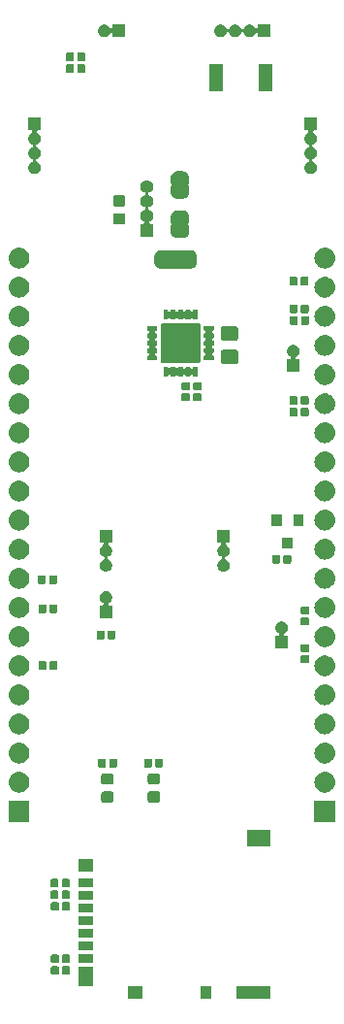
<source format=gbr>
G04 #@! TF.GenerationSoftware,KiCad,Pcbnew,(5.0.1-3-g963ef8bb5)*
G04 #@! TF.CreationDate,2020-07-04T09:07:15+03:00*
G04 #@! TF.ProjectId,sagitta-shield,736167697474612D736869656C642E6B,rev?*
G04 #@! TF.SameCoordinates,Original*
G04 #@! TF.FileFunction,Soldermask,Top*
G04 #@! TF.FilePolarity,Negative*
%FSLAX46Y46*%
G04 Gerber Fmt 4.6, Leading zero omitted, Abs format (unit mm)*
G04 Created by KiCad (PCBNEW (5.0.1-3-g963ef8bb5)) date 2020 July 04, Saturday 09:07:15*
%MOMM*%
%LPD*%
G01*
G04 APERTURE LIST*
%ADD10C,0.100000*%
G04 APERTURE END LIST*
D10*
G36*
X136138000Y-147457000D02*
X133236000Y-147457000D01*
X133236000Y-146355000D01*
X136138000Y-146355000D01*
X136138000Y-147457000D01*
X136138000Y-147457000D01*
G37*
G36*
X130988000Y-147457000D02*
X130086000Y-147457000D01*
X130086000Y-146355000D01*
X130988000Y-146355000D01*
X130988000Y-147457000D01*
X130988000Y-147457000D01*
G37*
G36*
X124988000Y-147457000D02*
X123686000Y-147457000D01*
X123686000Y-146355000D01*
X124988000Y-146355000D01*
X124988000Y-147457000D01*
X124988000Y-147457000D01*
G37*
G36*
X120688000Y-146357000D02*
X119386000Y-146357000D01*
X119386000Y-144605000D01*
X120688000Y-144605000D01*
X120688000Y-146357000D01*
X120688000Y-146357000D01*
G37*
G36*
X118562862Y-144598374D02*
X118583480Y-144604628D01*
X118602480Y-144614784D01*
X118619132Y-144628450D01*
X118632798Y-144645102D01*
X118642954Y-144664102D01*
X118649208Y-144684720D01*
X118651924Y-144712298D01*
X118651924Y-145221018D01*
X118649208Y-145248596D01*
X118642954Y-145269214D01*
X118632798Y-145288214D01*
X118619132Y-145304866D01*
X118602480Y-145318532D01*
X118583480Y-145328688D01*
X118562862Y-145334942D01*
X118535284Y-145337658D01*
X118076564Y-145337658D01*
X118048986Y-145334942D01*
X118028368Y-145328688D01*
X118009368Y-145318532D01*
X117992716Y-145304866D01*
X117979050Y-145288214D01*
X117968894Y-145269214D01*
X117962640Y-145248596D01*
X117959924Y-145221018D01*
X117959924Y-144712298D01*
X117962640Y-144684720D01*
X117968894Y-144664102D01*
X117979050Y-144645102D01*
X117992716Y-144628450D01*
X118009368Y-144614784D01*
X118028368Y-144604628D01*
X118048986Y-144598374D01*
X118076564Y-144595658D01*
X118535284Y-144595658D01*
X118562862Y-144598374D01*
X118562862Y-144598374D01*
G37*
G36*
X117592862Y-144598374D02*
X117613480Y-144604628D01*
X117632480Y-144614784D01*
X117649132Y-144628450D01*
X117662798Y-144645102D01*
X117672954Y-144664102D01*
X117679208Y-144684720D01*
X117681924Y-144712298D01*
X117681924Y-145221018D01*
X117679208Y-145248596D01*
X117672954Y-145269214D01*
X117662798Y-145288214D01*
X117649132Y-145304866D01*
X117632480Y-145318532D01*
X117613480Y-145328688D01*
X117592862Y-145334942D01*
X117565284Y-145337658D01*
X117106564Y-145337658D01*
X117078986Y-145334942D01*
X117058368Y-145328688D01*
X117039368Y-145318532D01*
X117022716Y-145304866D01*
X117009050Y-145288214D01*
X116998894Y-145269214D01*
X116992640Y-145248596D01*
X116989924Y-145221018D01*
X116989924Y-144712298D01*
X116992640Y-144684720D01*
X116998894Y-144664102D01*
X117009050Y-144645102D01*
X117022716Y-144628450D01*
X117039368Y-144614784D01*
X117058368Y-144604628D01*
X117078986Y-144598374D01*
X117106564Y-144595658D01*
X117565284Y-144595658D01*
X117592862Y-144598374D01*
X117592862Y-144598374D01*
G37*
G36*
X117592862Y-143582374D02*
X117613480Y-143588628D01*
X117632480Y-143598784D01*
X117649132Y-143612450D01*
X117662798Y-143629102D01*
X117672954Y-143648102D01*
X117679208Y-143668720D01*
X117681924Y-143696298D01*
X117681924Y-144205018D01*
X117679208Y-144232596D01*
X117672954Y-144253214D01*
X117662798Y-144272214D01*
X117649132Y-144288866D01*
X117632480Y-144302532D01*
X117613480Y-144312688D01*
X117592862Y-144318942D01*
X117565284Y-144321658D01*
X117106564Y-144321658D01*
X117078986Y-144318942D01*
X117058368Y-144312688D01*
X117039368Y-144302532D01*
X117022716Y-144288866D01*
X117009050Y-144272214D01*
X116998894Y-144253214D01*
X116992640Y-144232596D01*
X116989924Y-144205018D01*
X116989924Y-143696298D01*
X116992640Y-143668720D01*
X116998894Y-143648102D01*
X117009050Y-143629102D01*
X117022716Y-143612450D01*
X117039368Y-143598784D01*
X117058368Y-143588628D01*
X117078986Y-143582374D01*
X117106564Y-143579658D01*
X117565284Y-143579658D01*
X117592862Y-143582374D01*
X117592862Y-143582374D01*
G37*
G36*
X118562862Y-143582374D02*
X118583480Y-143588628D01*
X118602480Y-143598784D01*
X118619132Y-143612450D01*
X118632798Y-143629102D01*
X118642954Y-143648102D01*
X118649208Y-143668720D01*
X118651924Y-143696298D01*
X118651924Y-144205018D01*
X118649208Y-144232596D01*
X118642954Y-144253214D01*
X118632798Y-144272214D01*
X118619132Y-144288866D01*
X118602480Y-144302532D01*
X118583480Y-144312688D01*
X118562862Y-144318942D01*
X118535284Y-144321658D01*
X118076564Y-144321658D01*
X118048986Y-144318942D01*
X118028368Y-144312688D01*
X118009368Y-144302532D01*
X117992716Y-144288866D01*
X117979050Y-144272214D01*
X117968894Y-144253214D01*
X117962640Y-144232596D01*
X117959924Y-144205018D01*
X117959924Y-143696298D01*
X117962640Y-143668720D01*
X117968894Y-143648102D01*
X117979050Y-143629102D01*
X117992716Y-143612450D01*
X118009368Y-143598784D01*
X118028368Y-143588628D01*
X118048986Y-143582374D01*
X118076564Y-143579658D01*
X118535284Y-143579658D01*
X118562862Y-143582374D01*
X118562862Y-143582374D01*
G37*
G36*
X120688000Y-144307000D02*
X119386000Y-144307000D01*
X119386000Y-143505000D01*
X120688000Y-143505000D01*
X120688000Y-144307000D01*
X120688000Y-144307000D01*
G37*
G36*
X120688000Y-143207000D02*
X119386000Y-143207000D01*
X119386000Y-142405000D01*
X120688000Y-142405000D01*
X120688000Y-143207000D01*
X120688000Y-143207000D01*
G37*
G36*
X120688000Y-142107000D02*
X119386000Y-142107000D01*
X119386000Y-141305000D01*
X120688000Y-141305000D01*
X120688000Y-142107000D01*
X120688000Y-142107000D01*
G37*
G36*
X120688000Y-141007000D02*
X119386000Y-141007000D01*
X119386000Y-140205000D01*
X120688000Y-140205000D01*
X120688000Y-141007000D01*
X120688000Y-141007000D01*
G37*
G36*
X120688000Y-139907000D02*
X119386000Y-139907000D01*
X119386000Y-139105000D01*
X120688000Y-139105000D01*
X120688000Y-139907000D01*
X120688000Y-139907000D01*
G37*
G36*
X118562862Y-139010374D02*
X118583480Y-139016628D01*
X118602480Y-139026784D01*
X118619132Y-139040450D01*
X118632798Y-139057102D01*
X118642954Y-139076102D01*
X118649208Y-139096720D01*
X118651924Y-139124298D01*
X118651924Y-139633018D01*
X118649208Y-139660596D01*
X118642954Y-139681214D01*
X118632798Y-139700214D01*
X118619132Y-139716866D01*
X118602480Y-139730532D01*
X118583480Y-139740688D01*
X118562862Y-139746942D01*
X118535284Y-139749658D01*
X118076564Y-139749658D01*
X118048986Y-139746942D01*
X118028368Y-139740688D01*
X118009368Y-139730532D01*
X117992716Y-139716866D01*
X117979050Y-139700214D01*
X117968894Y-139681214D01*
X117962640Y-139660596D01*
X117959924Y-139633018D01*
X117959924Y-139124298D01*
X117962640Y-139096720D01*
X117968894Y-139076102D01*
X117979050Y-139057102D01*
X117992716Y-139040450D01*
X118009368Y-139026784D01*
X118028368Y-139016628D01*
X118048986Y-139010374D01*
X118076564Y-139007658D01*
X118535284Y-139007658D01*
X118562862Y-139010374D01*
X118562862Y-139010374D01*
G37*
G36*
X117592862Y-139010374D02*
X117613480Y-139016628D01*
X117632480Y-139026784D01*
X117649132Y-139040450D01*
X117662798Y-139057102D01*
X117672954Y-139076102D01*
X117679208Y-139096720D01*
X117681924Y-139124298D01*
X117681924Y-139633018D01*
X117679208Y-139660596D01*
X117672954Y-139681214D01*
X117662798Y-139700214D01*
X117649132Y-139716866D01*
X117632480Y-139730532D01*
X117613480Y-139740688D01*
X117592862Y-139746942D01*
X117565284Y-139749658D01*
X117106564Y-139749658D01*
X117078986Y-139746942D01*
X117058368Y-139740688D01*
X117039368Y-139730532D01*
X117022716Y-139716866D01*
X117009050Y-139700214D01*
X116998894Y-139681214D01*
X116992640Y-139660596D01*
X116989924Y-139633018D01*
X116989924Y-139124298D01*
X116992640Y-139096720D01*
X116998894Y-139076102D01*
X117009050Y-139057102D01*
X117022716Y-139040450D01*
X117039368Y-139026784D01*
X117058368Y-139016628D01*
X117078986Y-139010374D01*
X117106564Y-139007658D01*
X117565284Y-139007658D01*
X117592862Y-139010374D01*
X117592862Y-139010374D01*
G37*
G36*
X120688000Y-138807000D02*
X119386000Y-138807000D01*
X119386000Y-138005000D01*
X120688000Y-138005000D01*
X120688000Y-138807000D01*
X120688000Y-138807000D01*
G37*
G36*
X117569862Y-137994374D02*
X117590480Y-138000628D01*
X117609480Y-138010784D01*
X117626132Y-138024450D01*
X117639798Y-138041102D01*
X117649954Y-138060102D01*
X117656208Y-138080720D01*
X117658924Y-138108298D01*
X117658924Y-138617018D01*
X117656208Y-138644596D01*
X117649954Y-138665214D01*
X117639798Y-138684214D01*
X117626132Y-138700866D01*
X117609480Y-138714532D01*
X117590480Y-138724688D01*
X117569862Y-138730942D01*
X117542284Y-138733658D01*
X117083564Y-138733658D01*
X117055986Y-138730942D01*
X117035368Y-138724688D01*
X117016368Y-138714532D01*
X116999716Y-138700866D01*
X116986050Y-138684214D01*
X116975894Y-138665214D01*
X116969640Y-138644596D01*
X116966924Y-138617018D01*
X116966924Y-138108298D01*
X116969640Y-138080720D01*
X116975894Y-138060102D01*
X116986050Y-138041102D01*
X116999716Y-138024450D01*
X117016368Y-138010784D01*
X117035368Y-138000628D01*
X117055986Y-137994374D01*
X117083564Y-137991658D01*
X117542284Y-137991658D01*
X117569862Y-137994374D01*
X117569862Y-137994374D01*
G37*
G36*
X118539862Y-137994374D02*
X118560480Y-138000628D01*
X118579480Y-138010784D01*
X118596132Y-138024450D01*
X118609798Y-138041102D01*
X118619954Y-138060102D01*
X118626208Y-138080720D01*
X118628924Y-138108298D01*
X118628924Y-138617018D01*
X118626208Y-138644596D01*
X118619954Y-138665214D01*
X118609798Y-138684214D01*
X118596132Y-138700866D01*
X118579480Y-138714532D01*
X118560480Y-138724688D01*
X118539862Y-138730942D01*
X118512284Y-138733658D01*
X118053564Y-138733658D01*
X118025986Y-138730942D01*
X118005368Y-138724688D01*
X117986368Y-138714532D01*
X117969716Y-138700866D01*
X117956050Y-138684214D01*
X117945894Y-138665214D01*
X117939640Y-138644596D01*
X117936924Y-138617018D01*
X117936924Y-138108298D01*
X117939640Y-138080720D01*
X117945894Y-138060102D01*
X117956050Y-138041102D01*
X117969716Y-138024450D01*
X117986368Y-138010784D01*
X118005368Y-138000628D01*
X118025986Y-137994374D01*
X118053564Y-137991658D01*
X118512284Y-137991658D01*
X118539862Y-137994374D01*
X118539862Y-137994374D01*
G37*
G36*
X117569862Y-136978374D02*
X117590480Y-136984628D01*
X117609480Y-136994784D01*
X117626132Y-137008450D01*
X117639798Y-137025102D01*
X117649954Y-137044102D01*
X117656208Y-137064720D01*
X117658924Y-137092298D01*
X117658924Y-137601018D01*
X117656208Y-137628596D01*
X117649954Y-137649214D01*
X117639798Y-137668214D01*
X117626132Y-137684866D01*
X117609480Y-137698532D01*
X117590480Y-137708688D01*
X117569862Y-137714942D01*
X117542284Y-137717658D01*
X117083564Y-137717658D01*
X117055986Y-137714942D01*
X117035368Y-137708688D01*
X117016368Y-137698532D01*
X116999716Y-137684866D01*
X116986050Y-137668214D01*
X116975894Y-137649214D01*
X116969640Y-137628596D01*
X116966924Y-137601018D01*
X116966924Y-137092298D01*
X116969640Y-137064720D01*
X116975894Y-137044102D01*
X116986050Y-137025102D01*
X116999716Y-137008450D01*
X117016368Y-136994784D01*
X117035368Y-136984628D01*
X117055986Y-136978374D01*
X117083564Y-136975658D01*
X117542284Y-136975658D01*
X117569862Y-136978374D01*
X117569862Y-136978374D01*
G37*
G36*
X118539862Y-136978374D02*
X118560480Y-136984628D01*
X118579480Y-136994784D01*
X118596132Y-137008450D01*
X118609798Y-137025102D01*
X118619954Y-137044102D01*
X118626208Y-137064720D01*
X118628924Y-137092298D01*
X118628924Y-137601018D01*
X118626208Y-137628596D01*
X118619954Y-137649214D01*
X118609798Y-137668214D01*
X118596132Y-137684866D01*
X118579480Y-137698532D01*
X118560480Y-137708688D01*
X118539862Y-137714942D01*
X118512284Y-137717658D01*
X118053564Y-137717658D01*
X118025986Y-137714942D01*
X118005368Y-137708688D01*
X117986368Y-137698532D01*
X117969716Y-137684866D01*
X117956050Y-137668214D01*
X117945894Y-137649214D01*
X117939640Y-137628596D01*
X117936924Y-137601018D01*
X117936924Y-137092298D01*
X117939640Y-137064720D01*
X117945894Y-137044102D01*
X117956050Y-137025102D01*
X117969716Y-137008450D01*
X117986368Y-136994784D01*
X118005368Y-136984628D01*
X118025986Y-136978374D01*
X118053564Y-136975658D01*
X118512284Y-136975658D01*
X118539862Y-136978374D01*
X118539862Y-136978374D01*
G37*
G36*
X120688000Y-137707000D02*
X119386000Y-137707000D01*
X119386000Y-136905000D01*
X120688000Y-136905000D01*
X120688000Y-137707000D01*
X120688000Y-137707000D01*
G37*
G36*
X120688000Y-136307000D02*
X119386000Y-136307000D01*
X119386000Y-135205000D01*
X120688000Y-135205000D01*
X120688000Y-136307000D01*
X120688000Y-136307000D01*
G37*
G36*
X136138000Y-134107000D02*
X134136000Y-134107000D01*
X134136000Y-132705000D01*
X136138000Y-132705000D01*
X136138000Y-134107000D01*
X136138000Y-134107000D01*
G37*
G36*
X141819070Y-131982600D02*
X140017070Y-131982600D01*
X140017070Y-130180600D01*
X141819070Y-130180600D01*
X141819070Y-131982600D01*
X141819070Y-131982600D01*
G37*
G36*
X115119200Y-131982600D02*
X113317200Y-131982600D01*
X113317200Y-130180600D01*
X115119200Y-130180600D01*
X115119200Y-131982600D01*
X115119200Y-131982600D01*
G37*
G36*
X122299591Y-129360585D02*
X122333569Y-129370893D01*
X122364887Y-129387633D01*
X122392339Y-129410161D01*
X122414867Y-129437613D01*
X122431607Y-129468931D01*
X122441915Y-129502909D01*
X122446000Y-129544390D01*
X122446000Y-130145610D01*
X122441915Y-130187091D01*
X122431607Y-130221069D01*
X122414867Y-130252387D01*
X122392339Y-130279839D01*
X122364887Y-130302367D01*
X122333569Y-130319107D01*
X122299591Y-130329415D01*
X122258110Y-130333500D01*
X121581890Y-130333500D01*
X121540409Y-130329415D01*
X121506431Y-130319107D01*
X121475113Y-130302367D01*
X121447661Y-130279839D01*
X121425133Y-130252387D01*
X121408393Y-130221069D01*
X121398085Y-130187091D01*
X121394000Y-130145610D01*
X121394000Y-129544390D01*
X121398085Y-129502909D01*
X121408393Y-129468931D01*
X121425133Y-129437613D01*
X121447661Y-129410161D01*
X121475113Y-129387633D01*
X121506431Y-129370893D01*
X121540409Y-129360585D01*
X121581890Y-129356500D01*
X122258110Y-129356500D01*
X122299591Y-129360585D01*
X122299591Y-129360585D01*
G37*
G36*
X126363591Y-129335085D02*
X126397569Y-129345393D01*
X126428887Y-129362133D01*
X126456339Y-129384661D01*
X126478867Y-129412113D01*
X126495607Y-129443431D01*
X126505915Y-129477409D01*
X126510000Y-129518890D01*
X126510000Y-130120110D01*
X126505915Y-130161591D01*
X126495607Y-130195569D01*
X126478867Y-130226887D01*
X126456339Y-130254339D01*
X126428887Y-130276867D01*
X126397569Y-130293607D01*
X126363591Y-130303915D01*
X126322110Y-130308000D01*
X125645890Y-130308000D01*
X125604409Y-130303915D01*
X125570431Y-130293607D01*
X125539113Y-130276867D01*
X125511661Y-130254339D01*
X125489133Y-130226887D01*
X125472393Y-130195569D01*
X125462085Y-130161591D01*
X125458000Y-130120110D01*
X125458000Y-129518890D01*
X125462085Y-129477409D01*
X125472393Y-129443431D01*
X125489133Y-129412113D01*
X125511661Y-129384661D01*
X125539113Y-129362133D01*
X125570431Y-129345393D01*
X125604409Y-129335085D01*
X125645890Y-129331000D01*
X126322110Y-129331000D01*
X126363591Y-129335085D01*
X126363591Y-129335085D01*
G37*
G36*
X141028513Y-127653611D02*
X141094697Y-127660129D01*
X141207923Y-127694476D01*
X141264537Y-127711649D01*
X141382293Y-127774592D01*
X141421061Y-127795314D01*
X141442164Y-127812633D01*
X141558256Y-127907906D01*
X141641518Y-128009363D01*
X141670848Y-128045101D01*
X141670849Y-128045103D01*
X141754513Y-128201625D01*
X141754513Y-128201626D01*
X141806033Y-128371465D01*
X141823429Y-128548092D01*
X141806033Y-128724719D01*
X141771686Y-128837945D01*
X141754513Y-128894559D01*
X141680418Y-129033179D01*
X141670848Y-129051083D01*
X141641518Y-129086821D01*
X141558256Y-129188278D01*
X141456799Y-129271540D01*
X141421061Y-129300870D01*
X141421059Y-129300871D01*
X141264537Y-129384535D01*
X141207923Y-129401708D01*
X141094697Y-129436055D01*
X141028512Y-129442574D01*
X140962330Y-129449092D01*
X140873810Y-129449092D01*
X140807628Y-129442574D01*
X140741443Y-129436055D01*
X140628217Y-129401708D01*
X140571603Y-129384535D01*
X140415081Y-129300871D01*
X140415079Y-129300870D01*
X140379341Y-129271540D01*
X140277884Y-129188278D01*
X140194622Y-129086821D01*
X140165292Y-129051083D01*
X140155722Y-129033179D01*
X140081627Y-128894559D01*
X140064454Y-128837945D01*
X140030107Y-128724719D01*
X140012711Y-128548092D01*
X140030107Y-128371465D01*
X140081627Y-128201626D01*
X140081627Y-128201625D01*
X140165291Y-128045103D01*
X140165292Y-128045101D01*
X140194622Y-128009363D01*
X140277884Y-127907906D01*
X140393976Y-127812633D01*
X140415079Y-127795314D01*
X140453847Y-127774592D01*
X140571603Y-127711649D01*
X140628217Y-127694476D01*
X140741443Y-127660129D01*
X140807627Y-127653611D01*
X140873810Y-127647092D01*
X140962330Y-127647092D01*
X141028513Y-127653611D01*
X141028513Y-127653611D01*
G37*
G36*
X114328373Y-127647092D02*
X114394827Y-127653637D01*
X114508053Y-127687984D01*
X114564667Y-127705157D01*
X114668566Y-127760693D01*
X114721191Y-127788822D01*
X114756929Y-127818152D01*
X114858386Y-127901414D01*
X114939497Y-128000250D01*
X114970978Y-128038609D01*
X114970979Y-128038611D01*
X115054643Y-128195133D01*
X115071816Y-128251747D01*
X115106163Y-128364973D01*
X115123559Y-128541600D01*
X115106163Y-128718227D01*
X115093946Y-128758500D01*
X115054643Y-128888067D01*
X114980548Y-129026687D01*
X114970978Y-129044591D01*
X114965650Y-129051083D01*
X114858386Y-129181786D01*
X114756929Y-129265048D01*
X114721191Y-129294378D01*
X114721189Y-129294379D01*
X114564667Y-129378043D01*
X114533052Y-129387633D01*
X114394827Y-129429563D01*
X114328912Y-129436055D01*
X114262460Y-129442600D01*
X114173940Y-129442600D01*
X114107488Y-129436055D01*
X114041573Y-129429563D01*
X113903348Y-129387633D01*
X113871733Y-129378043D01*
X113715211Y-129294379D01*
X113715209Y-129294378D01*
X113679471Y-129265048D01*
X113578014Y-129181786D01*
X113470750Y-129051083D01*
X113465422Y-129044591D01*
X113455852Y-129026687D01*
X113381757Y-128888067D01*
X113342454Y-128758500D01*
X113330237Y-128718227D01*
X113312841Y-128541600D01*
X113330237Y-128364973D01*
X113364584Y-128251747D01*
X113381757Y-128195133D01*
X113465421Y-128038611D01*
X113465422Y-128038609D01*
X113496903Y-128000250D01*
X113578014Y-127901414D01*
X113679471Y-127818152D01*
X113715209Y-127788822D01*
X113767834Y-127760693D01*
X113871733Y-127705157D01*
X113928347Y-127687984D01*
X114041573Y-127653637D01*
X114108027Y-127647092D01*
X114173940Y-127640600D01*
X114262460Y-127640600D01*
X114328373Y-127647092D01*
X114328373Y-127647092D01*
G37*
G36*
X122299591Y-127785585D02*
X122333569Y-127795893D01*
X122364887Y-127812633D01*
X122392339Y-127835161D01*
X122414867Y-127862613D01*
X122431607Y-127893931D01*
X122441915Y-127927909D01*
X122446000Y-127969390D01*
X122446000Y-128570610D01*
X122441915Y-128612091D01*
X122431607Y-128646069D01*
X122414867Y-128677387D01*
X122392339Y-128704839D01*
X122364887Y-128727367D01*
X122333569Y-128744107D01*
X122299591Y-128754415D01*
X122258110Y-128758500D01*
X121581890Y-128758500D01*
X121540409Y-128754415D01*
X121506431Y-128744107D01*
X121475113Y-128727367D01*
X121447661Y-128704839D01*
X121425133Y-128677387D01*
X121408393Y-128646069D01*
X121398085Y-128612091D01*
X121394000Y-128570610D01*
X121394000Y-127969390D01*
X121398085Y-127927909D01*
X121408393Y-127893931D01*
X121425133Y-127862613D01*
X121447661Y-127835161D01*
X121475113Y-127812633D01*
X121506431Y-127795893D01*
X121540409Y-127785585D01*
X121581890Y-127781500D01*
X122258110Y-127781500D01*
X122299591Y-127785585D01*
X122299591Y-127785585D01*
G37*
G36*
X126363591Y-127760085D02*
X126397569Y-127770393D01*
X126428887Y-127787133D01*
X126456339Y-127809661D01*
X126478867Y-127837113D01*
X126495607Y-127868431D01*
X126505915Y-127902409D01*
X126510000Y-127943890D01*
X126510000Y-128545110D01*
X126505915Y-128586591D01*
X126495607Y-128620569D01*
X126478867Y-128651887D01*
X126456339Y-128679339D01*
X126428887Y-128701867D01*
X126397569Y-128718607D01*
X126363591Y-128728915D01*
X126322110Y-128733000D01*
X125645890Y-128733000D01*
X125604409Y-128728915D01*
X125570431Y-128718607D01*
X125539113Y-128701867D01*
X125511661Y-128679339D01*
X125489133Y-128651887D01*
X125472393Y-128620569D01*
X125462085Y-128586591D01*
X125458000Y-128545110D01*
X125458000Y-127943890D01*
X125462085Y-127902409D01*
X125472393Y-127868431D01*
X125489133Y-127837113D01*
X125511661Y-127809661D01*
X125539113Y-127787133D01*
X125570431Y-127770393D01*
X125604409Y-127760085D01*
X125645890Y-127756000D01*
X126322110Y-127756000D01*
X126363591Y-127760085D01*
X126363591Y-127760085D01*
G37*
G36*
X121714938Y-126504716D02*
X121735556Y-126510970D01*
X121754556Y-126521126D01*
X121771208Y-126534792D01*
X121784874Y-126551444D01*
X121795030Y-126570444D01*
X121801284Y-126591062D01*
X121804000Y-126618640D01*
X121804000Y-127127360D01*
X121801284Y-127154938D01*
X121795030Y-127175556D01*
X121784874Y-127194556D01*
X121771208Y-127211208D01*
X121754556Y-127224874D01*
X121735556Y-127235030D01*
X121714938Y-127241284D01*
X121687360Y-127244000D01*
X121228640Y-127244000D01*
X121201062Y-127241284D01*
X121180444Y-127235030D01*
X121161444Y-127224874D01*
X121144792Y-127211208D01*
X121131126Y-127194556D01*
X121120970Y-127175556D01*
X121114716Y-127154938D01*
X121112000Y-127127360D01*
X121112000Y-126618640D01*
X121114716Y-126591062D01*
X121120970Y-126570444D01*
X121131126Y-126551444D01*
X121144792Y-126534792D01*
X121161444Y-126521126D01*
X121180444Y-126510970D01*
X121201062Y-126504716D01*
X121228640Y-126502000D01*
X121687360Y-126502000D01*
X121714938Y-126504716D01*
X121714938Y-126504716D01*
G37*
G36*
X122684938Y-126504716D02*
X122705556Y-126510970D01*
X122724556Y-126521126D01*
X122741208Y-126534792D01*
X122754874Y-126551444D01*
X122765030Y-126570444D01*
X122771284Y-126591062D01*
X122774000Y-126618640D01*
X122774000Y-127127360D01*
X122771284Y-127154938D01*
X122765030Y-127175556D01*
X122754874Y-127194556D01*
X122741208Y-127211208D01*
X122724556Y-127224874D01*
X122705556Y-127235030D01*
X122684938Y-127241284D01*
X122657360Y-127244000D01*
X122198640Y-127244000D01*
X122171062Y-127241284D01*
X122150444Y-127235030D01*
X122131444Y-127224874D01*
X122114792Y-127211208D01*
X122101126Y-127194556D01*
X122090970Y-127175556D01*
X122084716Y-127154938D01*
X122082000Y-127127360D01*
X122082000Y-126618640D01*
X122084716Y-126591062D01*
X122090970Y-126570444D01*
X122101126Y-126551444D01*
X122114792Y-126534792D01*
X122131444Y-126521126D01*
X122150444Y-126510970D01*
X122171062Y-126504716D01*
X122198640Y-126502000D01*
X122657360Y-126502000D01*
X122684938Y-126504716D01*
X122684938Y-126504716D01*
G37*
G36*
X126702938Y-126504716D02*
X126723556Y-126510970D01*
X126742556Y-126521126D01*
X126759208Y-126534792D01*
X126772874Y-126551444D01*
X126783030Y-126570444D01*
X126789284Y-126591062D01*
X126792000Y-126618640D01*
X126792000Y-127127360D01*
X126789284Y-127154938D01*
X126783030Y-127175556D01*
X126772874Y-127194556D01*
X126759208Y-127211208D01*
X126742556Y-127224874D01*
X126723556Y-127235030D01*
X126702938Y-127241284D01*
X126675360Y-127244000D01*
X126216640Y-127244000D01*
X126189062Y-127241284D01*
X126168444Y-127235030D01*
X126149444Y-127224874D01*
X126132792Y-127211208D01*
X126119126Y-127194556D01*
X126108970Y-127175556D01*
X126102716Y-127154938D01*
X126100000Y-127127360D01*
X126100000Y-126618640D01*
X126102716Y-126591062D01*
X126108970Y-126570444D01*
X126119126Y-126551444D01*
X126132792Y-126534792D01*
X126149444Y-126521126D01*
X126168444Y-126510970D01*
X126189062Y-126504716D01*
X126216640Y-126502000D01*
X126675360Y-126502000D01*
X126702938Y-126504716D01*
X126702938Y-126504716D01*
G37*
G36*
X125732938Y-126504716D02*
X125753556Y-126510970D01*
X125772556Y-126521126D01*
X125789208Y-126534792D01*
X125802874Y-126551444D01*
X125813030Y-126570444D01*
X125819284Y-126591062D01*
X125822000Y-126618640D01*
X125822000Y-127127360D01*
X125819284Y-127154938D01*
X125813030Y-127175556D01*
X125802874Y-127194556D01*
X125789208Y-127211208D01*
X125772556Y-127224874D01*
X125753556Y-127235030D01*
X125732938Y-127241284D01*
X125705360Y-127244000D01*
X125246640Y-127244000D01*
X125219062Y-127241284D01*
X125198444Y-127235030D01*
X125179444Y-127224874D01*
X125162792Y-127211208D01*
X125149126Y-127194556D01*
X125138970Y-127175556D01*
X125132716Y-127154938D01*
X125130000Y-127127360D01*
X125130000Y-126618640D01*
X125132716Y-126591062D01*
X125138970Y-126570444D01*
X125149126Y-126551444D01*
X125162792Y-126534792D01*
X125179444Y-126521126D01*
X125198444Y-126510970D01*
X125219062Y-126504716D01*
X125246640Y-126502000D01*
X125705360Y-126502000D01*
X125732938Y-126504716D01*
X125732938Y-126504716D01*
G37*
G36*
X141028512Y-125113610D02*
X141094697Y-125120129D01*
X141207923Y-125154476D01*
X141264537Y-125171649D01*
X141403157Y-125245744D01*
X141421061Y-125255314D01*
X141456799Y-125284644D01*
X141558256Y-125367906D01*
X141641518Y-125469363D01*
X141670848Y-125505101D01*
X141670849Y-125505103D01*
X141754513Y-125661625D01*
X141754513Y-125661626D01*
X141806033Y-125831465D01*
X141823429Y-126008092D01*
X141806033Y-126184719D01*
X141771686Y-126297945D01*
X141754513Y-126354559D01*
X141680418Y-126493179D01*
X141670848Y-126511083D01*
X141654374Y-126531156D01*
X141558256Y-126648278D01*
X141456799Y-126731540D01*
X141421061Y-126760870D01*
X141421059Y-126760871D01*
X141264537Y-126844535D01*
X141207923Y-126861708D01*
X141094697Y-126896055D01*
X141028512Y-126902574D01*
X140962330Y-126909092D01*
X140873810Y-126909092D01*
X140807628Y-126902574D01*
X140741443Y-126896055D01*
X140628217Y-126861708D01*
X140571603Y-126844535D01*
X140415081Y-126760871D01*
X140415079Y-126760870D01*
X140379341Y-126731540D01*
X140277884Y-126648278D01*
X140181766Y-126531156D01*
X140165292Y-126511083D01*
X140155722Y-126493179D01*
X140081627Y-126354559D01*
X140064454Y-126297945D01*
X140030107Y-126184719D01*
X140012711Y-126008092D01*
X140030107Y-125831465D01*
X140081627Y-125661626D01*
X140081627Y-125661625D01*
X140165291Y-125505103D01*
X140165292Y-125505101D01*
X140194622Y-125469363D01*
X140277884Y-125367906D01*
X140379341Y-125284644D01*
X140415079Y-125255314D01*
X140432983Y-125245744D01*
X140571603Y-125171649D01*
X140628217Y-125154476D01*
X140741443Y-125120129D01*
X140807628Y-125113610D01*
X140873810Y-125107092D01*
X140962330Y-125107092D01*
X141028512Y-125113610D01*
X141028512Y-125113610D01*
G37*
G36*
X114328373Y-125107092D02*
X114394827Y-125113637D01*
X114508053Y-125147984D01*
X114564667Y-125165157D01*
X114576812Y-125171649D01*
X114721191Y-125248822D01*
X114729100Y-125255313D01*
X114858386Y-125361414D01*
X114941648Y-125462871D01*
X114970978Y-125498609D01*
X114970979Y-125498611D01*
X115054643Y-125655133D01*
X115071816Y-125711747D01*
X115106163Y-125824973D01*
X115123559Y-126001600D01*
X115106163Y-126178227D01*
X115071816Y-126291453D01*
X115054643Y-126348067D01*
X114980548Y-126486687D01*
X114970978Y-126504591D01*
X114941648Y-126540329D01*
X114858386Y-126641786D01*
X114756929Y-126725048D01*
X114721191Y-126754378D01*
X114721189Y-126754379D01*
X114564667Y-126838043D01*
X114543265Y-126844535D01*
X114394827Y-126889563D01*
X114328912Y-126896055D01*
X114262460Y-126902600D01*
X114173940Y-126902600D01*
X114107488Y-126896055D01*
X114041573Y-126889563D01*
X113893135Y-126844535D01*
X113871733Y-126838043D01*
X113715211Y-126754379D01*
X113715209Y-126754378D01*
X113679471Y-126725048D01*
X113578014Y-126641786D01*
X113494752Y-126540329D01*
X113465422Y-126504591D01*
X113455852Y-126486687D01*
X113381757Y-126348067D01*
X113364584Y-126291453D01*
X113330237Y-126178227D01*
X113312841Y-126001600D01*
X113330237Y-125824973D01*
X113364584Y-125711747D01*
X113381757Y-125655133D01*
X113465421Y-125498611D01*
X113465422Y-125498609D01*
X113494752Y-125462871D01*
X113578014Y-125361414D01*
X113707300Y-125255313D01*
X113715209Y-125248822D01*
X113859588Y-125171649D01*
X113871733Y-125165157D01*
X113928347Y-125147984D01*
X114041573Y-125113637D01*
X114108027Y-125107092D01*
X114173940Y-125100600D01*
X114262460Y-125100600D01*
X114328373Y-125107092D01*
X114328373Y-125107092D01*
G37*
G36*
X141028513Y-122567119D02*
X141094697Y-122573637D01*
X141207923Y-122607984D01*
X141264537Y-122625157D01*
X141403157Y-122699252D01*
X141421061Y-122708822D01*
X141456799Y-122738152D01*
X141558256Y-122821414D01*
X141641518Y-122922871D01*
X141670848Y-122958609D01*
X141670849Y-122958611D01*
X141754513Y-123115133D01*
X141754513Y-123115134D01*
X141806033Y-123284973D01*
X141823429Y-123461600D01*
X141806033Y-123638227D01*
X141771686Y-123751453D01*
X141754513Y-123808067D01*
X141680418Y-123946687D01*
X141670848Y-123964591D01*
X141641518Y-124000329D01*
X141558256Y-124101786D01*
X141456799Y-124185048D01*
X141421061Y-124214378D01*
X141421059Y-124214379D01*
X141264537Y-124298043D01*
X141207923Y-124315216D01*
X141094697Y-124349563D01*
X141028513Y-124356081D01*
X140962330Y-124362600D01*
X140873810Y-124362600D01*
X140807627Y-124356081D01*
X140741443Y-124349563D01*
X140628217Y-124315216D01*
X140571603Y-124298043D01*
X140415081Y-124214379D01*
X140415079Y-124214378D01*
X140379341Y-124185048D01*
X140277884Y-124101786D01*
X140194622Y-124000329D01*
X140165292Y-123964591D01*
X140155722Y-123946687D01*
X140081627Y-123808067D01*
X140064454Y-123751453D01*
X140030107Y-123638227D01*
X140012711Y-123461600D01*
X140030107Y-123284973D01*
X140081627Y-123115134D01*
X140081627Y-123115133D01*
X140165291Y-122958611D01*
X140165292Y-122958609D01*
X140194622Y-122922871D01*
X140277884Y-122821414D01*
X140379341Y-122738152D01*
X140415079Y-122708822D01*
X140432983Y-122699252D01*
X140571603Y-122625157D01*
X140628217Y-122607984D01*
X140741443Y-122573637D01*
X140807627Y-122567119D01*
X140873810Y-122560600D01*
X140962330Y-122560600D01*
X141028513Y-122567119D01*
X141028513Y-122567119D01*
G37*
G36*
X114328643Y-122567119D02*
X114394827Y-122573637D01*
X114508053Y-122607984D01*
X114564667Y-122625157D01*
X114703287Y-122699252D01*
X114721191Y-122708822D01*
X114756929Y-122738152D01*
X114858386Y-122821414D01*
X114941648Y-122922871D01*
X114970978Y-122958609D01*
X114970979Y-122958611D01*
X115054643Y-123115133D01*
X115054643Y-123115134D01*
X115106163Y-123284973D01*
X115123559Y-123461600D01*
X115106163Y-123638227D01*
X115071816Y-123751453D01*
X115054643Y-123808067D01*
X114980548Y-123946687D01*
X114970978Y-123964591D01*
X114941648Y-124000329D01*
X114858386Y-124101786D01*
X114756929Y-124185048D01*
X114721191Y-124214378D01*
X114721189Y-124214379D01*
X114564667Y-124298043D01*
X114508053Y-124315216D01*
X114394827Y-124349563D01*
X114328643Y-124356081D01*
X114262460Y-124362600D01*
X114173940Y-124362600D01*
X114107757Y-124356081D01*
X114041573Y-124349563D01*
X113928347Y-124315216D01*
X113871733Y-124298043D01*
X113715211Y-124214379D01*
X113715209Y-124214378D01*
X113679471Y-124185048D01*
X113578014Y-124101786D01*
X113494752Y-124000329D01*
X113465422Y-123964591D01*
X113455852Y-123946687D01*
X113381757Y-123808067D01*
X113364584Y-123751453D01*
X113330237Y-123638227D01*
X113312841Y-123461600D01*
X113330237Y-123284973D01*
X113381757Y-123115134D01*
X113381757Y-123115133D01*
X113465421Y-122958611D01*
X113465422Y-122958609D01*
X113494752Y-122922871D01*
X113578014Y-122821414D01*
X113679471Y-122738152D01*
X113715209Y-122708822D01*
X113733113Y-122699252D01*
X113871733Y-122625157D01*
X113928347Y-122607984D01*
X114041573Y-122573637D01*
X114107757Y-122567119D01*
X114173940Y-122560600D01*
X114262460Y-122560600D01*
X114328643Y-122567119D01*
X114328643Y-122567119D01*
G37*
G36*
X141028512Y-120027118D02*
X141094697Y-120033637D01*
X141207923Y-120067984D01*
X141264537Y-120085157D01*
X141403157Y-120159252D01*
X141421061Y-120168822D01*
X141456799Y-120198152D01*
X141558256Y-120281414D01*
X141641518Y-120382871D01*
X141670848Y-120418609D01*
X141670849Y-120418611D01*
X141754513Y-120575133D01*
X141754513Y-120575134D01*
X141806033Y-120744973D01*
X141823429Y-120921600D01*
X141806033Y-121098227D01*
X141771686Y-121211453D01*
X141754513Y-121268067D01*
X141680418Y-121406687D01*
X141670848Y-121424591D01*
X141641518Y-121460329D01*
X141558256Y-121561786D01*
X141456799Y-121645048D01*
X141421061Y-121674378D01*
X141421059Y-121674379D01*
X141264537Y-121758043D01*
X141207923Y-121775216D01*
X141094697Y-121809563D01*
X141028512Y-121816082D01*
X140962330Y-121822600D01*
X140873810Y-121822600D01*
X140807628Y-121816082D01*
X140741443Y-121809563D01*
X140628217Y-121775216D01*
X140571603Y-121758043D01*
X140415081Y-121674379D01*
X140415079Y-121674378D01*
X140379341Y-121645048D01*
X140277884Y-121561786D01*
X140194622Y-121460329D01*
X140165292Y-121424591D01*
X140155722Y-121406687D01*
X140081627Y-121268067D01*
X140064454Y-121211453D01*
X140030107Y-121098227D01*
X140012711Y-120921600D01*
X140030107Y-120744973D01*
X140081627Y-120575134D01*
X140081627Y-120575133D01*
X140165291Y-120418611D01*
X140165292Y-120418609D01*
X140194622Y-120382871D01*
X140277884Y-120281414D01*
X140379341Y-120198152D01*
X140415079Y-120168822D01*
X140432983Y-120159252D01*
X140571603Y-120085157D01*
X140628217Y-120067984D01*
X140741443Y-120033637D01*
X140807628Y-120027118D01*
X140873810Y-120020600D01*
X140962330Y-120020600D01*
X141028512Y-120027118D01*
X141028512Y-120027118D01*
G37*
G36*
X114328642Y-120027118D02*
X114394827Y-120033637D01*
X114508053Y-120067984D01*
X114564667Y-120085157D01*
X114703287Y-120159252D01*
X114721191Y-120168822D01*
X114756929Y-120198152D01*
X114858386Y-120281414D01*
X114941648Y-120382871D01*
X114970978Y-120418609D01*
X114970979Y-120418611D01*
X115054643Y-120575133D01*
X115054643Y-120575134D01*
X115106163Y-120744973D01*
X115123559Y-120921600D01*
X115106163Y-121098227D01*
X115071816Y-121211453D01*
X115054643Y-121268067D01*
X114980548Y-121406687D01*
X114970978Y-121424591D01*
X114941648Y-121460329D01*
X114858386Y-121561786D01*
X114756929Y-121645048D01*
X114721191Y-121674378D01*
X114721189Y-121674379D01*
X114564667Y-121758043D01*
X114508053Y-121775216D01*
X114394827Y-121809563D01*
X114328642Y-121816082D01*
X114262460Y-121822600D01*
X114173940Y-121822600D01*
X114107758Y-121816082D01*
X114041573Y-121809563D01*
X113928347Y-121775216D01*
X113871733Y-121758043D01*
X113715211Y-121674379D01*
X113715209Y-121674378D01*
X113679471Y-121645048D01*
X113578014Y-121561786D01*
X113494752Y-121460329D01*
X113465422Y-121424591D01*
X113455852Y-121406687D01*
X113381757Y-121268067D01*
X113364584Y-121211453D01*
X113330237Y-121098227D01*
X113312841Y-120921600D01*
X113330237Y-120744973D01*
X113381757Y-120575134D01*
X113381757Y-120575133D01*
X113465421Y-120418611D01*
X113465422Y-120418609D01*
X113494752Y-120382871D01*
X113578014Y-120281414D01*
X113679471Y-120198152D01*
X113715209Y-120168822D01*
X113733113Y-120159252D01*
X113871733Y-120085157D01*
X113928347Y-120067984D01*
X114041573Y-120033637D01*
X114107758Y-120027118D01*
X114173940Y-120020600D01*
X114262460Y-120020600D01*
X114328642Y-120027118D01*
X114328642Y-120027118D01*
G37*
G36*
X141023898Y-117493156D02*
X141094697Y-117500129D01*
X141201225Y-117532444D01*
X141264537Y-117551649D01*
X141361072Y-117603249D01*
X141421061Y-117635314D01*
X141423115Y-117637000D01*
X141558256Y-117747906D01*
X141641518Y-117849363D01*
X141670848Y-117885101D01*
X141670849Y-117885103D01*
X141754513Y-118041625D01*
X141756812Y-118049204D01*
X141806033Y-118211465D01*
X141823429Y-118388092D01*
X141806033Y-118564719D01*
X141777702Y-118658114D01*
X141754513Y-118734559D01*
X141754277Y-118735000D01*
X141670848Y-118891083D01*
X141641518Y-118926821D01*
X141558256Y-119028278D01*
X141456799Y-119111540D01*
X141421061Y-119140870D01*
X141421059Y-119140871D01*
X141264537Y-119224535D01*
X141207923Y-119241708D01*
X141094697Y-119276055D01*
X141028512Y-119282574D01*
X140962330Y-119289092D01*
X140873810Y-119289092D01*
X140807628Y-119282574D01*
X140741443Y-119276055D01*
X140628217Y-119241708D01*
X140571603Y-119224535D01*
X140415081Y-119140871D01*
X140415079Y-119140870D01*
X140379341Y-119111540D01*
X140277884Y-119028278D01*
X140194622Y-118926821D01*
X140165292Y-118891083D01*
X140081863Y-118735000D01*
X140081627Y-118734559D01*
X140058438Y-118658114D01*
X140030107Y-118564719D01*
X140012711Y-118388092D01*
X140030107Y-118211465D01*
X140079328Y-118049204D01*
X140081627Y-118041625D01*
X140165291Y-117885103D01*
X140165292Y-117885101D01*
X140194622Y-117849363D01*
X140277884Y-117747906D01*
X140413025Y-117637000D01*
X140415079Y-117635314D01*
X140475068Y-117603249D01*
X140571603Y-117551649D01*
X140634915Y-117532444D01*
X140741443Y-117500129D01*
X140812242Y-117493156D01*
X140873810Y-117487092D01*
X140962330Y-117487092D01*
X141023898Y-117493156D01*
X141023898Y-117493156D01*
G37*
G36*
X114328373Y-117487092D02*
X114394827Y-117493637D01*
X114508053Y-117527984D01*
X114564667Y-117545157D01*
X114612633Y-117570796D01*
X114721191Y-117628822D01*
X114756929Y-117658152D01*
X114858386Y-117741414D01*
X114941648Y-117842871D01*
X114970978Y-117878609D01*
X114970979Y-117878611D01*
X115054643Y-118035133D01*
X115057233Y-118043671D01*
X115106163Y-118204973D01*
X115123559Y-118381600D01*
X115106163Y-118558227D01*
X115094780Y-118595751D01*
X115054643Y-118728067D01*
X115050937Y-118735000D01*
X114970978Y-118884591D01*
X114965650Y-118891083D01*
X114858386Y-119021786D01*
X114756929Y-119105048D01*
X114721191Y-119134378D01*
X114721189Y-119134379D01*
X114564667Y-119218043D01*
X114543265Y-119224535D01*
X114394827Y-119269563D01*
X114328912Y-119276055D01*
X114262460Y-119282600D01*
X114173940Y-119282600D01*
X114107488Y-119276055D01*
X114041573Y-119269563D01*
X113893135Y-119224535D01*
X113871733Y-119218043D01*
X113715211Y-119134379D01*
X113715209Y-119134378D01*
X113679471Y-119105048D01*
X113578014Y-119021786D01*
X113470750Y-118891083D01*
X113465422Y-118884591D01*
X113385463Y-118735000D01*
X113381757Y-118728067D01*
X113341620Y-118595751D01*
X113330237Y-118558227D01*
X113312841Y-118381600D01*
X113330237Y-118204973D01*
X113379167Y-118043671D01*
X113381757Y-118035133D01*
X113465421Y-117878611D01*
X113465422Y-117878609D01*
X113494752Y-117842871D01*
X113578014Y-117741414D01*
X113679471Y-117658152D01*
X113715209Y-117628822D01*
X113823767Y-117570796D01*
X113871733Y-117545157D01*
X113928347Y-117527984D01*
X114041573Y-117493637D01*
X114108027Y-117487092D01*
X114173940Y-117480600D01*
X114262460Y-117480600D01*
X114328373Y-117487092D01*
X114328373Y-117487092D01*
G37*
G36*
X116507938Y-117995716D02*
X116528556Y-118001970D01*
X116547556Y-118012126D01*
X116564208Y-118025792D01*
X116577874Y-118042444D01*
X116588030Y-118061444D01*
X116594284Y-118082062D01*
X116597000Y-118109640D01*
X116597000Y-118618360D01*
X116594284Y-118645938D01*
X116588030Y-118666556D01*
X116577874Y-118685556D01*
X116564208Y-118702208D01*
X116547556Y-118715874D01*
X116528556Y-118726030D01*
X116507938Y-118732284D01*
X116480360Y-118735000D01*
X116021640Y-118735000D01*
X115994062Y-118732284D01*
X115973444Y-118726030D01*
X115954444Y-118715874D01*
X115937792Y-118702208D01*
X115924126Y-118685556D01*
X115913970Y-118666556D01*
X115907716Y-118645938D01*
X115905000Y-118618360D01*
X115905000Y-118109640D01*
X115907716Y-118082062D01*
X115913970Y-118061444D01*
X115924126Y-118042444D01*
X115937792Y-118025792D01*
X115954444Y-118012126D01*
X115973444Y-118001970D01*
X115994062Y-117995716D01*
X116021640Y-117993000D01*
X116480360Y-117993000D01*
X116507938Y-117995716D01*
X116507938Y-117995716D01*
G37*
G36*
X117477938Y-117995716D02*
X117498556Y-118001970D01*
X117517556Y-118012126D01*
X117534208Y-118025792D01*
X117547874Y-118042444D01*
X117558030Y-118061444D01*
X117564284Y-118082062D01*
X117567000Y-118109640D01*
X117567000Y-118618360D01*
X117564284Y-118645938D01*
X117558030Y-118666556D01*
X117547874Y-118685556D01*
X117534208Y-118702208D01*
X117517556Y-118715874D01*
X117498556Y-118726030D01*
X117477938Y-118732284D01*
X117450360Y-118735000D01*
X116991640Y-118735000D01*
X116964062Y-118732284D01*
X116943444Y-118726030D01*
X116924444Y-118715874D01*
X116907792Y-118702208D01*
X116894126Y-118685556D01*
X116883970Y-118666556D01*
X116877716Y-118645938D01*
X116875000Y-118618360D01*
X116875000Y-118109640D01*
X116877716Y-118082062D01*
X116883970Y-118061444D01*
X116894126Y-118042444D01*
X116907792Y-118025792D01*
X116924444Y-118012126D01*
X116943444Y-118001970D01*
X116964062Y-117995716D01*
X116991640Y-117993000D01*
X117450360Y-117993000D01*
X117477938Y-117995716D01*
X117477938Y-117995716D01*
G37*
G36*
X139473938Y-117466716D02*
X139494556Y-117472970D01*
X139513556Y-117483126D01*
X139530208Y-117496792D01*
X139543874Y-117513444D01*
X139554030Y-117532444D01*
X139560284Y-117553062D01*
X139563000Y-117580640D01*
X139563000Y-118039360D01*
X139560284Y-118066938D01*
X139554030Y-118087556D01*
X139543874Y-118106556D01*
X139530208Y-118123208D01*
X139513556Y-118136874D01*
X139494556Y-118147030D01*
X139473938Y-118153284D01*
X139446360Y-118156000D01*
X138937640Y-118156000D01*
X138910062Y-118153284D01*
X138889444Y-118147030D01*
X138870444Y-118136874D01*
X138853792Y-118123208D01*
X138840126Y-118106556D01*
X138829970Y-118087556D01*
X138823716Y-118066938D01*
X138821000Y-118039360D01*
X138821000Y-117580640D01*
X138823716Y-117553062D01*
X138829970Y-117532444D01*
X138840126Y-117513444D01*
X138853792Y-117496792D01*
X138870444Y-117483126D01*
X138889444Y-117472970D01*
X138910062Y-117466716D01*
X138937640Y-117464000D01*
X139446360Y-117464000D01*
X139473938Y-117466716D01*
X139473938Y-117466716D01*
G37*
G36*
X139473938Y-116496716D02*
X139494556Y-116502970D01*
X139513556Y-116513126D01*
X139530208Y-116526792D01*
X139543874Y-116543444D01*
X139554030Y-116562444D01*
X139560284Y-116583062D01*
X139563000Y-116610640D01*
X139563000Y-117069360D01*
X139560284Y-117096938D01*
X139554030Y-117117556D01*
X139543874Y-117136556D01*
X139530208Y-117153208D01*
X139513556Y-117166874D01*
X139494556Y-117177030D01*
X139473938Y-117183284D01*
X139446360Y-117186000D01*
X138937640Y-117186000D01*
X138910062Y-117183284D01*
X138889444Y-117177030D01*
X138870444Y-117166874D01*
X138853792Y-117153208D01*
X138840126Y-117136556D01*
X138829970Y-117117556D01*
X138823716Y-117096938D01*
X138821000Y-117069360D01*
X138821000Y-116610640D01*
X138823716Y-116583062D01*
X138829970Y-116562444D01*
X138840126Y-116543444D01*
X138853792Y-116526792D01*
X138870444Y-116513126D01*
X138889444Y-116502970D01*
X138910062Y-116496716D01*
X138937640Y-116494000D01*
X139446360Y-116494000D01*
X139473938Y-116496716D01*
X139473938Y-116496716D01*
G37*
G36*
X137268015Y-114518973D02*
X137371879Y-114550479D01*
X137467600Y-114601644D01*
X137551501Y-114670499D01*
X137620356Y-114754400D01*
X137671521Y-114850121D01*
X137703027Y-114953985D01*
X137713666Y-115062000D01*
X137703027Y-115170015D01*
X137671521Y-115273879D01*
X137620356Y-115369600D01*
X137551501Y-115453501D01*
X137467600Y-115522356D01*
X137423805Y-115545766D01*
X137403439Y-115559374D01*
X137386111Y-115576701D01*
X137372498Y-115597076D01*
X137363120Y-115619715D01*
X137358340Y-115643748D01*
X137358340Y-115668252D01*
X137363121Y-115692286D01*
X137372498Y-115714925D01*
X137386112Y-115735299D01*
X137403439Y-115752627D01*
X137423814Y-115766240D01*
X137446453Y-115775618D01*
X137482738Y-115781000D01*
X137711000Y-115781000D01*
X137711000Y-116883000D01*
X136609000Y-116883000D01*
X136609000Y-115781000D01*
X136837262Y-115781000D01*
X136861648Y-115778598D01*
X136885097Y-115771485D01*
X136906708Y-115759934D01*
X136925650Y-115744388D01*
X136941196Y-115725446D01*
X136952747Y-115703835D01*
X136959860Y-115680386D01*
X136962262Y-115656000D01*
X136959860Y-115631614D01*
X136952747Y-115608165D01*
X136941196Y-115586554D01*
X136925650Y-115567612D01*
X136896192Y-115545764D01*
X136852400Y-115522356D01*
X136768499Y-115453501D01*
X136699644Y-115369600D01*
X136648479Y-115273879D01*
X136616973Y-115170015D01*
X136606334Y-115062000D01*
X136616973Y-114953985D01*
X136648479Y-114850121D01*
X136699644Y-114754400D01*
X136768499Y-114670499D01*
X136852400Y-114601644D01*
X136948121Y-114550479D01*
X137051985Y-114518973D01*
X137132933Y-114511000D01*
X137187067Y-114511000D01*
X137268015Y-114518973D01*
X137268015Y-114518973D01*
G37*
G36*
X141028513Y-114953611D02*
X141094697Y-114960129D01*
X141207923Y-114994476D01*
X141264537Y-115011649D01*
X141403157Y-115085744D01*
X141421061Y-115095314D01*
X141456799Y-115124644D01*
X141558256Y-115207906D01*
X141641518Y-115309363D01*
X141670848Y-115345101D01*
X141670849Y-115345103D01*
X141754513Y-115501625D01*
X141767901Y-115545760D01*
X141806033Y-115671465D01*
X141823429Y-115848092D01*
X141806033Y-116024719D01*
X141792904Y-116068000D01*
X141754513Y-116194559D01*
X141680418Y-116333179D01*
X141670848Y-116351083D01*
X141641518Y-116386821D01*
X141558256Y-116488278D01*
X141467883Y-116562444D01*
X141421061Y-116600870D01*
X141421059Y-116600871D01*
X141264537Y-116684535D01*
X141207923Y-116701708D01*
X141094697Y-116736055D01*
X141028513Y-116742573D01*
X140962330Y-116749092D01*
X140873810Y-116749092D01*
X140807627Y-116742573D01*
X140741443Y-116736055D01*
X140628217Y-116701708D01*
X140571603Y-116684535D01*
X140415081Y-116600871D01*
X140415079Y-116600870D01*
X140368257Y-116562444D01*
X140277884Y-116488278D01*
X140194622Y-116386821D01*
X140165292Y-116351083D01*
X140155722Y-116333179D01*
X140081627Y-116194559D01*
X140043236Y-116068000D01*
X140030107Y-116024719D01*
X140012711Y-115848092D01*
X140030107Y-115671465D01*
X140068239Y-115545760D01*
X140081627Y-115501625D01*
X140165291Y-115345103D01*
X140165292Y-115345101D01*
X140194622Y-115309363D01*
X140277884Y-115207906D01*
X140379341Y-115124644D01*
X140415079Y-115095314D01*
X140432983Y-115085744D01*
X140571603Y-115011649D01*
X140628217Y-114994476D01*
X140741443Y-114960129D01*
X140807627Y-114953611D01*
X140873810Y-114947092D01*
X140962330Y-114947092D01*
X141028513Y-114953611D01*
X141028513Y-114953611D01*
G37*
G36*
X114328373Y-114947092D02*
X114394827Y-114953637D01*
X114508053Y-114987984D01*
X114564667Y-115005157D01*
X114576812Y-115011649D01*
X114721191Y-115088822D01*
X114729100Y-115095313D01*
X114858386Y-115201414D01*
X114941648Y-115302871D01*
X114970978Y-115338609D01*
X114970979Y-115338611D01*
X115054643Y-115495133D01*
X115062901Y-115522356D01*
X115106163Y-115664973D01*
X115123559Y-115841600D01*
X115106163Y-116018227D01*
X115071816Y-116131453D01*
X115054643Y-116188067D01*
X114980548Y-116326687D01*
X114970978Y-116344591D01*
X114965650Y-116351083D01*
X114858386Y-116481786D01*
X114783254Y-116543444D01*
X114721191Y-116594378D01*
X114721189Y-116594379D01*
X114564667Y-116678043D01*
X114543265Y-116684535D01*
X114394827Y-116729563D01*
X114328912Y-116736055D01*
X114262460Y-116742600D01*
X114173940Y-116742600D01*
X114107488Y-116736055D01*
X114041573Y-116729563D01*
X113893135Y-116684535D01*
X113871733Y-116678043D01*
X113715211Y-116594379D01*
X113715209Y-116594378D01*
X113653146Y-116543444D01*
X113578014Y-116481786D01*
X113470750Y-116351083D01*
X113465422Y-116344591D01*
X113455852Y-116326687D01*
X113381757Y-116188067D01*
X113364584Y-116131453D01*
X113330237Y-116018227D01*
X113312841Y-115841600D01*
X113330237Y-115664973D01*
X113373499Y-115522356D01*
X113381757Y-115495133D01*
X113465421Y-115338611D01*
X113465422Y-115338609D01*
X113494752Y-115302871D01*
X113578014Y-115201414D01*
X113707300Y-115095313D01*
X113715209Y-115088822D01*
X113859588Y-115011649D01*
X113871733Y-115005157D01*
X113928347Y-114987984D01*
X114041573Y-114953637D01*
X114108027Y-114947092D01*
X114173940Y-114940600D01*
X114262460Y-114940600D01*
X114328373Y-114947092D01*
X114328373Y-114947092D01*
G37*
G36*
X122557938Y-115328716D02*
X122578556Y-115334970D01*
X122597556Y-115345126D01*
X122614208Y-115358792D01*
X122627874Y-115375444D01*
X122638030Y-115394444D01*
X122644284Y-115415062D01*
X122647000Y-115442640D01*
X122647000Y-115951360D01*
X122644284Y-115978938D01*
X122638030Y-115999556D01*
X122627874Y-116018556D01*
X122614208Y-116035208D01*
X122597556Y-116048874D01*
X122578556Y-116059030D01*
X122557938Y-116065284D01*
X122530360Y-116068000D01*
X122071640Y-116068000D01*
X122044062Y-116065284D01*
X122023444Y-116059030D01*
X122004444Y-116048874D01*
X121987792Y-116035208D01*
X121974126Y-116018556D01*
X121963970Y-115999556D01*
X121957716Y-115978938D01*
X121955000Y-115951360D01*
X121955000Y-115442640D01*
X121957716Y-115415062D01*
X121963970Y-115394444D01*
X121974126Y-115375444D01*
X121987792Y-115358792D01*
X122004444Y-115345126D01*
X122023444Y-115334970D01*
X122044062Y-115328716D01*
X122071640Y-115326000D01*
X122530360Y-115326000D01*
X122557938Y-115328716D01*
X122557938Y-115328716D01*
G37*
G36*
X121587938Y-115328716D02*
X121608556Y-115334970D01*
X121627556Y-115345126D01*
X121644208Y-115358792D01*
X121657874Y-115375444D01*
X121668030Y-115394444D01*
X121674284Y-115415062D01*
X121677000Y-115442640D01*
X121677000Y-115951360D01*
X121674284Y-115978938D01*
X121668030Y-115999556D01*
X121657874Y-116018556D01*
X121644208Y-116035208D01*
X121627556Y-116048874D01*
X121608556Y-116059030D01*
X121587938Y-116065284D01*
X121560360Y-116068000D01*
X121101640Y-116068000D01*
X121074062Y-116065284D01*
X121053444Y-116059030D01*
X121034444Y-116048874D01*
X121017792Y-116035208D01*
X121004126Y-116018556D01*
X120993970Y-115999556D01*
X120987716Y-115978938D01*
X120985000Y-115951360D01*
X120985000Y-115442640D01*
X120987716Y-115415062D01*
X120993970Y-115394444D01*
X121004126Y-115375444D01*
X121017792Y-115358792D01*
X121034444Y-115345126D01*
X121053444Y-115334970D01*
X121074062Y-115328716D01*
X121101640Y-115326000D01*
X121560360Y-115326000D01*
X121587938Y-115328716D01*
X121587938Y-115328716D01*
G37*
G36*
X139473938Y-114187716D02*
X139494556Y-114193970D01*
X139513556Y-114204126D01*
X139530208Y-114217792D01*
X139543874Y-114234444D01*
X139554030Y-114253444D01*
X139560284Y-114274062D01*
X139563000Y-114301640D01*
X139563000Y-114760360D01*
X139560284Y-114787938D01*
X139554030Y-114808556D01*
X139543874Y-114827556D01*
X139530208Y-114844208D01*
X139513556Y-114857874D01*
X139494556Y-114868030D01*
X139473938Y-114874284D01*
X139446360Y-114877000D01*
X138937640Y-114877000D01*
X138910062Y-114874284D01*
X138889444Y-114868030D01*
X138870444Y-114857874D01*
X138853792Y-114844208D01*
X138840126Y-114827556D01*
X138829970Y-114808556D01*
X138823716Y-114787938D01*
X138821000Y-114760360D01*
X138821000Y-114301640D01*
X138823716Y-114274062D01*
X138829970Y-114253444D01*
X138840126Y-114234444D01*
X138853792Y-114217792D01*
X138870444Y-114204126D01*
X138889444Y-114193970D01*
X138910062Y-114187716D01*
X138937640Y-114185000D01*
X139446360Y-114185000D01*
X139473938Y-114187716D01*
X139473938Y-114187716D01*
G37*
G36*
X121901015Y-111851973D02*
X122004879Y-111883479D01*
X122100600Y-111934644D01*
X122184501Y-112003499D01*
X122253356Y-112087400D01*
X122304521Y-112183121D01*
X122336027Y-112286985D01*
X122346666Y-112395000D01*
X122336027Y-112503015D01*
X122304521Y-112606879D01*
X122253356Y-112702600D01*
X122184501Y-112786501D01*
X122100600Y-112855356D01*
X122056805Y-112878766D01*
X122036439Y-112892374D01*
X122019111Y-112909701D01*
X122005498Y-112930076D01*
X121996120Y-112952715D01*
X121991340Y-112976748D01*
X121991340Y-113001252D01*
X121996121Y-113025286D01*
X122005498Y-113047925D01*
X122019112Y-113068299D01*
X122036439Y-113085627D01*
X122056814Y-113099240D01*
X122079453Y-113108618D01*
X122115738Y-113114000D01*
X122344000Y-113114000D01*
X122344000Y-114216000D01*
X121242000Y-114216000D01*
X121242000Y-113114000D01*
X121470262Y-113114000D01*
X121494648Y-113111598D01*
X121518097Y-113104485D01*
X121539708Y-113092934D01*
X121558650Y-113077388D01*
X121574196Y-113058446D01*
X121585747Y-113036835D01*
X121592860Y-113013386D01*
X121595262Y-112989000D01*
X121592860Y-112964614D01*
X121585747Y-112941165D01*
X121574196Y-112919554D01*
X121558650Y-112900612D01*
X121529192Y-112878764D01*
X121485400Y-112855356D01*
X121401499Y-112786501D01*
X121332644Y-112702600D01*
X121281479Y-112606879D01*
X121249973Y-112503015D01*
X121239334Y-112395000D01*
X121249973Y-112286985D01*
X121281479Y-112183121D01*
X121332644Y-112087400D01*
X121401499Y-112003499D01*
X121485400Y-111934644D01*
X121581121Y-111883479D01*
X121684985Y-111851973D01*
X121765933Y-111844000D01*
X121820067Y-111844000D01*
X121901015Y-111851973D01*
X121901015Y-111851973D01*
G37*
G36*
X114328643Y-112407119D02*
X114394827Y-112413637D01*
X114508053Y-112447984D01*
X114564667Y-112465157D01*
X114635493Y-112503015D01*
X114721191Y-112548822D01*
X114756929Y-112578152D01*
X114858386Y-112661414D01*
X114941648Y-112762871D01*
X114970978Y-112798609D01*
X114970979Y-112798611D01*
X115054643Y-112955133D01*
X115054643Y-112955134D01*
X115106163Y-113124973D01*
X115123559Y-113301600D01*
X115106163Y-113478227D01*
X115071816Y-113591453D01*
X115054643Y-113648067D01*
X115024150Y-113705114D01*
X114970978Y-113804591D01*
X114943103Y-113838556D01*
X114858386Y-113941786D01*
X114756929Y-114025048D01*
X114721191Y-114054378D01*
X114721189Y-114054379D01*
X114564667Y-114138043D01*
X114508053Y-114155216D01*
X114394827Y-114189563D01*
X114350081Y-114193970D01*
X114262460Y-114202600D01*
X114173940Y-114202600D01*
X114086319Y-114193970D01*
X114041573Y-114189563D01*
X113928347Y-114155216D01*
X113871733Y-114138043D01*
X113715211Y-114054379D01*
X113715209Y-114054378D01*
X113679471Y-114025048D01*
X113578014Y-113941786D01*
X113493297Y-113838556D01*
X113465422Y-113804591D01*
X113412250Y-113705114D01*
X113381757Y-113648067D01*
X113364584Y-113591453D01*
X113330237Y-113478227D01*
X113312841Y-113301600D01*
X113330237Y-113124973D01*
X113381757Y-112955134D01*
X113381757Y-112955133D01*
X113465421Y-112798611D01*
X113465422Y-112798609D01*
X113494752Y-112762871D01*
X113578014Y-112661414D01*
X113679471Y-112578152D01*
X113715209Y-112548822D01*
X113800907Y-112503015D01*
X113871733Y-112465157D01*
X113928347Y-112447984D01*
X114041573Y-112413637D01*
X114107757Y-112407119D01*
X114173940Y-112400600D01*
X114262460Y-112400600D01*
X114328643Y-112407119D01*
X114328643Y-112407119D01*
G37*
G36*
X141028513Y-112407119D02*
X141094697Y-112413637D01*
X141207923Y-112447984D01*
X141264537Y-112465157D01*
X141335363Y-112503015D01*
X141421061Y-112548822D01*
X141456799Y-112578152D01*
X141558256Y-112661414D01*
X141641518Y-112762871D01*
X141670848Y-112798609D01*
X141670849Y-112798611D01*
X141754513Y-112955133D01*
X141754513Y-112955134D01*
X141806033Y-113124973D01*
X141823429Y-113301600D01*
X141806033Y-113478227D01*
X141771686Y-113591453D01*
X141754513Y-113648067D01*
X141724020Y-113705114D01*
X141670848Y-113804591D01*
X141642973Y-113838556D01*
X141558256Y-113941786D01*
X141456799Y-114025048D01*
X141421061Y-114054378D01*
X141421059Y-114054379D01*
X141264537Y-114138043D01*
X141207923Y-114155216D01*
X141094697Y-114189563D01*
X141049951Y-114193970D01*
X140962330Y-114202600D01*
X140873810Y-114202600D01*
X140786189Y-114193970D01*
X140741443Y-114189563D01*
X140628217Y-114155216D01*
X140571603Y-114138043D01*
X140415081Y-114054379D01*
X140415079Y-114054378D01*
X140379341Y-114025048D01*
X140277884Y-113941786D01*
X140193167Y-113838556D01*
X140165292Y-113804591D01*
X140112120Y-113705114D01*
X140081627Y-113648067D01*
X140064454Y-113591453D01*
X140030107Y-113478227D01*
X140012711Y-113301600D01*
X140030107Y-113124973D01*
X140081627Y-112955134D01*
X140081627Y-112955133D01*
X140165291Y-112798611D01*
X140165292Y-112798609D01*
X140194622Y-112762871D01*
X140277884Y-112661414D01*
X140379341Y-112578152D01*
X140415079Y-112548822D01*
X140500777Y-112503015D01*
X140571603Y-112465157D01*
X140628217Y-112447984D01*
X140741443Y-112413637D01*
X140807627Y-112407119D01*
X140873810Y-112400600D01*
X140962330Y-112400600D01*
X141028513Y-112407119D01*
X141028513Y-112407119D01*
G37*
G36*
X139473938Y-113217716D02*
X139494556Y-113223970D01*
X139513556Y-113234126D01*
X139530208Y-113247792D01*
X139543874Y-113264444D01*
X139554030Y-113283444D01*
X139560284Y-113304062D01*
X139563000Y-113331640D01*
X139563000Y-113790360D01*
X139560284Y-113817938D01*
X139554030Y-113838556D01*
X139543874Y-113857556D01*
X139530208Y-113874208D01*
X139513556Y-113887874D01*
X139494556Y-113898030D01*
X139473938Y-113904284D01*
X139446360Y-113907000D01*
X138937640Y-113907000D01*
X138910062Y-113904284D01*
X138889444Y-113898030D01*
X138870444Y-113887874D01*
X138853792Y-113874208D01*
X138840126Y-113857556D01*
X138829970Y-113838556D01*
X138823716Y-113817938D01*
X138821000Y-113790360D01*
X138821000Y-113331640D01*
X138823716Y-113304062D01*
X138829970Y-113283444D01*
X138840126Y-113264444D01*
X138853792Y-113247792D01*
X138870444Y-113234126D01*
X138889444Y-113223970D01*
X138910062Y-113217716D01*
X138937640Y-113215000D01*
X139446360Y-113215000D01*
X139473938Y-113217716D01*
X139473938Y-113217716D01*
G37*
G36*
X116507938Y-113042716D02*
X116528556Y-113048970D01*
X116547556Y-113059126D01*
X116564208Y-113072792D01*
X116577874Y-113089444D01*
X116588030Y-113108444D01*
X116594284Y-113129062D01*
X116597000Y-113156640D01*
X116597000Y-113665360D01*
X116594284Y-113692938D01*
X116588030Y-113713556D01*
X116577874Y-113732556D01*
X116564208Y-113749208D01*
X116547556Y-113762874D01*
X116528556Y-113773030D01*
X116507938Y-113779284D01*
X116480360Y-113782000D01*
X116021640Y-113782000D01*
X115994062Y-113779284D01*
X115973444Y-113773030D01*
X115954444Y-113762874D01*
X115937792Y-113749208D01*
X115924126Y-113732556D01*
X115913970Y-113713556D01*
X115907716Y-113692938D01*
X115905000Y-113665360D01*
X115905000Y-113156640D01*
X115907716Y-113129062D01*
X115913970Y-113108444D01*
X115924126Y-113089444D01*
X115937792Y-113072792D01*
X115954444Y-113059126D01*
X115973444Y-113048970D01*
X115994062Y-113042716D01*
X116021640Y-113040000D01*
X116480360Y-113040000D01*
X116507938Y-113042716D01*
X116507938Y-113042716D01*
G37*
G36*
X117477938Y-113042716D02*
X117498556Y-113048970D01*
X117517556Y-113059126D01*
X117534208Y-113072792D01*
X117547874Y-113089444D01*
X117558030Y-113108444D01*
X117564284Y-113129062D01*
X117567000Y-113156640D01*
X117567000Y-113665360D01*
X117564284Y-113692938D01*
X117558030Y-113713556D01*
X117547874Y-113732556D01*
X117534208Y-113749208D01*
X117517556Y-113762874D01*
X117498556Y-113773030D01*
X117477938Y-113779284D01*
X117450360Y-113782000D01*
X116991640Y-113782000D01*
X116964062Y-113779284D01*
X116943444Y-113773030D01*
X116924444Y-113762874D01*
X116907792Y-113749208D01*
X116894126Y-113732556D01*
X116883970Y-113713556D01*
X116877716Y-113692938D01*
X116875000Y-113665360D01*
X116875000Y-113156640D01*
X116877716Y-113129062D01*
X116883970Y-113108444D01*
X116894126Y-113089444D01*
X116907792Y-113072792D01*
X116924444Y-113059126D01*
X116943444Y-113048970D01*
X116964062Y-113042716D01*
X116991640Y-113040000D01*
X117450360Y-113040000D01*
X117477938Y-113042716D01*
X117477938Y-113042716D01*
G37*
G36*
X141028513Y-109867119D02*
X141094697Y-109873637D01*
X141207923Y-109907984D01*
X141264537Y-109925157D01*
X141390525Y-109992500D01*
X141421061Y-110008822D01*
X141456799Y-110038152D01*
X141558256Y-110121414D01*
X141641518Y-110222871D01*
X141670848Y-110258609D01*
X141670849Y-110258611D01*
X141754513Y-110415133D01*
X141754513Y-110415134D01*
X141806033Y-110584973D01*
X141823429Y-110761600D01*
X141806033Y-110938227D01*
X141771686Y-111051453D01*
X141754513Y-111108067D01*
X141724020Y-111165114D01*
X141670848Y-111264591D01*
X141641518Y-111300329D01*
X141558256Y-111401786D01*
X141456799Y-111485048D01*
X141421061Y-111514378D01*
X141421059Y-111514379D01*
X141264537Y-111598043D01*
X141207923Y-111615216D01*
X141094697Y-111649563D01*
X141028513Y-111656081D01*
X140962330Y-111662600D01*
X140873810Y-111662600D01*
X140807627Y-111656081D01*
X140741443Y-111649563D01*
X140628217Y-111615216D01*
X140571603Y-111598043D01*
X140415081Y-111514379D01*
X140415079Y-111514378D01*
X140379341Y-111485048D01*
X140277884Y-111401786D01*
X140194622Y-111300329D01*
X140165292Y-111264591D01*
X140112120Y-111165114D01*
X140081627Y-111108067D01*
X140064454Y-111051453D01*
X140030107Y-110938227D01*
X140012711Y-110761600D01*
X140030107Y-110584973D01*
X140081627Y-110415134D01*
X140081627Y-110415133D01*
X140165291Y-110258611D01*
X140165292Y-110258609D01*
X140194622Y-110222871D01*
X140277884Y-110121414D01*
X140379341Y-110038152D01*
X140415079Y-110008822D01*
X140445615Y-109992500D01*
X140571603Y-109925157D01*
X140628217Y-109907984D01*
X140741443Y-109873637D01*
X140807627Y-109867119D01*
X140873810Y-109860600D01*
X140962330Y-109860600D01*
X141028513Y-109867119D01*
X141028513Y-109867119D01*
G37*
G36*
X114328643Y-109867119D02*
X114394827Y-109873637D01*
X114508053Y-109907984D01*
X114564667Y-109925157D01*
X114690655Y-109992500D01*
X114721191Y-110008822D01*
X114756929Y-110038152D01*
X114858386Y-110121414D01*
X114941648Y-110222871D01*
X114970978Y-110258609D01*
X114970979Y-110258611D01*
X115054643Y-110415133D01*
X115054643Y-110415134D01*
X115106163Y-110584973D01*
X115123559Y-110761600D01*
X115106163Y-110938227D01*
X115071816Y-111051453D01*
X115054643Y-111108067D01*
X115024150Y-111165114D01*
X114970978Y-111264591D01*
X114941648Y-111300329D01*
X114858386Y-111401786D01*
X114756929Y-111485048D01*
X114721191Y-111514378D01*
X114721189Y-111514379D01*
X114564667Y-111598043D01*
X114508053Y-111615216D01*
X114394827Y-111649563D01*
X114328643Y-111656081D01*
X114262460Y-111662600D01*
X114173940Y-111662600D01*
X114107757Y-111656081D01*
X114041573Y-111649563D01*
X113928347Y-111615216D01*
X113871733Y-111598043D01*
X113715211Y-111514379D01*
X113715209Y-111514378D01*
X113679471Y-111485048D01*
X113578014Y-111401786D01*
X113494752Y-111300329D01*
X113465422Y-111264591D01*
X113412250Y-111165114D01*
X113381757Y-111108067D01*
X113364584Y-111051453D01*
X113330237Y-110938227D01*
X113312841Y-110761600D01*
X113330237Y-110584973D01*
X113381757Y-110415134D01*
X113381757Y-110415133D01*
X113465421Y-110258611D01*
X113465422Y-110258609D01*
X113494752Y-110222871D01*
X113578014Y-110121414D01*
X113679471Y-110038152D01*
X113715209Y-110008822D01*
X113745745Y-109992500D01*
X113871733Y-109925157D01*
X113928347Y-109907984D01*
X114041573Y-109873637D01*
X114107757Y-109867119D01*
X114173940Y-109860600D01*
X114262460Y-109860600D01*
X114328643Y-109867119D01*
X114328643Y-109867119D01*
G37*
G36*
X117431938Y-110502716D02*
X117452556Y-110508970D01*
X117471556Y-110519126D01*
X117488208Y-110532792D01*
X117501874Y-110549444D01*
X117512030Y-110568444D01*
X117518284Y-110589062D01*
X117521000Y-110616640D01*
X117521000Y-111125360D01*
X117518284Y-111152938D01*
X117512030Y-111173556D01*
X117501874Y-111192556D01*
X117488208Y-111209208D01*
X117471556Y-111222874D01*
X117452556Y-111233030D01*
X117431938Y-111239284D01*
X117404360Y-111242000D01*
X116945640Y-111242000D01*
X116918062Y-111239284D01*
X116897444Y-111233030D01*
X116878444Y-111222874D01*
X116861792Y-111209208D01*
X116848126Y-111192556D01*
X116837970Y-111173556D01*
X116831716Y-111152938D01*
X116829000Y-111125360D01*
X116829000Y-110616640D01*
X116831716Y-110589062D01*
X116837970Y-110568444D01*
X116848126Y-110549444D01*
X116861792Y-110532792D01*
X116878444Y-110519126D01*
X116897444Y-110508970D01*
X116918062Y-110502716D01*
X116945640Y-110500000D01*
X117404360Y-110500000D01*
X117431938Y-110502716D01*
X117431938Y-110502716D01*
G37*
G36*
X116461938Y-110502716D02*
X116482556Y-110508970D01*
X116501556Y-110519126D01*
X116518208Y-110532792D01*
X116531874Y-110549444D01*
X116542030Y-110568444D01*
X116548284Y-110589062D01*
X116551000Y-110616640D01*
X116551000Y-111125360D01*
X116548284Y-111152938D01*
X116542030Y-111173556D01*
X116531874Y-111192556D01*
X116518208Y-111209208D01*
X116501556Y-111222874D01*
X116482556Y-111233030D01*
X116461938Y-111239284D01*
X116434360Y-111242000D01*
X115975640Y-111242000D01*
X115948062Y-111239284D01*
X115927444Y-111233030D01*
X115908444Y-111222874D01*
X115891792Y-111209208D01*
X115878126Y-111192556D01*
X115867970Y-111173556D01*
X115861716Y-111152938D01*
X115859000Y-111125360D01*
X115859000Y-110616640D01*
X115861716Y-110589062D01*
X115867970Y-110568444D01*
X115878126Y-110549444D01*
X115891792Y-110532792D01*
X115908444Y-110519126D01*
X115927444Y-110508970D01*
X115948062Y-110502716D01*
X115975640Y-110500000D01*
X116434360Y-110500000D01*
X116461938Y-110502716D01*
X116461938Y-110502716D01*
G37*
G36*
X132631000Y-107612000D02*
X132402738Y-107612000D01*
X132378352Y-107614402D01*
X132354903Y-107621515D01*
X132333292Y-107633066D01*
X132314350Y-107648612D01*
X132298804Y-107667554D01*
X132287253Y-107689165D01*
X132280140Y-107712614D01*
X132277738Y-107737000D01*
X132280140Y-107761386D01*
X132287253Y-107784835D01*
X132298804Y-107806446D01*
X132314350Y-107825388D01*
X132343808Y-107847236D01*
X132387600Y-107870644D01*
X132471501Y-107939499D01*
X132540356Y-108023400D01*
X132591521Y-108119121D01*
X132623027Y-108222985D01*
X132633666Y-108331000D01*
X132623027Y-108439015D01*
X132591521Y-108542879D01*
X132540356Y-108638600D01*
X132471501Y-108722501D01*
X132387600Y-108791356D01*
X132291879Y-108842521D01*
X132279142Y-108846385D01*
X132256507Y-108855760D01*
X132236133Y-108869374D01*
X132218806Y-108886701D01*
X132205192Y-108907076D01*
X132195814Y-108929715D01*
X132191034Y-108953748D01*
X132191034Y-108978252D01*
X132195815Y-109002286D01*
X132205192Y-109024925D01*
X132218806Y-109045299D01*
X132236133Y-109062626D01*
X132256508Y-109076240D01*
X132279142Y-109085615D01*
X132291879Y-109089479D01*
X132387600Y-109140644D01*
X132471501Y-109209499D01*
X132540356Y-109293400D01*
X132591521Y-109389121D01*
X132623027Y-109492985D01*
X132633666Y-109601000D01*
X132623027Y-109709015D01*
X132591521Y-109812879D01*
X132540356Y-109908600D01*
X132471501Y-109992501D01*
X132387600Y-110061356D01*
X132291879Y-110112521D01*
X132188015Y-110144027D01*
X132107067Y-110152000D01*
X132052933Y-110152000D01*
X131971985Y-110144027D01*
X131868121Y-110112521D01*
X131772400Y-110061356D01*
X131688499Y-109992501D01*
X131619644Y-109908600D01*
X131568479Y-109812879D01*
X131536973Y-109709015D01*
X131526334Y-109601000D01*
X131536973Y-109492985D01*
X131568479Y-109389121D01*
X131619644Y-109293400D01*
X131688499Y-109209499D01*
X131772400Y-109140644D01*
X131868121Y-109089479D01*
X131880858Y-109085615D01*
X131903493Y-109076240D01*
X131923867Y-109062626D01*
X131941194Y-109045299D01*
X131954808Y-109024924D01*
X131964186Y-109002285D01*
X131968966Y-108978252D01*
X131968966Y-108953748D01*
X131964185Y-108929714D01*
X131954808Y-108907075D01*
X131941194Y-108886701D01*
X131923867Y-108869374D01*
X131903492Y-108855760D01*
X131880858Y-108846385D01*
X131868121Y-108842521D01*
X131772400Y-108791356D01*
X131688499Y-108722501D01*
X131619644Y-108638600D01*
X131568479Y-108542879D01*
X131536973Y-108439015D01*
X131526334Y-108331000D01*
X131536973Y-108222985D01*
X131568479Y-108119121D01*
X131619644Y-108023400D01*
X131688499Y-107939499D01*
X131772400Y-107870644D01*
X131816195Y-107847234D01*
X131836561Y-107833626D01*
X131853889Y-107816299D01*
X131867502Y-107795924D01*
X131876880Y-107773285D01*
X131881660Y-107749252D01*
X131881660Y-107724748D01*
X131876879Y-107700714D01*
X131867502Y-107678075D01*
X131853888Y-107657701D01*
X131836561Y-107640373D01*
X131816186Y-107626760D01*
X131793547Y-107617382D01*
X131757262Y-107612000D01*
X131529000Y-107612000D01*
X131529000Y-106510000D01*
X132631000Y-106510000D01*
X132631000Y-107612000D01*
X132631000Y-107612000D01*
G37*
G36*
X122344000Y-107612000D02*
X122115738Y-107612000D01*
X122091352Y-107614402D01*
X122067903Y-107621515D01*
X122046292Y-107633066D01*
X122027350Y-107648612D01*
X122011804Y-107667554D01*
X122000253Y-107689165D01*
X121993140Y-107712614D01*
X121990738Y-107737000D01*
X121993140Y-107761386D01*
X122000253Y-107784835D01*
X122011804Y-107806446D01*
X122027350Y-107825388D01*
X122056808Y-107847236D01*
X122100600Y-107870644D01*
X122184501Y-107939499D01*
X122253356Y-108023400D01*
X122304521Y-108119121D01*
X122336027Y-108222985D01*
X122346666Y-108331000D01*
X122336027Y-108439015D01*
X122304521Y-108542879D01*
X122253356Y-108638600D01*
X122184501Y-108722501D01*
X122100600Y-108791356D01*
X122004879Y-108842521D01*
X121992142Y-108846385D01*
X121969507Y-108855760D01*
X121949133Y-108869374D01*
X121931806Y-108886701D01*
X121918192Y-108907076D01*
X121908814Y-108929715D01*
X121904034Y-108953748D01*
X121904034Y-108978252D01*
X121908815Y-109002286D01*
X121918192Y-109024925D01*
X121931806Y-109045299D01*
X121949133Y-109062626D01*
X121969508Y-109076240D01*
X121992142Y-109085615D01*
X122004879Y-109089479D01*
X122100600Y-109140644D01*
X122184501Y-109209499D01*
X122253356Y-109293400D01*
X122304521Y-109389121D01*
X122336027Y-109492985D01*
X122346666Y-109601000D01*
X122336027Y-109709015D01*
X122304521Y-109812879D01*
X122253356Y-109908600D01*
X122184501Y-109992501D01*
X122100600Y-110061356D01*
X122004879Y-110112521D01*
X121901015Y-110144027D01*
X121820067Y-110152000D01*
X121765933Y-110152000D01*
X121684985Y-110144027D01*
X121581121Y-110112521D01*
X121485400Y-110061356D01*
X121401499Y-109992501D01*
X121332644Y-109908600D01*
X121281479Y-109812879D01*
X121249973Y-109709015D01*
X121239334Y-109601000D01*
X121249973Y-109492985D01*
X121281479Y-109389121D01*
X121332644Y-109293400D01*
X121401499Y-109209499D01*
X121485400Y-109140644D01*
X121581121Y-109089479D01*
X121593858Y-109085615D01*
X121616493Y-109076240D01*
X121636867Y-109062626D01*
X121654194Y-109045299D01*
X121667808Y-109024924D01*
X121677186Y-109002285D01*
X121681966Y-108978252D01*
X121681966Y-108953748D01*
X121677185Y-108929714D01*
X121667808Y-108907075D01*
X121654194Y-108886701D01*
X121636867Y-108869374D01*
X121616492Y-108855760D01*
X121593858Y-108846385D01*
X121581121Y-108842521D01*
X121485400Y-108791356D01*
X121401499Y-108722501D01*
X121332644Y-108638600D01*
X121281479Y-108542879D01*
X121249973Y-108439015D01*
X121239334Y-108331000D01*
X121249973Y-108222985D01*
X121281479Y-108119121D01*
X121332644Y-108023400D01*
X121401499Y-107939499D01*
X121485400Y-107870644D01*
X121529195Y-107847234D01*
X121549561Y-107833626D01*
X121566889Y-107816299D01*
X121580502Y-107795924D01*
X121589880Y-107773285D01*
X121594660Y-107749252D01*
X121594660Y-107724748D01*
X121589879Y-107700714D01*
X121580502Y-107678075D01*
X121566888Y-107657701D01*
X121549561Y-107640373D01*
X121529186Y-107626760D01*
X121506547Y-107617382D01*
X121470262Y-107612000D01*
X121242000Y-107612000D01*
X121242000Y-106510000D01*
X122344000Y-106510000D01*
X122344000Y-107612000D01*
X122344000Y-107612000D01*
G37*
G36*
X137901938Y-108724716D02*
X137922556Y-108730970D01*
X137941556Y-108741126D01*
X137958208Y-108754792D01*
X137971874Y-108771444D01*
X137982030Y-108790444D01*
X137988284Y-108811062D01*
X137991000Y-108838640D01*
X137991000Y-109347360D01*
X137988284Y-109374938D01*
X137982030Y-109395556D01*
X137971874Y-109414556D01*
X137958208Y-109431208D01*
X137941556Y-109444874D01*
X137922556Y-109455030D01*
X137901938Y-109461284D01*
X137874360Y-109464000D01*
X137415640Y-109464000D01*
X137388062Y-109461284D01*
X137367444Y-109455030D01*
X137348444Y-109444874D01*
X137331792Y-109431208D01*
X137318126Y-109414556D01*
X137307970Y-109395556D01*
X137301716Y-109374938D01*
X137299000Y-109347360D01*
X137299000Y-108838640D01*
X137301716Y-108811062D01*
X137307970Y-108790444D01*
X137318126Y-108771444D01*
X137331792Y-108754792D01*
X137348444Y-108741126D01*
X137367444Y-108730970D01*
X137388062Y-108724716D01*
X137415640Y-108722000D01*
X137874360Y-108722000D01*
X137901938Y-108724716D01*
X137901938Y-108724716D01*
G37*
G36*
X136931938Y-108724716D02*
X136952556Y-108730970D01*
X136971556Y-108741126D01*
X136988208Y-108754792D01*
X137001874Y-108771444D01*
X137012030Y-108790444D01*
X137018284Y-108811062D01*
X137021000Y-108838640D01*
X137021000Y-109347360D01*
X137018284Y-109374938D01*
X137012030Y-109395556D01*
X137001874Y-109414556D01*
X136988208Y-109431208D01*
X136971556Y-109444874D01*
X136952556Y-109455030D01*
X136931938Y-109461284D01*
X136904360Y-109464000D01*
X136445640Y-109464000D01*
X136418062Y-109461284D01*
X136397444Y-109455030D01*
X136378444Y-109444874D01*
X136361792Y-109431208D01*
X136348126Y-109414556D01*
X136337970Y-109395556D01*
X136331716Y-109374938D01*
X136329000Y-109347360D01*
X136329000Y-108838640D01*
X136331716Y-108811062D01*
X136337970Y-108790444D01*
X136348126Y-108771444D01*
X136361792Y-108754792D01*
X136378444Y-108741126D01*
X136397444Y-108730970D01*
X136418062Y-108724716D01*
X136445640Y-108722000D01*
X136904360Y-108722000D01*
X136931938Y-108724716D01*
X136931938Y-108724716D01*
G37*
G36*
X141028512Y-107327118D02*
X141094697Y-107333637D01*
X141207923Y-107367984D01*
X141264537Y-107385157D01*
X141403157Y-107459252D01*
X141421061Y-107468822D01*
X141456799Y-107498152D01*
X141558256Y-107581414D01*
X141613403Y-107648612D01*
X141670848Y-107718609D01*
X141670849Y-107718611D01*
X141754513Y-107875133D01*
X141754513Y-107875134D01*
X141806033Y-108044973D01*
X141823429Y-108221600D01*
X141806033Y-108398227D01*
X141793660Y-108439015D01*
X141754513Y-108568067D01*
X141716812Y-108638600D01*
X141670848Y-108724591D01*
X141641518Y-108760329D01*
X141558256Y-108861786D01*
X141475484Y-108929714D01*
X141421061Y-108974378D01*
X141421059Y-108974379D01*
X141264537Y-109058043D01*
X141207923Y-109075216D01*
X141094697Y-109109563D01*
X141028513Y-109116081D01*
X140962330Y-109122600D01*
X140873810Y-109122600D01*
X140807627Y-109116081D01*
X140741443Y-109109563D01*
X140628217Y-109075216D01*
X140571603Y-109058043D01*
X140415081Y-108974379D01*
X140415079Y-108974378D01*
X140360656Y-108929714D01*
X140277884Y-108861786D01*
X140194622Y-108760329D01*
X140165292Y-108724591D01*
X140119328Y-108638600D01*
X140081627Y-108568067D01*
X140042480Y-108439015D01*
X140030107Y-108398227D01*
X140012711Y-108221600D01*
X140030107Y-108044973D01*
X140081627Y-107875134D01*
X140081627Y-107875133D01*
X140165291Y-107718611D01*
X140165292Y-107718609D01*
X140222737Y-107648612D01*
X140277884Y-107581414D01*
X140379341Y-107498152D01*
X140415079Y-107468822D01*
X140432983Y-107459252D01*
X140571603Y-107385157D01*
X140628217Y-107367984D01*
X140741443Y-107333637D01*
X140807628Y-107327118D01*
X140873810Y-107320600D01*
X140962330Y-107320600D01*
X141028512Y-107327118D01*
X141028512Y-107327118D01*
G37*
G36*
X114328642Y-107327118D02*
X114394827Y-107333637D01*
X114508053Y-107367984D01*
X114564667Y-107385157D01*
X114703287Y-107459252D01*
X114721191Y-107468822D01*
X114756929Y-107498152D01*
X114858386Y-107581414D01*
X114913533Y-107648612D01*
X114970978Y-107718609D01*
X114970979Y-107718611D01*
X115054643Y-107875133D01*
X115054643Y-107875134D01*
X115106163Y-108044973D01*
X115123559Y-108221600D01*
X115106163Y-108398227D01*
X115093790Y-108439015D01*
X115054643Y-108568067D01*
X115016942Y-108638600D01*
X114970978Y-108724591D01*
X114941648Y-108760329D01*
X114858386Y-108861786D01*
X114775614Y-108929714D01*
X114721191Y-108974378D01*
X114721189Y-108974379D01*
X114564667Y-109058043D01*
X114508053Y-109075216D01*
X114394827Y-109109563D01*
X114328643Y-109116081D01*
X114262460Y-109122600D01*
X114173940Y-109122600D01*
X114107757Y-109116081D01*
X114041573Y-109109563D01*
X113928347Y-109075216D01*
X113871733Y-109058043D01*
X113715211Y-108974379D01*
X113715209Y-108974378D01*
X113660786Y-108929714D01*
X113578014Y-108861786D01*
X113494752Y-108760329D01*
X113465422Y-108724591D01*
X113419458Y-108638600D01*
X113381757Y-108568067D01*
X113342610Y-108439015D01*
X113330237Y-108398227D01*
X113312841Y-108221600D01*
X113330237Y-108044973D01*
X113381757Y-107875134D01*
X113381757Y-107875133D01*
X113465421Y-107718611D01*
X113465422Y-107718609D01*
X113522867Y-107648612D01*
X113578014Y-107581414D01*
X113679471Y-107498152D01*
X113715209Y-107468822D01*
X113733113Y-107459252D01*
X113871733Y-107385157D01*
X113928347Y-107367984D01*
X114041573Y-107333637D01*
X114107758Y-107327118D01*
X114173940Y-107320600D01*
X114262460Y-107320600D01*
X114328642Y-107327118D01*
X114328642Y-107327118D01*
G37*
G36*
X138119000Y-108181000D02*
X137217000Y-108181000D01*
X137217000Y-107179000D01*
X138119000Y-107179000D01*
X138119000Y-108181000D01*
X138119000Y-108181000D01*
G37*
G36*
X114328643Y-104787119D02*
X114394827Y-104793637D01*
X114508053Y-104827984D01*
X114564667Y-104845157D01*
X114703287Y-104919252D01*
X114721191Y-104928822D01*
X114756929Y-104958152D01*
X114858386Y-105041414D01*
X114941648Y-105142871D01*
X114970978Y-105178609D01*
X114970979Y-105178611D01*
X115054643Y-105335133D01*
X115054643Y-105335134D01*
X115106163Y-105504973D01*
X115123559Y-105681600D01*
X115106163Y-105858227D01*
X115071816Y-105971453D01*
X115054643Y-106028067D01*
X114980548Y-106166687D01*
X114970978Y-106184591D01*
X114941648Y-106220329D01*
X114858386Y-106321786D01*
X114756929Y-106405048D01*
X114721191Y-106434378D01*
X114721189Y-106434379D01*
X114564667Y-106518043D01*
X114508053Y-106535216D01*
X114394827Y-106569563D01*
X114328642Y-106576082D01*
X114262460Y-106582600D01*
X114173940Y-106582600D01*
X114107758Y-106576082D01*
X114041573Y-106569563D01*
X113928347Y-106535216D01*
X113871733Y-106518043D01*
X113715211Y-106434379D01*
X113715209Y-106434378D01*
X113679471Y-106405048D01*
X113578014Y-106321786D01*
X113494752Y-106220329D01*
X113465422Y-106184591D01*
X113455852Y-106166687D01*
X113381757Y-106028067D01*
X113364584Y-105971453D01*
X113330237Y-105858227D01*
X113312841Y-105681600D01*
X113330237Y-105504973D01*
X113381757Y-105335134D01*
X113381757Y-105335133D01*
X113465421Y-105178611D01*
X113465422Y-105178609D01*
X113494752Y-105142871D01*
X113578014Y-105041414D01*
X113679471Y-104958152D01*
X113715209Y-104928822D01*
X113733113Y-104919252D01*
X113871733Y-104845157D01*
X113928347Y-104827984D01*
X114041573Y-104793637D01*
X114107757Y-104787119D01*
X114173940Y-104780600D01*
X114262460Y-104780600D01*
X114328643Y-104787119D01*
X114328643Y-104787119D01*
G37*
G36*
X141028513Y-104787119D02*
X141094697Y-104793637D01*
X141207923Y-104827984D01*
X141264537Y-104845157D01*
X141403157Y-104919252D01*
X141421061Y-104928822D01*
X141456799Y-104958152D01*
X141558256Y-105041414D01*
X141641518Y-105142871D01*
X141670848Y-105178609D01*
X141670849Y-105178611D01*
X141754513Y-105335133D01*
X141754513Y-105335134D01*
X141806033Y-105504973D01*
X141823429Y-105681600D01*
X141806033Y-105858227D01*
X141771686Y-105971453D01*
X141754513Y-106028067D01*
X141680418Y-106166687D01*
X141670848Y-106184591D01*
X141641518Y-106220329D01*
X141558256Y-106321786D01*
X141456799Y-106405048D01*
X141421061Y-106434378D01*
X141421059Y-106434379D01*
X141264537Y-106518043D01*
X141207923Y-106535216D01*
X141094697Y-106569563D01*
X141028512Y-106576082D01*
X140962330Y-106582600D01*
X140873810Y-106582600D01*
X140807628Y-106576082D01*
X140741443Y-106569563D01*
X140628217Y-106535216D01*
X140571603Y-106518043D01*
X140415081Y-106434379D01*
X140415079Y-106434378D01*
X140379341Y-106405048D01*
X140277884Y-106321786D01*
X140194622Y-106220329D01*
X140165292Y-106184591D01*
X140155722Y-106166687D01*
X140081627Y-106028067D01*
X140064454Y-105971453D01*
X140030107Y-105858227D01*
X140012711Y-105681600D01*
X140030107Y-105504973D01*
X140081627Y-105335134D01*
X140081627Y-105335133D01*
X140165291Y-105178611D01*
X140165292Y-105178609D01*
X140194622Y-105142871D01*
X140277884Y-105041414D01*
X140379341Y-104958152D01*
X140415079Y-104928822D01*
X140432983Y-104919252D01*
X140571603Y-104845157D01*
X140628217Y-104827984D01*
X140741443Y-104793637D01*
X140807627Y-104787119D01*
X140873810Y-104780600D01*
X140962330Y-104780600D01*
X141028513Y-104787119D01*
X141028513Y-104787119D01*
G37*
G36*
X137169000Y-106181000D02*
X136267000Y-106181000D01*
X136267000Y-105179000D01*
X137169000Y-105179000D01*
X137169000Y-106181000D01*
X137169000Y-106181000D01*
G37*
G36*
X139069000Y-106181000D02*
X138167000Y-106181000D01*
X138167000Y-105179000D01*
X139069000Y-105179000D01*
X139069000Y-106181000D01*
X139069000Y-106181000D01*
G37*
G36*
X141028512Y-102247118D02*
X141094697Y-102253637D01*
X141207923Y-102287984D01*
X141264537Y-102305157D01*
X141403157Y-102379252D01*
X141421061Y-102388822D01*
X141456799Y-102418152D01*
X141558256Y-102501414D01*
X141641518Y-102602871D01*
X141670848Y-102638609D01*
X141670849Y-102638611D01*
X141754513Y-102795133D01*
X141754513Y-102795134D01*
X141806033Y-102964973D01*
X141823429Y-103141600D01*
X141806033Y-103318227D01*
X141771686Y-103431453D01*
X141754513Y-103488067D01*
X141680418Y-103626687D01*
X141670848Y-103644591D01*
X141641518Y-103680329D01*
X141558256Y-103781786D01*
X141456799Y-103865048D01*
X141421061Y-103894378D01*
X141421059Y-103894379D01*
X141264537Y-103978043D01*
X141207923Y-103995216D01*
X141094697Y-104029563D01*
X141028513Y-104036081D01*
X140962330Y-104042600D01*
X140873810Y-104042600D01*
X140807628Y-104036082D01*
X140741443Y-104029563D01*
X140628217Y-103995216D01*
X140571603Y-103978043D01*
X140415081Y-103894379D01*
X140415079Y-103894378D01*
X140379341Y-103865048D01*
X140277884Y-103781786D01*
X140194622Y-103680329D01*
X140165292Y-103644591D01*
X140155722Y-103626687D01*
X140081627Y-103488067D01*
X140064454Y-103431453D01*
X140030107Y-103318227D01*
X140012711Y-103141600D01*
X140030107Y-102964973D01*
X140081627Y-102795134D01*
X140081627Y-102795133D01*
X140165291Y-102638611D01*
X140165292Y-102638609D01*
X140194622Y-102602871D01*
X140277884Y-102501414D01*
X140379341Y-102418152D01*
X140415079Y-102388822D01*
X140432983Y-102379252D01*
X140571603Y-102305157D01*
X140628217Y-102287984D01*
X140741443Y-102253637D01*
X140807628Y-102247118D01*
X140873810Y-102240600D01*
X140962330Y-102240600D01*
X141028512Y-102247118D01*
X141028512Y-102247118D01*
G37*
G36*
X114328642Y-102247118D02*
X114394827Y-102253637D01*
X114508053Y-102287984D01*
X114564667Y-102305157D01*
X114703287Y-102379252D01*
X114721191Y-102388822D01*
X114756929Y-102418152D01*
X114858386Y-102501414D01*
X114941648Y-102602871D01*
X114970978Y-102638609D01*
X114970979Y-102638611D01*
X115054643Y-102795133D01*
X115054643Y-102795134D01*
X115106163Y-102964973D01*
X115123559Y-103141600D01*
X115106163Y-103318227D01*
X115071816Y-103431453D01*
X115054643Y-103488067D01*
X114980548Y-103626687D01*
X114970978Y-103644591D01*
X114941648Y-103680329D01*
X114858386Y-103781786D01*
X114756929Y-103865048D01*
X114721191Y-103894378D01*
X114721189Y-103894379D01*
X114564667Y-103978043D01*
X114508053Y-103995216D01*
X114394827Y-104029563D01*
X114328643Y-104036081D01*
X114262460Y-104042600D01*
X114173940Y-104042600D01*
X114107758Y-104036082D01*
X114041573Y-104029563D01*
X113928347Y-103995216D01*
X113871733Y-103978043D01*
X113715211Y-103894379D01*
X113715209Y-103894378D01*
X113679471Y-103865048D01*
X113578014Y-103781786D01*
X113494752Y-103680329D01*
X113465422Y-103644591D01*
X113455852Y-103626687D01*
X113381757Y-103488067D01*
X113364584Y-103431453D01*
X113330237Y-103318227D01*
X113312841Y-103141600D01*
X113330237Y-102964973D01*
X113381757Y-102795134D01*
X113381757Y-102795133D01*
X113465421Y-102638611D01*
X113465422Y-102638609D01*
X113494752Y-102602871D01*
X113578014Y-102501414D01*
X113679471Y-102418152D01*
X113715209Y-102388822D01*
X113733113Y-102379252D01*
X113871733Y-102305157D01*
X113928347Y-102287984D01*
X114041573Y-102253637D01*
X114107758Y-102247118D01*
X114173940Y-102240600D01*
X114262460Y-102240600D01*
X114328642Y-102247118D01*
X114328642Y-102247118D01*
G37*
G36*
X141028512Y-99707118D02*
X141094697Y-99713637D01*
X141207923Y-99747984D01*
X141264537Y-99765157D01*
X141403157Y-99839252D01*
X141421061Y-99848822D01*
X141456799Y-99878152D01*
X141558256Y-99961414D01*
X141641518Y-100062871D01*
X141670848Y-100098609D01*
X141670849Y-100098611D01*
X141754513Y-100255133D01*
X141754513Y-100255134D01*
X141806033Y-100424973D01*
X141823429Y-100601600D01*
X141806033Y-100778227D01*
X141771686Y-100891453D01*
X141754513Y-100948067D01*
X141680418Y-101086687D01*
X141670848Y-101104591D01*
X141641518Y-101140329D01*
X141558256Y-101241786D01*
X141456799Y-101325048D01*
X141421061Y-101354378D01*
X141421059Y-101354379D01*
X141264537Y-101438043D01*
X141207923Y-101455216D01*
X141094697Y-101489563D01*
X141028513Y-101496081D01*
X140962330Y-101502600D01*
X140873810Y-101502600D01*
X140807627Y-101496081D01*
X140741443Y-101489563D01*
X140628217Y-101455216D01*
X140571603Y-101438043D01*
X140415081Y-101354379D01*
X140415079Y-101354378D01*
X140379341Y-101325048D01*
X140277884Y-101241786D01*
X140194622Y-101140329D01*
X140165292Y-101104591D01*
X140155722Y-101086687D01*
X140081627Y-100948067D01*
X140064454Y-100891453D01*
X140030107Y-100778227D01*
X140012711Y-100601600D01*
X140030107Y-100424973D01*
X140081627Y-100255134D01*
X140081627Y-100255133D01*
X140165291Y-100098611D01*
X140165292Y-100098609D01*
X140194622Y-100062871D01*
X140277884Y-99961414D01*
X140379341Y-99878152D01*
X140415079Y-99848822D01*
X140432983Y-99839252D01*
X140571603Y-99765157D01*
X140628217Y-99747984D01*
X140741443Y-99713637D01*
X140807628Y-99707118D01*
X140873810Y-99700600D01*
X140962330Y-99700600D01*
X141028512Y-99707118D01*
X141028512Y-99707118D01*
G37*
G36*
X114328642Y-99707118D02*
X114394827Y-99713637D01*
X114508053Y-99747984D01*
X114564667Y-99765157D01*
X114703287Y-99839252D01*
X114721191Y-99848822D01*
X114756929Y-99878152D01*
X114858386Y-99961414D01*
X114941648Y-100062871D01*
X114970978Y-100098609D01*
X114970979Y-100098611D01*
X115054643Y-100255133D01*
X115054643Y-100255134D01*
X115106163Y-100424973D01*
X115123559Y-100601600D01*
X115106163Y-100778227D01*
X115071816Y-100891453D01*
X115054643Y-100948067D01*
X114980548Y-101086687D01*
X114970978Y-101104591D01*
X114941648Y-101140329D01*
X114858386Y-101241786D01*
X114756929Y-101325048D01*
X114721191Y-101354378D01*
X114721189Y-101354379D01*
X114564667Y-101438043D01*
X114508053Y-101455216D01*
X114394827Y-101489563D01*
X114328643Y-101496081D01*
X114262460Y-101502600D01*
X114173940Y-101502600D01*
X114107757Y-101496081D01*
X114041573Y-101489563D01*
X113928347Y-101455216D01*
X113871733Y-101438043D01*
X113715211Y-101354379D01*
X113715209Y-101354378D01*
X113679471Y-101325048D01*
X113578014Y-101241786D01*
X113494752Y-101140329D01*
X113465422Y-101104591D01*
X113455852Y-101086687D01*
X113381757Y-100948067D01*
X113364584Y-100891453D01*
X113330237Y-100778227D01*
X113312841Y-100601600D01*
X113330237Y-100424973D01*
X113381757Y-100255134D01*
X113381757Y-100255133D01*
X113465421Y-100098611D01*
X113465422Y-100098609D01*
X113494752Y-100062871D01*
X113578014Y-99961414D01*
X113679471Y-99878152D01*
X113715209Y-99848822D01*
X113733113Y-99839252D01*
X113871733Y-99765157D01*
X113928347Y-99747984D01*
X114041573Y-99713637D01*
X114107758Y-99707118D01*
X114173940Y-99700600D01*
X114262460Y-99700600D01*
X114328642Y-99707118D01*
X114328642Y-99707118D01*
G37*
G36*
X141028512Y-97167118D02*
X141094697Y-97173637D01*
X141207923Y-97207984D01*
X141264537Y-97225157D01*
X141403157Y-97299252D01*
X141421061Y-97308822D01*
X141456799Y-97338152D01*
X141558256Y-97421414D01*
X141641518Y-97522871D01*
X141670848Y-97558609D01*
X141670849Y-97558611D01*
X141754513Y-97715133D01*
X141754513Y-97715134D01*
X141806033Y-97884973D01*
X141823429Y-98061600D01*
X141806033Y-98238227D01*
X141771686Y-98351453D01*
X141754513Y-98408067D01*
X141680418Y-98546687D01*
X141670848Y-98564591D01*
X141641518Y-98600329D01*
X141558256Y-98701786D01*
X141456799Y-98785048D01*
X141421061Y-98814378D01*
X141421059Y-98814379D01*
X141264537Y-98898043D01*
X141207923Y-98915216D01*
X141094697Y-98949563D01*
X141028513Y-98956081D01*
X140962330Y-98962600D01*
X140873810Y-98962600D01*
X140807627Y-98956081D01*
X140741443Y-98949563D01*
X140628217Y-98915216D01*
X140571603Y-98898043D01*
X140415081Y-98814379D01*
X140415079Y-98814378D01*
X140379341Y-98785048D01*
X140277884Y-98701786D01*
X140194622Y-98600329D01*
X140165292Y-98564591D01*
X140155722Y-98546687D01*
X140081627Y-98408067D01*
X140064454Y-98351453D01*
X140030107Y-98238227D01*
X140012711Y-98061600D01*
X140030107Y-97884973D01*
X140081627Y-97715134D01*
X140081627Y-97715133D01*
X140165291Y-97558611D01*
X140165292Y-97558609D01*
X140194622Y-97522871D01*
X140277884Y-97421414D01*
X140379341Y-97338152D01*
X140415079Y-97308822D01*
X140432983Y-97299252D01*
X140571603Y-97225157D01*
X140628217Y-97207984D01*
X140741443Y-97173637D01*
X140807628Y-97167118D01*
X140873810Y-97160600D01*
X140962330Y-97160600D01*
X141028512Y-97167118D01*
X141028512Y-97167118D01*
G37*
G36*
X114328642Y-97167118D02*
X114394827Y-97173637D01*
X114508053Y-97207984D01*
X114564667Y-97225157D01*
X114703287Y-97299252D01*
X114721191Y-97308822D01*
X114756929Y-97338152D01*
X114858386Y-97421414D01*
X114941648Y-97522871D01*
X114970978Y-97558609D01*
X114970979Y-97558611D01*
X115054643Y-97715133D01*
X115054643Y-97715134D01*
X115106163Y-97884973D01*
X115123559Y-98061600D01*
X115106163Y-98238227D01*
X115071816Y-98351453D01*
X115054643Y-98408067D01*
X114980548Y-98546687D01*
X114970978Y-98564591D01*
X114941648Y-98600329D01*
X114858386Y-98701786D01*
X114756929Y-98785048D01*
X114721191Y-98814378D01*
X114721189Y-98814379D01*
X114564667Y-98898043D01*
X114508053Y-98915216D01*
X114394827Y-98949563D01*
X114328643Y-98956081D01*
X114262460Y-98962600D01*
X114173940Y-98962600D01*
X114107757Y-98956081D01*
X114041573Y-98949563D01*
X113928347Y-98915216D01*
X113871733Y-98898043D01*
X113715211Y-98814379D01*
X113715209Y-98814378D01*
X113679471Y-98785048D01*
X113578014Y-98701786D01*
X113494752Y-98600329D01*
X113465422Y-98564591D01*
X113455852Y-98546687D01*
X113381757Y-98408067D01*
X113364584Y-98351453D01*
X113330237Y-98238227D01*
X113312841Y-98061600D01*
X113330237Y-97884973D01*
X113381757Y-97715134D01*
X113381757Y-97715133D01*
X113465421Y-97558611D01*
X113465422Y-97558609D01*
X113494752Y-97522871D01*
X113578014Y-97421414D01*
X113679471Y-97338152D01*
X113715209Y-97308822D01*
X113733113Y-97299252D01*
X113871733Y-97225157D01*
X113928347Y-97207984D01*
X114041573Y-97173637D01*
X114107758Y-97167118D01*
X114173940Y-97160600D01*
X114262460Y-97160600D01*
X114328642Y-97167118D01*
X114328642Y-97167118D01*
G37*
G36*
X138455938Y-95897716D02*
X138476556Y-95903970D01*
X138495556Y-95914126D01*
X138512208Y-95927792D01*
X138525874Y-95944444D01*
X138536030Y-95963444D01*
X138542284Y-95984062D01*
X138545000Y-96011640D01*
X138545000Y-96520360D01*
X138542284Y-96547938D01*
X138536030Y-96568556D01*
X138525874Y-96587556D01*
X138512208Y-96604208D01*
X138495556Y-96617874D01*
X138476556Y-96628030D01*
X138455938Y-96634284D01*
X138428360Y-96637000D01*
X137969640Y-96637000D01*
X137942062Y-96634284D01*
X137921444Y-96628030D01*
X137902444Y-96617874D01*
X137885792Y-96604208D01*
X137872126Y-96587556D01*
X137861970Y-96568556D01*
X137855716Y-96547938D01*
X137853000Y-96520360D01*
X137853000Y-96011640D01*
X137855716Y-95984062D01*
X137861970Y-95963444D01*
X137872126Y-95944444D01*
X137885792Y-95927792D01*
X137902444Y-95914126D01*
X137921444Y-95903970D01*
X137942062Y-95897716D01*
X137969640Y-95895000D01*
X138428360Y-95895000D01*
X138455938Y-95897716D01*
X138455938Y-95897716D01*
G37*
G36*
X139425938Y-95897716D02*
X139446556Y-95903970D01*
X139465556Y-95914126D01*
X139482208Y-95927792D01*
X139495874Y-95944444D01*
X139506030Y-95963444D01*
X139512284Y-95984062D01*
X139515000Y-96011640D01*
X139515000Y-96520360D01*
X139512284Y-96547938D01*
X139506030Y-96568556D01*
X139495874Y-96587556D01*
X139482208Y-96604208D01*
X139465556Y-96617874D01*
X139446556Y-96628030D01*
X139425938Y-96634284D01*
X139398360Y-96637000D01*
X138939640Y-96637000D01*
X138912062Y-96634284D01*
X138891444Y-96628030D01*
X138872444Y-96617874D01*
X138855792Y-96604208D01*
X138842126Y-96587556D01*
X138831970Y-96568556D01*
X138825716Y-96547938D01*
X138823000Y-96520360D01*
X138823000Y-96011640D01*
X138825716Y-95984062D01*
X138831970Y-95963444D01*
X138842126Y-95944444D01*
X138855792Y-95927792D01*
X138872444Y-95914126D01*
X138891444Y-95903970D01*
X138912062Y-95897716D01*
X138939640Y-95895000D01*
X139398360Y-95895000D01*
X139425938Y-95897716D01*
X139425938Y-95897716D01*
G37*
G36*
X114327439Y-94627000D02*
X114394827Y-94633637D01*
X114508053Y-94667984D01*
X114564667Y-94685157D01*
X114674079Y-94743640D01*
X114721191Y-94768822D01*
X114756929Y-94798152D01*
X114858386Y-94881414D01*
X114929495Y-94968062D01*
X114970978Y-95018609D01*
X114970979Y-95018611D01*
X115054643Y-95175133D01*
X115054643Y-95175134D01*
X115106163Y-95344973D01*
X115123559Y-95521600D01*
X115106163Y-95698227D01*
X115071816Y-95811453D01*
X115054643Y-95868067D01*
X115024662Y-95924156D01*
X114970978Y-96024591D01*
X114941648Y-96060329D01*
X114858386Y-96161786D01*
X114756929Y-96245048D01*
X114721191Y-96274378D01*
X114721189Y-96274379D01*
X114564667Y-96358043D01*
X114508053Y-96375216D01*
X114394827Y-96409563D01*
X114328642Y-96416082D01*
X114262460Y-96422600D01*
X114173940Y-96422600D01*
X114107758Y-96416082D01*
X114041573Y-96409563D01*
X113928347Y-96375216D01*
X113871733Y-96358043D01*
X113715211Y-96274379D01*
X113715209Y-96274378D01*
X113679471Y-96245048D01*
X113578014Y-96161786D01*
X113494752Y-96060329D01*
X113465422Y-96024591D01*
X113411738Y-95924156D01*
X113381757Y-95868067D01*
X113364584Y-95811453D01*
X113330237Y-95698227D01*
X113312841Y-95521600D01*
X113330237Y-95344973D01*
X113381757Y-95175134D01*
X113381757Y-95175133D01*
X113465421Y-95018611D01*
X113465422Y-95018609D01*
X113506905Y-94968062D01*
X113578014Y-94881414D01*
X113679471Y-94798152D01*
X113715209Y-94768822D01*
X113762321Y-94743640D01*
X113871733Y-94685157D01*
X113928347Y-94667984D01*
X114041573Y-94633637D01*
X114108961Y-94627000D01*
X114173940Y-94620600D01*
X114262460Y-94620600D01*
X114327439Y-94627000D01*
X114327439Y-94627000D01*
G37*
G36*
X141027309Y-94627000D02*
X141094697Y-94633637D01*
X141207923Y-94667984D01*
X141264537Y-94685157D01*
X141373949Y-94743640D01*
X141421061Y-94768822D01*
X141456799Y-94798152D01*
X141558256Y-94881414D01*
X141629365Y-94968062D01*
X141670848Y-95018609D01*
X141670849Y-95018611D01*
X141754513Y-95175133D01*
X141754513Y-95175134D01*
X141806033Y-95344973D01*
X141823429Y-95521600D01*
X141806033Y-95698227D01*
X141771686Y-95811453D01*
X141754513Y-95868067D01*
X141724532Y-95924156D01*
X141670848Y-96024591D01*
X141641518Y-96060329D01*
X141558256Y-96161786D01*
X141456799Y-96245048D01*
X141421061Y-96274378D01*
X141421059Y-96274379D01*
X141264537Y-96358043D01*
X141207923Y-96375216D01*
X141094697Y-96409563D01*
X141028512Y-96416082D01*
X140962330Y-96422600D01*
X140873810Y-96422600D01*
X140807628Y-96416082D01*
X140741443Y-96409563D01*
X140628217Y-96375216D01*
X140571603Y-96358043D01*
X140415081Y-96274379D01*
X140415079Y-96274378D01*
X140379341Y-96245048D01*
X140277884Y-96161786D01*
X140194622Y-96060329D01*
X140165292Y-96024591D01*
X140111608Y-95924156D01*
X140081627Y-95868067D01*
X140064454Y-95811453D01*
X140030107Y-95698227D01*
X140012711Y-95521600D01*
X140030107Y-95344973D01*
X140081627Y-95175134D01*
X140081627Y-95175133D01*
X140165291Y-95018611D01*
X140165292Y-95018609D01*
X140206775Y-94968062D01*
X140277884Y-94881414D01*
X140379341Y-94798152D01*
X140415079Y-94768822D01*
X140462191Y-94743640D01*
X140571603Y-94685157D01*
X140628217Y-94667984D01*
X140741443Y-94633637D01*
X140808831Y-94627000D01*
X140873810Y-94620600D01*
X140962330Y-94620600D01*
X141027309Y-94627000D01*
X141027309Y-94627000D01*
G37*
G36*
X139425938Y-94881716D02*
X139446556Y-94887970D01*
X139465556Y-94898126D01*
X139482208Y-94911792D01*
X139495874Y-94928444D01*
X139506030Y-94947444D01*
X139512284Y-94968062D01*
X139515000Y-94995640D01*
X139515000Y-95504360D01*
X139512284Y-95531938D01*
X139506030Y-95552556D01*
X139495874Y-95571556D01*
X139482208Y-95588208D01*
X139465556Y-95601874D01*
X139446556Y-95612030D01*
X139425938Y-95618284D01*
X139398360Y-95621000D01*
X138939640Y-95621000D01*
X138912062Y-95618284D01*
X138891444Y-95612030D01*
X138872444Y-95601874D01*
X138855792Y-95588208D01*
X138842126Y-95571556D01*
X138831970Y-95552556D01*
X138825716Y-95531938D01*
X138823000Y-95504360D01*
X138823000Y-94995640D01*
X138825716Y-94968062D01*
X138831970Y-94947444D01*
X138842126Y-94928444D01*
X138855792Y-94911792D01*
X138872444Y-94898126D01*
X138891444Y-94887970D01*
X138912062Y-94881716D01*
X138939640Y-94879000D01*
X139398360Y-94879000D01*
X139425938Y-94881716D01*
X139425938Y-94881716D01*
G37*
G36*
X138455938Y-94881716D02*
X138476556Y-94887970D01*
X138495556Y-94898126D01*
X138512208Y-94911792D01*
X138525874Y-94928444D01*
X138536030Y-94947444D01*
X138542284Y-94968062D01*
X138545000Y-94995640D01*
X138545000Y-95504360D01*
X138542284Y-95531938D01*
X138536030Y-95552556D01*
X138525874Y-95571556D01*
X138512208Y-95588208D01*
X138495556Y-95601874D01*
X138476556Y-95612030D01*
X138455938Y-95618284D01*
X138428360Y-95621000D01*
X137969640Y-95621000D01*
X137942062Y-95618284D01*
X137921444Y-95612030D01*
X137902444Y-95601874D01*
X137885792Y-95588208D01*
X137872126Y-95571556D01*
X137861970Y-95552556D01*
X137855716Y-95531938D01*
X137853000Y-95504360D01*
X137853000Y-94995640D01*
X137855716Y-94968062D01*
X137861970Y-94947444D01*
X137872126Y-94928444D01*
X137885792Y-94911792D01*
X137902444Y-94898126D01*
X137921444Y-94887970D01*
X137942062Y-94881716D01*
X137969640Y-94879000D01*
X138428360Y-94879000D01*
X138455938Y-94881716D01*
X138455938Y-94881716D01*
G37*
G36*
X130075938Y-94629716D02*
X130096556Y-94635970D01*
X130115556Y-94646126D01*
X130132208Y-94659792D01*
X130145874Y-94676444D01*
X130156030Y-94695444D01*
X130162284Y-94716062D01*
X130165000Y-94743640D01*
X130165000Y-95202360D01*
X130162284Y-95229938D01*
X130156030Y-95250556D01*
X130145874Y-95269556D01*
X130132208Y-95286208D01*
X130115556Y-95299874D01*
X130096556Y-95310030D01*
X130075938Y-95316284D01*
X130048360Y-95319000D01*
X129539640Y-95319000D01*
X129512062Y-95316284D01*
X129491444Y-95310030D01*
X129472444Y-95299874D01*
X129455792Y-95286208D01*
X129442126Y-95269556D01*
X129431970Y-95250556D01*
X129425716Y-95229938D01*
X129423000Y-95202360D01*
X129423000Y-94743640D01*
X129425716Y-94716062D01*
X129431970Y-94695444D01*
X129442126Y-94676444D01*
X129455792Y-94659792D01*
X129472444Y-94646126D01*
X129491444Y-94635970D01*
X129512062Y-94629716D01*
X129539640Y-94627000D01*
X130048360Y-94627000D01*
X130075938Y-94629716D01*
X130075938Y-94629716D01*
G37*
G36*
X129059938Y-94629716D02*
X129080556Y-94635970D01*
X129099556Y-94646126D01*
X129116208Y-94659792D01*
X129129874Y-94676444D01*
X129140030Y-94695444D01*
X129146284Y-94716062D01*
X129149000Y-94743640D01*
X129149000Y-95202360D01*
X129146284Y-95229938D01*
X129140030Y-95250556D01*
X129129874Y-95269556D01*
X129116208Y-95286208D01*
X129099556Y-95299874D01*
X129080556Y-95310030D01*
X129059938Y-95316284D01*
X129032360Y-95319000D01*
X128523640Y-95319000D01*
X128496062Y-95316284D01*
X128475444Y-95310030D01*
X128456444Y-95299874D01*
X128439792Y-95286208D01*
X128426126Y-95269556D01*
X128415970Y-95250556D01*
X128409716Y-95229938D01*
X128407000Y-95202360D01*
X128407000Y-94743640D01*
X128409716Y-94716062D01*
X128415970Y-94695444D01*
X128426126Y-94676444D01*
X128439792Y-94659792D01*
X128456444Y-94646126D01*
X128475444Y-94635970D01*
X128496062Y-94629716D01*
X128523640Y-94627000D01*
X129032360Y-94627000D01*
X129059938Y-94629716D01*
X129059938Y-94629716D01*
G37*
G36*
X130075938Y-93659716D02*
X130096556Y-93665970D01*
X130115556Y-93676126D01*
X130132208Y-93689792D01*
X130145874Y-93706444D01*
X130156030Y-93725444D01*
X130162284Y-93746062D01*
X130165000Y-93773640D01*
X130165000Y-94232360D01*
X130162284Y-94259938D01*
X130156030Y-94280556D01*
X130145874Y-94299556D01*
X130132208Y-94316208D01*
X130115556Y-94329874D01*
X130096556Y-94340030D01*
X130075938Y-94346284D01*
X130048360Y-94349000D01*
X129539640Y-94349000D01*
X129512062Y-94346284D01*
X129491444Y-94340030D01*
X129472444Y-94329874D01*
X129455792Y-94316208D01*
X129442126Y-94299556D01*
X129431970Y-94280556D01*
X129425716Y-94259938D01*
X129423000Y-94232360D01*
X129423000Y-93773640D01*
X129425716Y-93746062D01*
X129431970Y-93725444D01*
X129442126Y-93706444D01*
X129455792Y-93689792D01*
X129472444Y-93676126D01*
X129491444Y-93665970D01*
X129512062Y-93659716D01*
X129539640Y-93657000D01*
X130048360Y-93657000D01*
X130075938Y-93659716D01*
X130075938Y-93659716D01*
G37*
G36*
X129059938Y-93659716D02*
X129080556Y-93665970D01*
X129099556Y-93676126D01*
X129116208Y-93689792D01*
X129129874Y-93706444D01*
X129140030Y-93725444D01*
X129146284Y-93746062D01*
X129149000Y-93773640D01*
X129149000Y-94232360D01*
X129146284Y-94259938D01*
X129140030Y-94280556D01*
X129129874Y-94299556D01*
X129116208Y-94316208D01*
X129099556Y-94329874D01*
X129080556Y-94340030D01*
X129059938Y-94346284D01*
X129032360Y-94349000D01*
X128523640Y-94349000D01*
X128496062Y-94346284D01*
X128475444Y-94340030D01*
X128456444Y-94329874D01*
X128439792Y-94316208D01*
X128426126Y-94299556D01*
X128415970Y-94280556D01*
X128409716Y-94259938D01*
X128407000Y-94232360D01*
X128407000Y-93773640D01*
X128409716Y-93746062D01*
X128415970Y-93725444D01*
X128426126Y-93706444D01*
X128439792Y-93689792D01*
X128456444Y-93676126D01*
X128475444Y-93665970D01*
X128496062Y-93659716D01*
X128523640Y-93657000D01*
X129032360Y-93657000D01*
X129059938Y-93659716D01*
X129059938Y-93659716D01*
G37*
G36*
X141028513Y-92093611D02*
X141094697Y-92100129D01*
X141207923Y-92134476D01*
X141264537Y-92151649D01*
X141403157Y-92225744D01*
X141421061Y-92235314D01*
X141456799Y-92264644D01*
X141558256Y-92347906D01*
X141617808Y-92420472D01*
X141670848Y-92485101D01*
X141670849Y-92485103D01*
X141754513Y-92641625D01*
X141754513Y-92641626D01*
X141806033Y-92811465D01*
X141823429Y-92988092D01*
X141806033Y-93164719D01*
X141771686Y-93277945D01*
X141754513Y-93334559D01*
X141680418Y-93473179D01*
X141670848Y-93491083D01*
X141641518Y-93526821D01*
X141558256Y-93628278D01*
X141463009Y-93706444D01*
X141421061Y-93740870D01*
X141403157Y-93750440D01*
X141264537Y-93824535D01*
X141207923Y-93841708D01*
X141094697Y-93876055D01*
X141028513Y-93882573D01*
X140962330Y-93889092D01*
X140873810Y-93889092D01*
X140807627Y-93882573D01*
X140741443Y-93876055D01*
X140628217Y-93841708D01*
X140571603Y-93824535D01*
X140432983Y-93750440D01*
X140415079Y-93740870D01*
X140373131Y-93706444D01*
X140277884Y-93628278D01*
X140194622Y-93526821D01*
X140165292Y-93491083D01*
X140155722Y-93473179D01*
X140081627Y-93334559D01*
X140064454Y-93277945D01*
X140030107Y-93164719D01*
X140012711Y-92988092D01*
X140030107Y-92811465D01*
X140081627Y-92641626D01*
X140081627Y-92641625D01*
X140165291Y-92485103D01*
X140165292Y-92485101D01*
X140218332Y-92420472D01*
X140277884Y-92347906D01*
X140379341Y-92264644D01*
X140415079Y-92235314D01*
X140432983Y-92225744D01*
X140571603Y-92151649D01*
X140628217Y-92134476D01*
X140741443Y-92100129D01*
X140807627Y-92093611D01*
X140873810Y-92087092D01*
X140962330Y-92087092D01*
X141028513Y-92093611D01*
X141028513Y-92093611D01*
G37*
G36*
X114328373Y-92087092D02*
X114394827Y-92093637D01*
X114508053Y-92127984D01*
X114564667Y-92145157D01*
X114576812Y-92151649D01*
X114721191Y-92228822D01*
X114729100Y-92235313D01*
X114858386Y-92341414D01*
X114923266Y-92420472D01*
X114970978Y-92478609D01*
X114970979Y-92478611D01*
X115054643Y-92635133D01*
X115071816Y-92691747D01*
X115106163Y-92804973D01*
X115123559Y-92981600D01*
X115106163Y-93158227D01*
X115071816Y-93271453D01*
X115054643Y-93328067D01*
X114980548Y-93466687D01*
X114970978Y-93484591D01*
X114965650Y-93491083D01*
X114858386Y-93621786D01*
X114775519Y-93689792D01*
X114721191Y-93734378D01*
X114721189Y-93734379D01*
X114564667Y-93818043D01*
X114543265Y-93824535D01*
X114394827Y-93869563D01*
X114328912Y-93876055D01*
X114262460Y-93882600D01*
X114173940Y-93882600D01*
X114107488Y-93876055D01*
X114041573Y-93869563D01*
X113893135Y-93824535D01*
X113871733Y-93818043D01*
X113715211Y-93734379D01*
X113715209Y-93734378D01*
X113660881Y-93689792D01*
X113578014Y-93621786D01*
X113470750Y-93491083D01*
X113465422Y-93484591D01*
X113455852Y-93466687D01*
X113381757Y-93328067D01*
X113364584Y-93271453D01*
X113330237Y-93158227D01*
X113312841Y-92981600D01*
X113330237Y-92804973D01*
X113364584Y-92691747D01*
X113381757Y-92635133D01*
X113465421Y-92478611D01*
X113465422Y-92478609D01*
X113513134Y-92420472D01*
X113578014Y-92341414D01*
X113707300Y-92235313D01*
X113715209Y-92228822D01*
X113859588Y-92151649D01*
X113871733Y-92145157D01*
X113928347Y-92127984D01*
X114041573Y-92093637D01*
X114108027Y-92087092D01*
X114173940Y-92080600D01*
X114262460Y-92080600D01*
X114328373Y-92087092D01*
X114328373Y-92087092D01*
G37*
G36*
X127190292Y-92297322D02*
X127197311Y-92299451D01*
X127203774Y-92302906D01*
X127209441Y-92307557D01*
X127214092Y-92313224D01*
X127217547Y-92319687D01*
X127219676Y-92326706D01*
X127220601Y-92336098D01*
X127225381Y-92360131D01*
X127234759Y-92382770D01*
X127248373Y-92403145D01*
X127265700Y-92420472D01*
X127286074Y-92434086D01*
X127308713Y-92443463D01*
X127332747Y-92448244D01*
X127357251Y-92448244D01*
X127381284Y-92443464D01*
X127403923Y-92434086D01*
X127424298Y-92420472D01*
X127441625Y-92403145D01*
X127455239Y-92382771D01*
X127464616Y-92360132D01*
X127469397Y-92336098D01*
X127470322Y-92326706D01*
X127472451Y-92319687D01*
X127475906Y-92313224D01*
X127480557Y-92307557D01*
X127486224Y-92302906D01*
X127492687Y-92299451D01*
X127499706Y-92297322D01*
X127513139Y-92295999D01*
X127826859Y-92295999D01*
X127840292Y-92297322D01*
X127847311Y-92299451D01*
X127853774Y-92302906D01*
X127859441Y-92307557D01*
X127864092Y-92313224D01*
X127867547Y-92319687D01*
X127869676Y-92326706D01*
X127870601Y-92336098D01*
X127875381Y-92360131D01*
X127884759Y-92382770D01*
X127898373Y-92403145D01*
X127915700Y-92420472D01*
X127936074Y-92434086D01*
X127958713Y-92443463D01*
X127982747Y-92448244D01*
X128007251Y-92448244D01*
X128031284Y-92443464D01*
X128053923Y-92434086D01*
X128074298Y-92420472D01*
X128091625Y-92403145D01*
X128105239Y-92382771D01*
X128114616Y-92360132D01*
X128119397Y-92336098D01*
X128120322Y-92326706D01*
X128122451Y-92319687D01*
X128125906Y-92313224D01*
X128130557Y-92307557D01*
X128136224Y-92302906D01*
X128142687Y-92299451D01*
X128149706Y-92297322D01*
X128163139Y-92295999D01*
X128476859Y-92295999D01*
X128490292Y-92297322D01*
X128497311Y-92299451D01*
X128503774Y-92302906D01*
X128509441Y-92307557D01*
X128514092Y-92313224D01*
X128517547Y-92319687D01*
X128519676Y-92326706D01*
X128520601Y-92336098D01*
X128525381Y-92360131D01*
X128534759Y-92382770D01*
X128548373Y-92403145D01*
X128565700Y-92420472D01*
X128586074Y-92434086D01*
X128608713Y-92443463D01*
X128632747Y-92448244D01*
X128657251Y-92448244D01*
X128681284Y-92443464D01*
X128703923Y-92434086D01*
X128724298Y-92420472D01*
X128741625Y-92403145D01*
X128755239Y-92382771D01*
X128764616Y-92360132D01*
X128769397Y-92336098D01*
X128770322Y-92326706D01*
X128772451Y-92319687D01*
X128775906Y-92313224D01*
X128780557Y-92307557D01*
X128786224Y-92302906D01*
X128792687Y-92299451D01*
X128799706Y-92297322D01*
X128813139Y-92295999D01*
X129126859Y-92295999D01*
X129140292Y-92297322D01*
X129147311Y-92299451D01*
X129153774Y-92302906D01*
X129159441Y-92307557D01*
X129164092Y-92313224D01*
X129167547Y-92319687D01*
X129169676Y-92326706D01*
X129170601Y-92336098D01*
X129175381Y-92360131D01*
X129184759Y-92382770D01*
X129198373Y-92403145D01*
X129215700Y-92420472D01*
X129236074Y-92434086D01*
X129258713Y-92443463D01*
X129282747Y-92448244D01*
X129307251Y-92448244D01*
X129331284Y-92443464D01*
X129353923Y-92434086D01*
X129374298Y-92420472D01*
X129391625Y-92403145D01*
X129405239Y-92382771D01*
X129414616Y-92360132D01*
X129419397Y-92336098D01*
X129420322Y-92326706D01*
X129422451Y-92319687D01*
X129425906Y-92313224D01*
X129430557Y-92307557D01*
X129436224Y-92302906D01*
X129442687Y-92299451D01*
X129449706Y-92297322D01*
X129463139Y-92295999D01*
X129776859Y-92295999D01*
X129790292Y-92297322D01*
X129797311Y-92299451D01*
X129803774Y-92302906D01*
X129809441Y-92307557D01*
X129814092Y-92313224D01*
X129817547Y-92319687D01*
X129819676Y-92326706D01*
X129820999Y-92340139D01*
X129820999Y-93103859D01*
X129819676Y-93117292D01*
X129817547Y-93124311D01*
X129814092Y-93130774D01*
X129809441Y-93136441D01*
X129803774Y-93141092D01*
X129797311Y-93144547D01*
X129790292Y-93146676D01*
X129776859Y-93147999D01*
X129463139Y-93147999D01*
X129449706Y-93146676D01*
X129442687Y-93144547D01*
X129436224Y-93141092D01*
X129430557Y-93136441D01*
X129425906Y-93130774D01*
X129422451Y-93124311D01*
X129420322Y-93117292D01*
X129419397Y-93107900D01*
X129414617Y-93083867D01*
X129405239Y-93061228D01*
X129391625Y-93040853D01*
X129374298Y-93023526D01*
X129353924Y-93009912D01*
X129331285Y-93000535D01*
X129307251Y-92995754D01*
X129282747Y-92995754D01*
X129258714Y-93000534D01*
X129236075Y-93009912D01*
X129215700Y-93023526D01*
X129198373Y-93040853D01*
X129184759Y-93061227D01*
X129175382Y-93083866D01*
X129170601Y-93107900D01*
X129169676Y-93117292D01*
X129167547Y-93124311D01*
X129164092Y-93130774D01*
X129159441Y-93136441D01*
X129153774Y-93141092D01*
X129147311Y-93144547D01*
X129140292Y-93146676D01*
X129126859Y-93147999D01*
X128813139Y-93147999D01*
X128799706Y-93146676D01*
X128792687Y-93144547D01*
X128786224Y-93141092D01*
X128780557Y-93136441D01*
X128775906Y-93130774D01*
X128772451Y-93124311D01*
X128770322Y-93117292D01*
X128769397Y-93107900D01*
X128764617Y-93083867D01*
X128755239Y-93061228D01*
X128741625Y-93040853D01*
X128724298Y-93023526D01*
X128703924Y-93009912D01*
X128681285Y-93000535D01*
X128657251Y-92995754D01*
X128632747Y-92995754D01*
X128608714Y-93000534D01*
X128586075Y-93009912D01*
X128565700Y-93023526D01*
X128548373Y-93040853D01*
X128534759Y-93061227D01*
X128525382Y-93083866D01*
X128520601Y-93107900D01*
X128519676Y-93117292D01*
X128517547Y-93124311D01*
X128514092Y-93130774D01*
X128509441Y-93136441D01*
X128503774Y-93141092D01*
X128497311Y-93144547D01*
X128490292Y-93146676D01*
X128476859Y-93147999D01*
X128163139Y-93147999D01*
X128149706Y-93146676D01*
X128142687Y-93144547D01*
X128136224Y-93141092D01*
X128130557Y-93136441D01*
X128125906Y-93130774D01*
X128122451Y-93124311D01*
X128120322Y-93117292D01*
X128119397Y-93107900D01*
X128114617Y-93083867D01*
X128105239Y-93061228D01*
X128091625Y-93040853D01*
X128074298Y-93023526D01*
X128053924Y-93009912D01*
X128031285Y-93000535D01*
X128007251Y-92995754D01*
X127982747Y-92995754D01*
X127958714Y-93000534D01*
X127936075Y-93009912D01*
X127915700Y-93023526D01*
X127898373Y-93040853D01*
X127884759Y-93061227D01*
X127875382Y-93083866D01*
X127870601Y-93107900D01*
X127869676Y-93117292D01*
X127867547Y-93124311D01*
X127864092Y-93130774D01*
X127859441Y-93136441D01*
X127853774Y-93141092D01*
X127847311Y-93144547D01*
X127840292Y-93146676D01*
X127826859Y-93147999D01*
X127513139Y-93147999D01*
X127499706Y-93146676D01*
X127492687Y-93144547D01*
X127486224Y-93141092D01*
X127480557Y-93136441D01*
X127475906Y-93130774D01*
X127472451Y-93124311D01*
X127470322Y-93117292D01*
X127469397Y-93107900D01*
X127464617Y-93083867D01*
X127455239Y-93061228D01*
X127441625Y-93040853D01*
X127424298Y-93023526D01*
X127403924Y-93009912D01*
X127381285Y-93000535D01*
X127357251Y-92995754D01*
X127332747Y-92995754D01*
X127308714Y-93000534D01*
X127286075Y-93009912D01*
X127265700Y-93023526D01*
X127248373Y-93040853D01*
X127234759Y-93061227D01*
X127225382Y-93083866D01*
X127220601Y-93107900D01*
X127219676Y-93117292D01*
X127217547Y-93124311D01*
X127214092Y-93130774D01*
X127209441Y-93136441D01*
X127203774Y-93141092D01*
X127197311Y-93144547D01*
X127190292Y-93146676D01*
X127176859Y-93147999D01*
X126863139Y-93147999D01*
X126849706Y-93146676D01*
X126842687Y-93144547D01*
X126836224Y-93141092D01*
X126830557Y-93136441D01*
X126825906Y-93130774D01*
X126822451Y-93124311D01*
X126820322Y-93117292D01*
X126818999Y-93103859D01*
X126818999Y-92340139D01*
X126820322Y-92326706D01*
X126822451Y-92319687D01*
X126825906Y-92313224D01*
X126830557Y-92307557D01*
X126836224Y-92302906D01*
X126842687Y-92299451D01*
X126849706Y-92297322D01*
X126863139Y-92295999D01*
X127176859Y-92295999D01*
X127190292Y-92297322D01*
X127190292Y-92297322D01*
G37*
G36*
X138284015Y-90388973D02*
X138387879Y-90420479D01*
X138483600Y-90471644D01*
X138567501Y-90540499D01*
X138636356Y-90624400D01*
X138687521Y-90720121D01*
X138719027Y-90823985D01*
X138729666Y-90932000D01*
X138719027Y-91040015D01*
X138687521Y-91143879D01*
X138636356Y-91239600D01*
X138567501Y-91323501D01*
X138483600Y-91392356D01*
X138439805Y-91415766D01*
X138419439Y-91429374D01*
X138402111Y-91446701D01*
X138388498Y-91467076D01*
X138379120Y-91489715D01*
X138374340Y-91513748D01*
X138374340Y-91538252D01*
X138379121Y-91562286D01*
X138388498Y-91584925D01*
X138402112Y-91605299D01*
X138419439Y-91622627D01*
X138439814Y-91636240D01*
X138462453Y-91645618D01*
X138498738Y-91651000D01*
X138727000Y-91651000D01*
X138727000Y-92753000D01*
X137625000Y-92753000D01*
X137625000Y-91651000D01*
X137853262Y-91651000D01*
X137877648Y-91648598D01*
X137901097Y-91641485D01*
X137922708Y-91629934D01*
X137941650Y-91614388D01*
X137957196Y-91595446D01*
X137968747Y-91573835D01*
X137975860Y-91550386D01*
X137978262Y-91526000D01*
X137975860Y-91501614D01*
X137968747Y-91478165D01*
X137957196Y-91456554D01*
X137941650Y-91437612D01*
X137912192Y-91415764D01*
X137868400Y-91392356D01*
X137784499Y-91323501D01*
X137715644Y-91239600D01*
X137664479Y-91143879D01*
X137632973Y-91040015D01*
X137622334Y-90932000D01*
X137632973Y-90823985D01*
X137664479Y-90720121D01*
X137715644Y-90624400D01*
X137784499Y-90540499D01*
X137868400Y-90471644D01*
X137964121Y-90420479D01*
X138067985Y-90388973D01*
X138148933Y-90381000D01*
X138203067Y-90381000D01*
X138284015Y-90388973D01*
X138284015Y-90388973D01*
G37*
G36*
X133176677Y-90827465D02*
X133214364Y-90838898D01*
X133249103Y-90857466D01*
X133279548Y-90882452D01*
X133304534Y-90912897D01*
X133323102Y-90947636D01*
X133334535Y-90985323D01*
X133339000Y-91030661D01*
X133339000Y-91867339D01*
X133334535Y-91912677D01*
X133323102Y-91950364D01*
X133304534Y-91985103D01*
X133279548Y-92015548D01*
X133249103Y-92040534D01*
X133214364Y-92059102D01*
X133176677Y-92070535D01*
X133131339Y-92075000D01*
X132044661Y-92075000D01*
X131999323Y-92070535D01*
X131961636Y-92059102D01*
X131926897Y-92040534D01*
X131896452Y-92015548D01*
X131871466Y-91985103D01*
X131852898Y-91950364D01*
X131841465Y-91912677D01*
X131837000Y-91867339D01*
X131837000Y-91030661D01*
X131841465Y-90985323D01*
X131852898Y-90947636D01*
X131871466Y-90912897D01*
X131896452Y-90882452D01*
X131926897Y-90857466D01*
X131961636Y-90838898D01*
X131999323Y-90827465D01*
X132044661Y-90823000D01*
X133131339Y-90823000D01*
X133176677Y-90827465D01*
X133176677Y-90827465D01*
G37*
G36*
X129924122Y-88524498D02*
X129952386Y-88533072D01*
X129978436Y-88546996D01*
X130001266Y-88565732D01*
X130020002Y-88588562D01*
X130033926Y-88614612D01*
X130042500Y-88642876D01*
X130045999Y-88678406D01*
X130045999Y-91815592D01*
X130042500Y-91851122D01*
X130033926Y-91879386D01*
X130020002Y-91905436D01*
X130001266Y-91928266D01*
X129978436Y-91947002D01*
X129952386Y-91960926D01*
X129924122Y-91969500D01*
X129888592Y-91972999D01*
X126751406Y-91972999D01*
X126715876Y-91969500D01*
X126687612Y-91960926D01*
X126661562Y-91947002D01*
X126638732Y-91928266D01*
X126619996Y-91905436D01*
X126606072Y-91879386D01*
X126597498Y-91851122D01*
X126593999Y-91815592D01*
X126593999Y-88678406D01*
X126597498Y-88642876D01*
X126606072Y-88614612D01*
X126619996Y-88588562D01*
X126638732Y-88565732D01*
X126661562Y-88546996D01*
X126687612Y-88533072D01*
X126715876Y-88524498D01*
X126751406Y-88520999D01*
X129888592Y-88520999D01*
X129924122Y-88524498D01*
X129924122Y-88524498D01*
G37*
G36*
X131190292Y-88747322D02*
X131197311Y-88749451D01*
X131203774Y-88752906D01*
X131209441Y-88757557D01*
X131214092Y-88763224D01*
X131217547Y-88769687D01*
X131219676Y-88776706D01*
X131220999Y-88790139D01*
X131220999Y-89103859D01*
X131219676Y-89117292D01*
X131217547Y-89124311D01*
X131214092Y-89130774D01*
X131209441Y-89136441D01*
X131203774Y-89141092D01*
X131197311Y-89144547D01*
X131190292Y-89146676D01*
X131180900Y-89147601D01*
X131156867Y-89152381D01*
X131134228Y-89161759D01*
X131113853Y-89175373D01*
X131096526Y-89192700D01*
X131082912Y-89213074D01*
X131073535Y-89235713D01*
X131068754Y-89259747D01*
X131068754Y-89284251D01*
X131073534Y-89308284D01*
X131082912Y-89330923D01*
X131096526Y-89351298D01*
X131113853Y-89368625D01*
X131134227Y-89382239D01*
X131156866Y-89391616D01*
X131180900Y-89396397D01*
X131190292Y-89397322D01*
X131197311Y-89399451D01*
X131203774Y-89402906D01*
X131209441Y-89407557D01*
X131214092Y-89413224D01*
X131217547Y-89419687D01*
X131219676Y-89426706D01*
X131220999Y-89440139D01*
X131220999Y-89753859D01*
X131219676Y-89767292D01*
X131217547Y-89774311D01*
X131214092Y-89780774D01*
X131209441Y-89786441D01*
X131203774Y-89791092D01*
X131197311Y-89794547D01*
X131190292Y-89796676D01*
X131180900Y-89797601D01*
X131156867Y-89802381D01*
X131134228Y-89811759D01*
X131113853Y-89825373D01*
X131096526Y-89842700D01*
X131082912Y-89863074D01*
X131073535Y-89885713D01*
X131068754Y-89909747D01*
X131068754Y-89934251D01*
X131073534Y-89958284D01*
X131082912Y-89980923D01*
X131096526Y-90001298D01*
X131113853Y-90018625D01*
X131134227Y-90032239D01*
X131156866Y-90041616D01*
X131180900Y-90046397D01*
X131190292Y-90047322D01*
X131197311Y-90049451D01*
X131203774Y-90052906D01*
X131209441Y-90057557D01*
X131214092Y-90063224D01*
X131217547Y-90069687D01*
X131219676Y-90076706D01*
X131220999Y-90090139D01*
X131220999Y-90403859D01*
X131219676Y-90417292D01*
X131217547Y-90424311D01*
X131214092Y-90430774D01*
X131209441Y-90436441D01*
X131203774Y-90441092D01*
X131197311Y-90444547D01*
X131190292Y-90446676D01*
X131180900Y-90447601D01*
X131156867Y-90452381D01*
X131134228Y-90461759D01*
X131113853Y-90475373D01*
X131096526Y-90492700D01*
X131082912Y-90513074D01*
X131073535Y-90535713D01*
X131068754Y-90559747D01*
X131068754Y-90584251D01*
X131073534Y-90608284D01*
X131082912Y-90630923D01*
X131096526Y-90651298D01*
X131113853Y-90668625D01*
X131134227Y-90682239D01*
X131156866Y-90691616D01*
X131180900Y-90696397D01*
X131190292Y-90697322D01*
X131197311Y-90699451D01*
X131203774Y-90702906D01*
X131209441Y-90707557D01*
X131214092Y-90713224D01*
X131217547Y-90719687D01*
X131219676Y-90726706D01*
X131220999Y-90740139D01*
X131220999Y-91053859D01*
X131219676Y-91067292D01*
X131217547Y-91074311D01*
X131214092Y-91080774D01*
X131209441Y-91086441D01*
X131203774Y-91091092D01*
X131197311Y-91094547D01*
X131190292Y-91096676D01*
X131180900Y-91097601D01*
X131156867Y-91102381D01*
X131134228Y-91111759D01*
X131113853Y-91125373D01*
X131096526Y-91142700D01*
X131082912Y-91163074D01*
X131073535Y-91185713D01*
X131068754Y-91209747D01*
X131068754Y-91234251D01*
X131073534Y-91258284D01*
X131082912Y-91280923D01*
X131096526Y-91301298D01*
X131113853Y-91318625D01*
X131134227Y-91332239D01*
X131156866Y-91341616D01*
X131180900Y-91346397D01*
X131190292Y-91347322D01*
X131197311Y-91349451D01*
X131203774Y-91352906D01*
X131209441Y-91357557D01*
X131214092Y-91363224D01*
X131217547Y-91369687D01*
X131219676Y-91376706D01*
X131220999Y-91390139D01*
X131220999Y-91703859D01*
X131219676Y-91717292D01*
X131217547Y-91724311D01*
X131214092Y-91730774D01*
X131209441Y-91736441D01*
X131203774Y-91741092D01*
X131197311Y-91744547D01*
X131190292Y-91746676D01*
X131176859Y-91747999D01*
X130413139Y-91747999D01*
X130399706Y-91746676D01*
X130392687Y-91744547D01*
X130386224Y-91741092D01*
X130380557Y-91736441D01*
X130375906Y-91730774D01*
X130372451Y-91724311D01*
X130370322Y-91717292D01*
X130368999Y-91703859D01*
X130368999Y-91390139D01*
X130370322Y-91376706D01*
X130372451Y-91369687D01*
X130375906Y-91363224D01*
X130380557Y-91357557D01*
X130386224Y-91352906D01*
X130392687Y-91349451D01*
X130399706Y-91347322D01*
X130409098Y-91346397D01*
X130433131Y-91341617D01*
X130455770Y-91332239D01*
X130476145Y-91318625D01*
X130493472Y-91301298D01*
X130507086Y-91280924D01*
X130516463Y-91258285D01*
X130521244Y-91234251D01*
X130521244Y-91209747D01*
X130516464Y-91185714D01*
X130507086Y-91163075D01*
X130493472Y-91142700D01*
X130476145Y-91125373D01*
X130455771Y-91111759D01*
X130433132Y-91102382D01*
X130409098Y-91097601D01*
X130399706Y-91096676D01*
X130392687Y-91094547D01*
X130386224Y-91091092D01*
X130380557Y-91086441D01*
X130375906Y-91080774D01*
X130372451Y-91074311D01*
X130370322Y-91067292D01*
X130368999Y-91053859D01*
X130368999Y-90740139D01*
X130370322Y-90726706D01*
X130372451Y-90719687D01*
X130375906Y-90713224D01*
X130380557Y-90707557D01*
X130386224Y-90702906D01*
X130392687Y-90699451D01*
X130399706Y-90697322D01*
X130409098Y-90696397D01*
X130433131Y-90691617D01*
X130455770Y-90682239D01*
X130476145Y-90668625D01*
X130493472Y-90651298D01*
X130507086Y-90630924D01*
X130516463Y-90608285D01*
X130521244Y-90584251D01*
X130521244Y-90559747D01*
X130516464Y-90535714D01*
X130507086Y-90513075D01*
X130493472Y-90492700D01*
X130476145Y-90475373D01*
X130455771Y-90461759D01*
X130433132Y-90452382D01*
X130409098Y-90447601D01*
X130399706Y-90446676D01*
X130392687Y-90444547D01*
X130386224Y-90441092D01*
X130380557Y-90436441D01*
X130375906Y-90430774D01*
X130372451Y-90424311D01*
X130370322Y-90417292D01*
X130368999Y-90403859D01*
X130368999Y-90090139D01*
X130370322Y-90076706D01*
X130372451Y-90069687D01*
X130375906Y-90063224D01*
X130380557Y-90057557D01*
X130386224Y-90052906D01*
X130392687Y-90049451D01*
X130399706Y-90047322D01*
X130409098Y-90046397D01*
X130433131Y-90041617D01*
X130455770Y-90032239D01*
X130476145Y-90018625D01*
X130493472Y-90001298D01*
X130507086Y-89980924D01*
X130516463Y-89958285D01*
X130521244Y-89934251D01*
X130521244Y-89909747D01*
X130516464Y-89885714D01*
X130507086Y-89863075D01*
X130493472Y-89842700D01*
X130476145Y-89825373D01*
X130455771Y-89811759D01*
X130433132Y-89802382D01*
X130409098Y-89797601D01*
X130399706Y-89796676D01*
X130392687Y-89794547D01*
X130386224Y-89791092D01*
X130380557Y-89786441D01*
X130375906Y-89780774D01*
X130372451Y-89774311D01*
X130370322Y-89767292D01*
X130368999Y-89753859D01*
X130368999Y-89440139D01*
X130370322Y-89426706D01*
X130372451Y-89419687D01*
X130375906Y-89413224D01*
X130380557Y-89407557D01*
X130386224Y-89402906D01*
X130392687Y-89399451D01*
X130399706Y-89397322D01*
X130409098Y-89396397D01*
X130433131Y-89391617D01*
X130455770Y-89382239D01*
X130476145Y-89368625D01*
X130493472Y-89351298D01*
X130507086Y-89330924D01*
X130516463Y-89308285D01*
X130521244Y-89284251D01*
X130521244Y-89259747D01*
X130516464Y-89235714D01*
X130507086Y-89213075D01*
X130493472Y-89192700D01*
X130476145Y-89175373D01*
X130455771Y-89161759D01*
X130433132Y-89152382D01*
X130409098Y-89147601D01*
X130399706Y-89146676D01*
X130392687Y-89144547D01*
X130386224Y-89141092D01*
X130380557Y-89136441D01*
X130375906Y-89130774D01*
X130372451Y-89124311D01*
X130370322Y-89117292D01*
X130368999Y-89103859D01*
X130368999Y-88790139D01*
X130370322Y-88776706D01*
X130372451Y-88769687D01*
X130375906Y-88763224D01*
X130380557Y-88757557D01*
X130386224Y-88752906D01*
X130392687Y-88749451D01*
X130399706Y-88747322D01*
X130413139Y-88745999D01*
X131176859Y-88745999D01*
X131190292Y-88747322D01*
X131190292Y-88747322D01*
G37*
G36*
X126240292Y-88747322D02*
X126247311Y-88749451D01*
X126253774Y-88752906D01*
X126259441Y-88757557D01*
X126264092Y-88763224D01*
X126267547Y-88769687D01*
X126269676Y-88776706D01*
X126270999Y-88790139D01*
X126270999Y-89103859D01*
X126269676Y-89117292D01*
X126267547Y-89124311D01*
X126264092Y-89130774D01*
X126259441Y-89136441D01*
X126253774Y-89141092D01*
X126247311Y-89144547D01*
X126240292Y-89146676D01*
X126230900Y-89147601D01*
X126206867Y-89152381D01*
X126184228Y-89161759D01*
X126163853Y-89175373D01*
X126146526Y-89192700D01*
X126132912Y-89213074D01*
X126123535Y-89235713D01*
X126118754Y-89259747D01*
X126118754Y-89284251D01*
X126123534Y-89308284D01*
X126132912Y-89330923D01*
X126146526Y-89351298D01*
X126163853Y-89368625D01*
X126184227Y-89382239D01*
X126206866Y-89391616D01*
X126230900Y-89396397D01*
X126240292Y-89397322D01*
X126247311Y-89399451D01*
X126253774Y-89402906D01*
X126259441Y-89407557D01*
X126264092Y-89413224D01*
X126267547Y-89419687D01*
X126269676Y-89426706D01*
X126270999Y-89440139D01*
X126270999Y-89753859D01*
X126269676Y-89767292D01*
X126267547Y-89774311D01*
X126264092Y-89780774D01*
X126259441Y-89786441D01*
X126253774Y-89791092D01*
X126247311Y-89794547D01*
X126240292Y-89796676D01*
X126230900Y-89797601D01*
X126206867Y-89802381D01*
X126184228Y-89811759D01*
X126163853Y-89825373D01*
X126146526Y-89842700D01*
X126132912Y-89863074D01*
X126123535Y-89885713D01*
X126118754Y-89909747D01*
X126118754Y-89934251D01*
X126123534Y-89958284D01*
X126132912Y-89980923D01*
X126146526Y-90001298D01*
X126163853Y-90018625D01*
X126184227Y-90032239D01*
X126206866Y-90041616D01*
X126230900Y-90046397D01*
X126240292Y-90047322D01*
X126247311Y-90049451D01*
X126253774Y-90052906D01*
X126259441Y-90057557D01*
X126264092Y-90063224D01*
X126267547Y-90069687D01*
X126269676Y-90076706D01*
X126270999Y-90090139D01*
X126270999Y-90403859D01*
X126269676Y-90417292D01*
X126267547Y-90424311D01*
X126264092Y-90430774D01*
X126259441Y-90436441D01*
X126253774Y-90441092D01*
X126247311Y-90444547D01*
X126240292Y-90446676D01*
X126230900Y-90447601D01*
X126206867Y-90452381D01*
X126184228Y-90461759D01*
X126163853Y-90475373D01*
X126146526Y-90492700D01*
X126132912Y-90513074D01*
X126123535Y-90535713D01*
X126118754Y-90559747D01*
X126118754Y-90584251D01*
X126123534Y-90608284D01*
X126132912Y-90630923D01*
X126146526Y-90651298D01*
X126163853Y-90668625D01*
X126184227Y-90682239D01*
X126206866Y-90691616D01*
X126230900Y-90696397D01*
X126240292Y-90697322D01*
X126247311Y-90699451D01*
X126253774Y-90702906D01*
X126259441Y-90707557D01*
X126264092Y-90713224D01*
X126267547Y-90719687D01*
X126269676Y-90726706D01*
X126270999Y-90740139D01*
X126270999Y-91053859D01*
X126269676Y-91067292D01*
X126267547Y-91074311D01*
X126264092Y-91080774D01*
X126259441Y-91086441D01*
X126253774Y-91091092D01*
X126247311Y-91094547D01*
X126240292Y-91096676D01*
X126230900Y-91097601D01*
X126206867Y-91102381D01*
X126184228Y-91111759D01*
X126163853Y-91125373D01*
X126146526Y-91142700D01*
X126132912Y-91163074D01*
X126123535Y-91185713D01*
X126118754Y-91209747D01*
X126118754Y-91234251D01*
X126123534Y-91258284D01*
X126132912Y-91280923D01*
X126146526Y-91301298D01*
X126163853Y-91318625D01*
X126184227Y-91332239D01*
X126206866Y-91341616D01*
X126230900Y-91346397D01*
X126240292Y-91347322D01*
X126247311Y-91349451D01*
X126253774Y-91352906D01*
X126259441Y-91357557D01*
X126264092Y-91363224D01*
X126267547Y-91369687D01*
X126269676Y-91376706D01*
X126270999Y-91390139D01*
X126270999Y-91703859D01*
X126269676Y-91717292D01*
X126267547Y-91724311D01*
X126264092Y-91730774D01*
X126259441Y-91736441D01*
X126253774Y-91741092D01*
X126247311Y-91744547D01*
X126240292Y-91746676D01*
X126226859Y-91747999D01*
X125463139Y-91747999D01*
X125449706Y-91746676D01*
X125442687Y-91744547D01*
X125436224Y-91741092D01*
X125430557Y-91736441D01*
X125425906Y-91730774D01*
X125422451Y-91724311D01*
X125420322Y-91717292D01*
X125418999Y-91703859D01*
X125418999Y-91390139D01*
X125420322Y-91376706D01*
X125422451Y-91369687D01*
X125425906Y-91363224D01*
X125430557Y-91357557D01*
X125436224Y-91352906D01*
X125442687Y-91349451D01*
X125449706Y-91347322D01*
X125459098Y-91346397D01*
X125483131Y-91341617D01*
X125505770Y-91332239D01*
X125526145Y-91318625D01*
X125543472Y-91301298D01*
X125557086Y-91280924D01*
X125566463Y-91258285D01*
X125571244Y-91234251D01*
X125571244Y-91209747D01*
X125566464Y-91185714D01*
X125557086Y-91163075D01*
X125543472Y-91142700D01*
X125526145Y-91125373D01*
X125505771Y-91111759D01*
X125483132Y-91102382D01*
X125459098Y-91097601D01*
X125449706Y-91096676D01*
X125442687Y-91094547D01*
X125436224Y-91091092D01*
X125430557Y-91086441D01*
X125425906Y-91080774D01*
X125422451Y-91074311D01*
X125420322Y-91067292D01*
X125418999Y-91053859D01*
X125418999Y-90740139D01*
X125420322Y-90726706D01*
X125422451Y-90719687D01*
X125425906Y-90713224D01*
X125430557Y-90707557D01*
X125436224Y-90702906D01*
X125442687Y-90699451D01*
X125449706Y-90697322D01*
X125459098Y-90696397D01*
X125483131Y-90691617D01*
X125505770Y-90682239D01*
X125526145Y-90668625D01*
X125543472Y-90651298D01*
X125557086Y-90630924D01*
X125566463Y-90608285D01*
X125571244Y-90584251D01*
X125571244Y-90559747D01*
X125566464Y-90535714D01*
X125557086Y-90513075D01*
X125543472Y-90492700D01*
X125526145Y-90475373D01*
X125505771Y-90461759D01*
X125483132Y-90452382D01*
X125459098Y-90447601D01*
X125449706Y-90446676D01*
X125442687Y-90444547D01*
X125436224Y-90441092D01*
X125430557Y-90436441D01*
X125425906Y-90430774D01*
X125422451Y-90424311D01*
X125420322Y-90417292D01*
X125418999Y-90403859D01*
X125418999Y-90090139D01*
X125420322Y-90076706D01*
X125422451Y-90069687D01*
X125425906Y-90063224D01*
X125430557Y-90057557D01*
X125436224Y-90052906D01*
X125442687Y-90049451D01*
X125449706Y-90047322D01*
X125459098Y-90046397D01*
X125483131Y-90041617D01*
X125505770Y-90032239D01*
X125526145Y-90018625D01*
X125543472Y-90001298D01*
X125557086Y-89980924D01*
X125566463Y-89958285D01*
X125571244Y-89934251D01*
X125571244Y-89909747D01*
X125566464Y-89885714D01*
X125557086Y-89863075D01*
X125543472Y-89842700D01*
X125526145Y-89825373D01*
X125505771Y-89811759D01*
X125483132Y-89802382D01*
X125459098Y-89797601D01*
X125449706Y-89796676D01*
X125442687Y-89794547D01*
X125436224Y-89791092D01*
X125430557Y-89786441D01*
X125425906Y-89780774D01*
X125422451Y-89774311D01*
X125420322Y-89767292D01*
X125418999Y-89753859D01*
X125418999Y-89440139D01*
X125420322Y-89426706D01*
X125422451Y-89419687D01*
X125425906Y-89413224D01*
X125430557Y-89407557D01*
X125436224Y-89402906D01*
X125442687Y-89399451D01*
X125449706Y-89397322D01*
X125459098Y-89396397D01*
X125483131Y-89391617D01*
X125505770Y-89382239D01*
X125526145Y-89368625D01*
X125543472Y-89351298D01*
X125557086Y-89330924D01*
X125566463Y-89308285D01*
X125571244Y-89284251D01*
X125571244Y-89259747D01*
X125566464Y-89235714D01*
X125557086Y-89213075D01*
X125543472Y-89192700D01*
X125526145Y-89175373D01*
X125505771Y-89161759D01*
X125483132Y-89152382D01*
X125459098Y-89147601D01*
X125449706Y-89146676D01*
X125442687Y-89144547D01*
X125436224Y-89141092D01*
X125430557Y-89136441D01*
X125425906Y-89130774D01*
X125422451Y-89124311D01*
X125420322Y-89117292D01*
X125418999Y-89103859D01*
X125418999Y-88790139D01*
X125420322Y-88776706D01*
X125422451Y-88769687D01*
X125425906Y-88763224D01*
X125430557Y-88757557D01*
X125436224Y-88752906D01*
X125442687Y-88749451D01*
X125449706Y-88747322D01*
X125463139Y-88745999D01*
X126226859Y-88745999D01*
X126240292Y-88747322D01*
X126240292Y-88747322D01*
G37*
G36*
X114328642Y-89547118D02*
X114394827Y-89553637D01*
X114508053Y-89587984D01*
X114564667Y-89605157D01*
X114703287Y-89679252D01*
X114721191Y-89688822D01*
X114755655Y-89717106D01*
X114858386Y-89801414D01*
X114927567Y-89885713D01*
X114970978Y-89938609D01*
X114970979Y-89938611D01*
X115054643Y-90095133D01*
X115054643Y-90095134D01*
X115106163Y-90264973D01*
X115123559Y-90441600D01*
X115106163Y-90618227D01*
X115075254Y-90720121D01*
X115054643Y-90788067D01*
X115035444Y-90823985D01*
X114970978Y-90944591D01*
X114941648Y-90980329D01*
X114858386Y-91081786D01*
X114782724Y-91143879D01*
X114721191Y-91194378D01*
X114721189Y-91194379D01*
X114564667Y-91278043D01*
X114555169Y-91280924D01*
X114394827Y-91329563D01*
X114328642Y-91336082D01*
X114262460Y-91342600D01*
X114173940Y-91342600D01*
X114107758Y-91336082D01*
X114041573Y-91329563D01*
X113881231Y-91280924D01*
X113871733Y-91278043D01*
X113715211Y-91194379D01*
X113715209Y-91194378D01*
X113653676Y-91143879D01*
X113578014Y-91081786D01*
X113494752Y-90980329D01*
X113465422Y-90944591D01*
X113400956Y-90823985D01*
X113381757Y-90788067D01*
X113361146Y-90720121D01*
X113330237Y-90618227D01*
X113312841Y-90441600D01*
X113330237Y-90264973D01*
X113381757Y-90095134D01*
X113381757Y-90095133D01*
X113465421Y-89938611D01*
X113465422Y-89938609D01*
X113508833Y-89885713D01*
X113578014Y-89801414D01*
X113680745Y-89717106D01*
X113715209Y-89688822D01*
X113733113Y-89679252D01*
X113871733Y-89605157D01*
X113928347Y-89587984D01*
X114041573Y-89553637D01*
X114107758Y-89547118D01*
X114173940Y-89540600D01*
X114262460Y-89540600D01*
X114328642Y-89547118D01*
X114328642Y-89547118D01*
G37*
G36*
X141028512Y-89547118D02*
X141094697Y-89553637D01*
X141207923Y-89587984D01*
X141264537Y-89605157D01*
X141403157Y-89679252D01*
X141421061Y-89688822D01*
X141455525Y-89717106D01*
X141558256Y-89801414D01*
X141627437Y-89885713D01*
X141670848Y-89938609D01*
X141670849Y-89938611D01*
X141754513Y-90095133D01*
X141754513Y-90095134D01*
X141806033Y-90264973D01*
X141823429Y-90441600D01*
X141806033Y-90618227D01*
X141775124Y-90720121D01*
X141754513Y-90788067D01*
X141735314Y-90823985D01*
X141670848Y-90944591D01*
X141641518Y-90980329D01*
X141558256Y-91081786D01*
X141482594Y-91143879D01*
X141421061Y-91194378D01*
X141421059Y-91194379D01*
X141264537Y-91278043D01*
X141255039Y-91280924D01*
X141094697Y-91329563D01*
X141028512Y-91336082D01*
X140962330Y-91342600D01*
X140873810Y-91342600D01*
X140807628Y-91336082D01*
X140741443Y-91329563D01*
X140581101Y-91280924D01*
X140571603Y-91278043D01*
X140415081Y-91194379D01*
X140415079Y-91194378D01*
X140353546Y-91143879D01*
X140277884Y-91081786D01*
X140194622Y-90980329D01*
X140165292Y-90944591D01*
X140100826Y-90823985D01*
X140081627Y-90788067D01*
X140061016Y-90720121D01*
X140030107Y-90618227D01*
X140012711Y-90441600D01*
X140030107Y-90264973D01*
X140081627Y-90095134D01*
X140081627Y-90095133D01*
X140165291Y-89938611D01*
X140165292Y-89938609D01*
X140208703Y-89885713D01*
X140277884Y-89801414D01*
X140380615Y-89717106D01*
X140415079Y-89688822D01*
X140432983Y-89679252D01*
X140571603Y-89605157D01*
X140628217Y-89587984D01*
X140741443Y-89553637D01*
X140807628Y-89547118D01*
X140873810Y-89540600D01*
X140962330Y-89540600D01*
X141028512Y-89547118D01*
X141028512Y-89547118D01*
G37*
G36*
X133176677Y-88777465D02*
X133214364Y-88788898D01*
X133249103Y-88807466D01*
X133279548Y-88832452D01*
X133304534Y-88862897D01*
X133323102Y-88897636D01*
X133334535Y-88935323D01*
X133339000Y-88980661D01*
X133339000Y-89817339D01*
X133334535Y-89862677D01*
X133323102Y-89900364D01*
X133304534Y-89935103D01*
X133279548Y-89965548D01*
X133249103Y-89990534D01*
X133214364Y-90009102D01*
X133176677Y-90020535D01*
X133131339Y-90025000D01*
X132044661Y-90025000D01*
X131999323Y-90020535D01*
X131961636Y-90009102D01*
X131926897Y-89990534D01*
X131896452Y-89965548D01*
X131871466Y-89935103D01*
X131852898Y-89900364D01*
X131841465Y-89862677D01*
X131837000Y-89817339D01*
X131837000Y-88980661D01*
X131841465Y-88935323D01*
X131852898Y-88897636D01*
X131871466Y-88862897D01*
X131896452Y-88832452D01*
X131926897Y-88807466D01*
X131961636Y-88788898D01*
X131999323Y-88777465D01*
X132044661Y-88773000D01*
X133131339Y-88773000D01*
X133176677Y-88777465D01*
X133176677Y-88777465D01*
G37*
G36*
X114328643Y-87007119D02*
X114394827Y-87013637D01*
X114508053Y-87047984D01*
X114564667Y-87065157D01*
X114703287Y-87139252D01*
X114721191Y-87148822D01*
X114756929Y-87178152D01*
X114858386Y-87261414D01*
X114927802Y-87345999D01*
X114970978Y-87398609D01*
X114970979Y-87398611D01*
X115054643Y-87555133D01*
X115068518Y-87600874D01*
X115106163Y-87724973D01*
X115123559Y-87901600D01*
X115106163Y-88078227D01*
X115079145Y-88167292D01*
X115054643Y-88248067D01*
X114980548Y-88386687D01*
X114970978Y-88404591D01*
X114941648Y-88440329D01*
X114858386Y-88541786D01*
X114759631Y-88622831D01*
X114721191Y-88654378D01*
X114721189Y-88654379D01*
X114564667Y-88738043D01*
X114532073Y-88747930D01*
X114394827Y-88789563D01*
X114328643Y-88796081D01*
X114262460Y-88802600D01*
X114173940Y-88802600D01*
X114107757Y-88796081D01*
X114041573Y-88789563D01*
X113904327Y-88747930D01*
X113871733Y-88738043D01*
X113715211Y-88654379D01*
X113715209Y-88654378D01*
X113676769Y-88622831D01*
X113578014Y-88541786D01*
X113494752Y-88440329D01*
X113465422Y-88404591D01*
X113455852Y-88386687D01*
X113381757Y-88248067D01*
X113357255Y-88167292D01*
X113330237Y-88078227D01*
X113312841Y-87901600D01*
X113330237Y-87724973D01*
X113367882Y-87600874D01*
X113381757Y-87555133D01*
X113465421Y-87398611D01*
X113465422Y-87398609D01*
X113508598Y-87345999D01*
X113578014Y-87261414D01*
X113679471Y-87178152D01*
X113715209Y-87148822D01*
X113733113Y-87139252D01*
X113871733Y-87065157D01*
X113928347Y-87047984D01*
X114041573Y-87013637D01*
X114107757Y-87007119D01*
X114173940Y-87000600D01*
X114262460Y-87000600D01*
X114328643Y-87007119D01*
X114328643Y-87007119D01*
G37*
G36*
X141028513Y-87007119D02*
X141094697Y-87013637D01*
X141207923Y-87047984D01*
X141264537Y-87065157D01*
X141403157Y-87139252D01*
X141421061Y-87148822D01*
X141456799Y-87178152D01*
X141558256Y-87261414D01*
X141627672Y-87345999D01*
X141670848Y-87398609D01*
X141670849Y-87398611D01*
X141754513Y-87555133D01*
X141768388Y-87600874D01*
X141806033Y-87724973D01*
X141823429Y-87901600D01*
X141806033Y-88078227D01*
X141779015Y-88167292D01*
X141754513Y-88248067D01*
X141680418Y-88386687D01*
X141670848Y-88404591D01*
X141641518Y-88440329D01*
X141558256Y-88541786D01*
X141459501Y-88622831D01*
X141421061Y-88654378D01*
X141421059Y-88654379D01*
X141264537Y-88738043D01*
X141231943Y-88747930D01*
X141094697Y-88789563D01*
X141028513Y-88796081D01*
X140962330Y-88802600D01*
X140873810Y-88802600D01*
X140807627Y-88796081D01*
X140741443Y-88789563D01*
X140604197Y-88747930D01*
X140571603Y-88738043D01*
X140415081Y-88654379D01*
X140415079Y-88654378D01*
X140376639Y-88622831D01*
X140277884Y-88541786D01*
X140194622Y-88440329D01*
X140165292Y-88404591D01*
X140155722Y-88386687D01*
X140081627Y-88248067D01*
X140057125Y-88167292D01*
X140030107Y-88078227D01*
X140012711Y-87901600D01*
X140030107Y-87724973D01*
X140067752Y-87600874D01*
X140081627Y-87555133D01*
X140165291Y-87398611D01*
X140165292Y-87398609D01*
X140208468Y-87345999D01*
X140277884Y-87261414D01*
X140379341Y-87178152D01*
X140415079Y-87148822D01*
X140432983Y-87139252D01*
X140571603Y-87065157D01*
X140628217Y-87047984D01*
X140741443Y-87013637D01*
X140807627Y-87007119D01*
X140873810Y-87000600D01*
X140962330Y-87000600D01*
X141028513Y-87007119D01*
X141028513Y-87007119D01*
G37*
G36*
X138478938Y-87896716D02*
X138499556Y-87902970D01*
X138518556Y-87913126D01*
X138535208Y-87926792D01*
X138548874Y-87943444D01*
X138559030Y-87962444D01*
X138565284Y-87983062D01*
X138568000Y-88010640D01*
X138568000Y-88519360D01*
X138565284Y-88546938D01*
X138559030Y-88567556D01*
X138548874Y-88586556D01*
X138535208Y-88603208D01*
X138518556Y-88616874D01*
X138499556Y-88627030D01*
X138478938Y-88633284D01*
X138451360Y-88636000D01*
X137992640Y-88636000D01*
X137965062Y-88633284D01*
X137944444Y-88627030D01*
X137925444Y-88616874D01*
X137908792Y-88603208D01*
X137895126Y-88586556D01*
X137884970Y-88567556D01*
X137878716Y-88546938D01*
X137876000Y-88519360D01*
X137876000Y-88010640D01*
X137878716Y-87983062D01*
X137884970Y-87962444D01*
X137895126Y-87943444D01*
X137908792Y-87926792D01*
X137925444Y-87913126D01*
X137944444Y-87902970D01*
X137965062Y-87896716D01*
X137992640Y-87894000D01*
X138451360Y-87894000D01*
X138478938Y-87896716D01*
X138478938Y-87896716D01*
G37*
G36*
X139448938Y-87896716D02*
X139469556Y-87902970D01*
X139488556Y-87913126D01*
X139505208Y-87926792D01*
X139518874Y-87943444D01*
X139529030Y-87962444D01*
X139535284Y-87983062D01*
X139538000Y-88010640D01*
X139538000Y-88519360D01*
X139535284Y-88546938D01*
X139529030Y-88567556D01*
X139518874Y-88586556D01*
X139505208Y-88603208D01*
X139488556Y-88616874D01*
X139469556Y-88627030D01*
X139448938Y-88633284D01*
X139421360Y-88636000D01*
X138962640Y-88636000D01*
X138935062Y-88633284D01*
X138914444Y-88627030D01*
X138895444Y-88616874D01*
X138878792Y-88603208D01*
X138865126Y-88586556D01*
X138854970Y-88567556D01*
X138848716Y-88546938D01*
X138846000Y-88519360D01*
X138846000Y-88010640D01*
X138848716Y-87983062D01*
X138854970Y-87962444D01*
X138865126Y-87943444D01*
X138878792Y-87926792D01*
X138895444Y-87913126D01*
X138914444Y-87902970D01*
X138935062Y-87896716D01*
X138962640Y-87894000D01*
X139421360Y-87894000D01*
X139448938Y-87896716D01*
X139448938Y-87896716D01*
G37*
G36*
X127190292Y-87347322D02*
X127197311Y-87349451D01*
X127203774Y-87352906D01*
X127209441Y-87357557D01*
X127214092Y-87363224D01*
X127217547Y-87369687D01*
X127219676Y-87376706D01*
X127220601Y-87386098D01*
X127225381Y-87410131D01*
X127234759Y-87432770D01*
X127248373Y-87453145D01*
X127265700Y-87470472D01*
X127286074Y-87484086D01*
X127308713Y-87493463D01*
X127332747Y-87498244D01*
X127357251Y-87498244D01*
X127381284Y-87493464D01*
X127403923Y-87484086D01*
X127424298Y-87470472D01*
X127441625Y-87453145D01*
X127455239Y-87432771D01*
X127464616Y-87410132D01*
X127469397Y-87386098D01*
X127470322Y-87376706D01*
X127472451Y-87369687D01*
X127475906Y-87363224D01*
X127480557Y-87357557D01*
X127486224Y-87352906D01*
X127492687Y-87349451D01*
X127499706Y-87347322D01*
X127513139Y-87345999D01*
X127826859Y-87345999D01*
X127840292Y-87347322D01*
X127847311Y-87349451D01*
X127853774Y-87352906D01*
X127859441Y-87357557D01*
X127864092Y-87363224D01*
X127867547Y-87369687D01*
X127869676Y-87376706D01*
X127870601Y-87386098D01*
X127875381Y-87410131D01*
X127884759Y-87432770D01*
X127898373Y-87453145D01*
X127915700Y-87470472D01*
X127936074Y-87484086D01*
X127958713Y-87493463D01*
X127982747Y-87498244D01*
X128007251Y-87498244D01*
X128031284Y-87493464D01*
X128053923Y-87484086D01*
X128074298Y-87470472D01*
X128091625Y-87453145D01*
X128105239Y-87432771D01*
X128114616Y-87410132D01*
X128119397Y-87386098D01*
X128120322Y-87376706D01*
X128122451Y-87369687D01*
X128125906Y-87363224D01*
X128130557Y-87357557D01*
X128136224Y-87352906D01*
X128142687Y-87349451D01*
X128149706Y-87347322D01*
X128163139Y-87345999D01*
X128476859Y-87345999D01*
X128490292Y-87347322D01*
X128497311Y-87349451D01*
X128503774Y-87352906D01*
X128509441Y-87357557D01*
X128514092Y-87363224D01*
X128517547Y-87369687D01*
X128519676Y-87376706D01*
X128520601Y-87386098D01*
X128525381Y-87410131D01*
X128534759Y-87432770D01*
X128548373Y-87453145D01*
X128565700Y-87470472D01*
X128586074Y-87484086D01*
X128608713Y-87493463D01*
X128632747Y-87498244D01*
X128657251Y-87498244D01*
X128681284Y-87493464D01*
X128703923Y-87484086D01*
X128724298Y-87470472D01*
X128741625Y-87453145D01*
X128755239Y-87432771D01*
X128764616Y-87410132D01*
X128769397Y-87386098D01*
X128770322Y-87376706D01*
X128772451Y-87369687D01*
X128775906Y-87363224D01*
X128780557Y-87357557D01*
X128786224Y-87352906D01*
X128792687Y-87349451D01*
X128799706Y-87347322D01*
X128813139Y-87345999D01*
X129126859Y-87345999D01*
X129140292Y-87347322D01*
X129147311Y-87349451D01*
X129153774Y-87352906D01*
X129159441Y-87357557D01*
X129164092Y-87363224D01*
X129167547Y-87369687D01*
X129169676Y-87376706D01*
X129170601Y-87386098D01*
X129175381Y-87410131D01*
X129184759Y-87432770D01*
X129198373Y-87453145D01*
X129215700Y-87470472D01*
X129236074Y-87484086D01*
X129258713Y-87493463D01*
X129282747Y-87498244D01*
X129307251Y-87498244D01*
X129331284Y-87493464D01*
X129353923Y-87484086D01*
X129374298Y-87470472D01*
X129391625Y-87453145D01*
X129405239Y-87432771D01*
X129414616Y-87410132D01*
X129419397Y-87386098D01*
X129420322Y-87376706D01*
X129422451Y-87369687D01*
X129425906Y-87363224D01*
X129430557Y-87357557D01*
X129436224Y-87352906D01*
X129442687Y-87349451D01*
X129449706Y-87347322D01*
X129463139Y-87345999D01*
X129776859Y-87345999D01*
X129790292Y-87347322D01*
X129797311Y-87349451D01*
X129803774Y-87352906D01*
X129809441Y-87357557D01*
X129814092Y-87363224D01*
X129817547Y-87369687D01*
X129819676Y-87376706D01*
X129820999Y-87390139D01*
X129820999Y-88153859D01*
X129819676Y-88167292D01*
X129817547Y-88174311D01*
X129814092Y-88180774D01*
X129809441Y-88186441D01*
X129803774Y-88191092D01*
X129797311Y-88194547D01*
X129790292Y-88196676D01*
X129776859Y-88197999D01*
X129463139Y-88197999D01*
X129449706Y-88196676D01*
X129442687Y-88194547D01*
X129436224Y-88191092D01*
X129430557Y-88186441D01*
X129425906Y-88180774D01*
X129422451Y-88174311D01*
X129420322Y-88167292D01*
X129419397Y-88157900D01*
X129414617Y-88133867D01*
X129405239Y-88111228D01*
X129391625Y-88090853D01*
X129374298Y-88073526D01*
X129353924Y-88059912D01*
X129331285Y-88050535D01*
X129307251Y-88045754D01*
X129282747Y-88045754D01*
X129258714Y-88050534D01*
X129236075Y-88059912D01*
X129215700Y-88073526D01*
X129198373Y-88090853D01*
X129184759Y-88111227D01*
X129175382Y-88133866D01*
X129170601Y-88157900D01*
X129169676Y-88167292D01*
X129167547Y-88174311D01*
X129164092Y-88180774D01*
X129159441Y-88186441D01*
X129153774Y-88191092D01*
X129147311Y-88194547D01*
X129140292Y-88196676D01*
X129126859Y-88197999D01*
X128813139Y-88197999D01*
X128799706Y-88196676D01*
X128792687Y-88194547D01*
X128786224Y-88191092D01*
X128780557Y-88186441D01*
X128775906Y-88180774D01*
X128772451Y-88174311D01*
X128770322Y-88167292D01*
X128769397Y-88157900D01*
X128764617Y-88133867D01*
X128755239Y-88111228D01*
X128741625Y-88090853D01*
X128724298Y-88073526D01*
X128703924Y-88059912D01*
X128681285Y-88050535D01*
X128657251Y-88045754D01*
X128632747Y-88045754D01*
X128608714Y-88050534D01*
X128586075Y-88059912D01*
X128565700Y-88073526D01*
X128548373Y-88090853D01*
X128534759Y-88111227D01*
X128525382Y-88133866D01*
X128520601Y-88157900D01*
X128519676Y-88167292D01*
X128517547Y-88174311D01*
X128514092Y-88180774D01*
X128509441Y-88186441D01*
X128503774Y-88191092D01*
X128497311Y-88194547D01*
X128490292Y-88196676D01*
X128476859Y-88197999D01*
X128163139Y-88197999D01*
X128149706Y-88196676D01*
X128142687Y-88194547D01*
X128136224Y-88191092D01*
X128130557Y-88186441D01*
X128125906Y-88180774D01*
X128122451Y-88174311D01*
X128120322Y-88167292D01*
X128119397Y-88157900D01*
X128114617Y-88133867D01*
X128105239Y-88111228D01*
X128091625Y-88090853D01*
X128074298Y-88073526D01*
X128053924Y-88059912D01*
X128031285Y-88050535D01*
X128007251Y-88045754D01*
X127982747Y-88045754D01*
X127958714Y-88050534D01*
X127936075Y-88059912D01*
X127915700Y-88073526D01*
X127898373Y-88090853D01*
X127884759Y-88111227D01*
X127875382Y-88133866D01*
X127870601Y-88157900D01*
X127869676Y-88167292D01*
X127867547Y-88174311D01*
X127864092Y-88180774D01*
X127859441Y-88186441D01*
X127853774Y-88191092D01*
X127847311Y-88194547D01*
X127840292Y-88196676D01*
X127826859Y-88197999D01*
X127513139Y-88197999D01*
X127499706Y-88196676D01*
X127492687Y-88194547D01*
X127486224Y-88191092D01*
X127480557Y-88186441D01*
X127475906Y-88180774D01*
X127472451Y-88174311D01*
X127470322Y-88167292D01*
X127469397Y-88157900D01*
X127464617Y-88133867D01*
X127455239Y-88111228D01*
X127441625Y-88090853D01*
X127424298Y-88073526D01*
X127403924Y-88059912D01*
X127381285Y-88050535D01*
X127357251Y-88045754D01*
X127332747Y-88045754D01*
X127308714Y-88050534D01*
X127286075Y-88059912D01*
X127265700Y-88073526D01*
X127248373Y-88090853D01*
X127234759Y-88111227D01*
X127225382Y-88133866D01*
X127220601Y-88157900D01*
X127219676Y-88167292D01*
X127217547Y-88174311D01*
X127214092Y-88180774D01*
X127209441Y-88186441D01*
X127203774Y-88191092D01*
X127197311Y-88194547D01*
X127190292Y-88196676D01*
X127176859Y-88197999D01*
X126863139Y-88197999D01*
X126849706Y-88196676D01*
X126842687Y-88194547D01*
X126836224Y-88191092D01*
X126830557Y-88186441D01*
X126825906Y-88180774D01*
X126822451Y-88174311D01*
X126820322Y-88167292D01*
X126818999Y-88153859D01*
X126818999Y-87390139D01*
X126820322Y-87376706D01*
X126822451Y-87369687D01*
X126825906Y-87363224D01*
X126830557Y-87357557D01*
X126836224Y-87352906D01*
X126842687Y-87349451D01*
X126849706Y-87347322D01*
X126863139Y-87345999D01*
X127176859Y-87345999D01*
X127190292Y-87347322D01*
X127190292Y-87347322D01*
G37*
G36*
X139425938Y-86880716D02*
X139446556Y-86886970D01*
X139465556Y-86897126D01*
X139482208Y-86910792D01*
X139495874Y-86927444D01*
X139506030Y-86946444D01*
X139512284Y-86967062D01*
X139515000Y-86994640D01*
X139515000Y-87503360D01*
X139512284Y-87530938D01*
X139506030Y-87551556D01*
X139495874Y-87570556D01*
X139482208Y-87587208D01*
X139465556Y-87600874D01*
X139446556Y-87611030D01*
X139425938Y-87617284D01*
X139398360Y-87620000D01*
X138939640Y-87620000D01*
X138912062Y-87617284D01*
X138891444Y-87611030D01*
X138872444Y-87600874D01*
X138855792Y-87587208D01*
X138842126Y-87570556D01*
X138831970Y-87551556D01*
X138825716Y-87530938D01*
X138823000Y-87503360D01*
X138823000Y-86994640D01*
X138825716Y-86967062D01*
X138831970Y-86946444D01*
X138842126Y-86927444D01*
X138855792Y-86910792D01*
X138872444Y-86897126D01*
X138891444Y-86886970D01*
X138912062Y-86880716D01*
X138939640Y-86878000D01*
X139398360Y-86878000D01*
X139425938Y-86880716D01*
X139425938Y-86880716D01*
G37*
G36*
X138455938Y-86880716D02*
X138476556Y-86886970D01*
X138495556Y-86897126D01*
X138512208Y-86910792D01*
X138525874Y-86927444D01*
X138536030Y-86946444D01*
X138542284Y-86967062D01*
X138545000Y-86994640D01*
X138545000Y-87503360D01*
X138542284Y-87530938D01*
X138536030Y-87551556D01*
X138525874Y-87570556D01*
X138512208Y-87587208D01*
X138495556Y-87600874D01*
X138476556Y-87611030D01*
X138455938Y-87617284D01*
X138428360Y-87620000D01*
X137969640Y-87620000D01*
X137942062Y-87617284D01*
X137921444Y-87611030D01*
X137902444Y-87600874D01*
X137885792Y-87587208D01*
X137872126Y-87570556D01*
X137861970Y-87551556D01*
X137855716Y-87530938D01*
X137853000Y-87503360D01*
X137853000Y-86994640D01*
X137855716Y-86967062D01*
X137861970Y-86946444D01*
X137872126Y-86927444D01*
X137885792Y-86910792D01*
X137902444Y-86897126D01*
X137921444Y-86886970D01*
X137942062Y-86880716D01*
X137969640Y-86878000D01*
X138428360Y-86878000D01*
X138455938Y-86880716D01*
X138455938Y-86880716D01*
G37*
G36*
X141028512Y-84473610D02*
X141094697Y-84480129D01*
X141207819Y-84514444D01*
X141264537Y-84531649D01*
X141358062Y-84581640D01*
X141421061Y-84615314D01*
X141448704Y-84638000D01*
X141558256Y-84727906D01*
X141641518Y-84829363D01*
X141670848Y-84865101D01*
X141670849Y-84865103D01*
X141754513Y-85021625D01*
X141754513Y-85021626D01*
X141806033Y-85191465D01*
X141823429Y-85368092D01*
X141806033Y-85544719D01*
X141771686Y-85657945D01*
X141754513Y-85714559D01*
X141680418Y-85853179D01*
X141670848Y-85871083D01*
X141641518Y-85906821D01*
X141558256Y-86008278D01*
X141456799Y-86091540D01*
X141421061Y-86120870D01*
X141421059Y-86120871D01*
X141264537Y-86204535D01*
X141207923Y-86221708D01*
X141094697Y-86256055D01*
X141028512Y-86262574D01*
X140962330Y-86269092D01*
X140873810Y-86269092D01*
X140807628Y-86262574D01*
X140741443Y-86256055D01*
X140628217Y-86221708D01*
X140571603Y-86204535D01*
X140415081Y-86120871D01*
X140415079Y-86120870D01*
X140379341Y-86091540D01*
X140277884Y-86008278D01*
X140194622Y-85906821D01*
X140165292Y-85871083D01*
X140155722Y-85853179D01*
X140081627Y-85714559D01*
X140064454Y-85657945D01*
X140030107Y-85544719D01*
X140012711Y-85368092D01*
X140030107Y-85191465D01*
X140081627Y-85021626D01*
X140081627Y-85021625D01*
X140165291Y-84865103D01*
X140165292Y-84865101D01*
X140194622Y-84829363D01*
X140277884Y-84727906D01*
X140387436Y-84638000D01*
X140415079Y-84615314D01*
X140478078Y-84581640D01*
X140571603Y-84531649D01*
X140628321Y-84514444D01*
X140741443Y-84480129D01*
X140807628Y-84473610D01*
X140873810Y-84467092D01*
X140962330Y-84467092D01*
X141028512Y-84473610D01*
X141028512Y-84473610D01*
G37*
G36*
X114307133Y-84465000D02*
X114394827Y-84473637D01*
X114508053Y-84507984D01*
X114564667Y-84525157D01*
X114703287Y-84599252D01*
X114721191Y-84608822D01*
X114729100Y-84615313D01*
X114858386Y-84721414D01*
X114941648Y-84822871D01*
X114970978Y-84858609D01*
X114970979Y-84858611D01*
X115054643Y-85015133D01*
X115060366Y-85034000D01*
X115106163Y-85184973D01*
X115123559Y-85361600D01*
X115106163Y-85538227D01*
X115071816Y-85651453D01*
X115054643Y-85708067D01*
X114980548Y-85846687D01*
X114970978Y-85864591D01*
X114965650Y-85871083D01*
X114858386Y-86001786D01*
X114756929Y-86085048D01*
X114721191Y-86114378D01*
X114721189Y-86114379D01*
X114564667Y-86198043D01*
X114543265Y-86204535D01*
X114394827Y-86249563D01*
X114328912Y-86256055D01*
X114262460Y-86262600D01*
X114173940Y-86262600D01*
X114107488Y-86256055D01*
X114041573Y-86249563D01*
X113893135Y-86204535D01*
X113871733Y-86198043D01*
X113715211Y-86114379D01*
X113715209Y-86114378D01*
X113679471Y-86085048D01*
X113578014Y-86001786D01*
X113470750Y-85871083D01*
X113465422Y-85864591D01*
X113455852Y-85846687D01*
X113381757Y-85708067D01*
X113364584Y-85651453D01*
X113330237Y-85538227D01*
X113312841Y-85361600D01*
X113330237Y-85184973D01*
X113376034Y-85034000D01*
X113381757Y-85015133D01*
X113465421Y-84858611D01*
X113465422Y-84858609D01*
X113494752Y-84822871D01*
X113578014Y-84721414D01*
X113707300Y-84615313D01*
X113715209Y-84608822D01*
X113733113Y-84599252D01*
X113871733Y-84525157D01*
X113928347Y-84507984D01*
X114041573Y-84473637D01*
X114129267Y-84465000D01*
X114173940Y-84460600D01*
X114262460Y-84460600D01*
X114307133Y-84465000D01*
X114307133Y-84465000D01*
G37*
G36*
X139402938Y-84467716D02*
X139423556Y-84473970D01*
X139442556Y-84484126D01*
X139459208Y-84497792D01*
X139472874Y-84514444D01*
X139483030Y-84533444D01*
X139489284Y-84554062D01*
X139492000Y-84581640D01*
X139492000Y-85090360D01*
X139489284Y-85117938D01*
X139483030Y-85138556D01*
X139472874Y-85157556D01*
X139459208Y-85174208D01*
X139442556Y-85187874D01*
X139423556Y-85198030D01*
X139402938Y-85204284D01*
X139375360Y-85207000D01*
X138916640Y-85207000D01*
X138889062Y-85204284D01*
X138868444Y-85198030D01*
X138849444Y-85187874D01*
X138832792Y-85174208D01*
X138819126Y-85157556D01*
X138808970Y-85138556D01*
X138802716Y-85117938D01*
X138800000Y-85090360D01*
X138800000Y-84581640D01*
X138802716Y-84554062D01*
X138808970Y-84533444D01*
X138819126Y-84514444D01*
X138832792Y-84497792D01*
X138849444Y-84484126D01*
X138868444Y-84473970D01*
X138889062Y-84467716D01*
X138916640Y-84465000D01*
X139375360Y-84465000D01*
X139402938Y-84467716D01*
X139402938Y-84467716D01*
G37*
G36*
X138432938Y-84467716D02*
X138453556Y-84473970D01*
X138472556Y-84484126D01*
X138489208Y-84497792D01*
X138502874Y-84514444D01*
X138513030Y-84533444D01*
X138519284Y-84554062D01*
X138522000Y-84581640D01*
X138522000Y-85090360D01*
X138519284Y-85117938D01*
X138513030Y-85138556D01*
X138502874Y-85157556D01*
X138489208Y-85174208D01*
X138472556Y-85187874D01*
X138453556Y-85198030D01*
X138432938Y-85204284D01*
X138405360Y-85207000D01*
X137946640Y-85207000D01*
X137919062Y-85204284D01*
X137898444Y-85198030D01*
X137879444Y-85187874D01*
X137862792Y-85174208D01*
X137849126Y-85157556D01*
X137838970Y-85138556D01*
X137832716Y-85117938D01*
X137830000Y-85090360D01*
X137830000Y-84581640D01*
X137832716Y-84554062D01*
X137838970Y-84533444D01*
X137849126Y-84514444D01*
X137862792Y-84497792D01*
X137879444Y-84484126D01*
X137898444Y-84473970D01*
X137919062Y-84467716D01*
X137946640Y-84465000D01*
X138405360Y-84465000D01*
X138432938Y-84467716D01*
X138432938Y-84467716D01*
G37*
G36*
X127148999Y-82130737D02*
X127163534Y-82135147D01*
X127176717Y-82140607D01*
X127200751Y-82145387D01*
X127225255Y-82145387D01*
X127249288Y-82140606D01*
X127271927Y-82131228D01*
X127273765Y-82130000D01*
X128505053Y-82130000D01*
X128517165Y-82136474D01*
X128540614Y-82143587D01*
X128565000Y-82145989D01*
X128589386Y-82143587D01*
X128607564Y-82137083D01*
X128607608Y-82137227D01*
X128629001Y-82130737D01*
X128645140Y-82129148D01*
X129182860Y-82129148D01*
X129201198Y-82130954D01*
X129213450Y-82131556D01*
X129231869Y-82131556D01*
X129254149Y-82133750D01*
X129338236Y-82150476D01*
X129359655Y-82156974D01*
X129438871Y-82189785D01*
X129458607Y-82200335D01*
X129529897Y-82247969D01*
X129547208Y-82262176D01*
X129607824Y-82322792D01*
X129622031Y-82340103D01*
X129669665Y-82411393D01*
X129680215Y-82431129D01*
X129713026Y-82510345D01*
X129719524Y-82531764D01*
X129736250Y-82615851D01*
X129738444Y-82638131D01*
X129738444Y-82656550D01*
X129739046Y-82668802D01*
X129740852Y-82687140D01*
X129740852Y-83174861D01*
X129739046Y-83193198D01*
X129738444Y-83205450D01*
X129738444Y-83223869D01*
X129736250Y-83246149D01*
X129719524Y-83330236D01*
X129713026Y-83351655D01*
X129680215Y-83430871D01*
X129669665Y-83450607D01*
X129622031Y-83521897D01*
X129607824Y-83539208D01*
X129547208Y-83599824D01*
X129529897Y-83614031D01*
X129458607Y-83661665D01*
X129438871Y-83672215D01*
X129359655Y-83705026D01*
X129338236Y-83711524D01*
X129254149Y-83728250D01*
X129231869Y-83730444D01*
X129213450Y-83730444D01*
X129201198Y-83731046D01*
X129182861Y-83732852D01*
X128645140Y-83732852D01*
X128629001Y-83731263D01*
X128614466Y-83726853D01*
X128601283Y-83721393D01*
X128577249Y-83716613D01*
X128552745Y-83716613D01*
X128528712Y-83721394D01*
X128506073Y-83730772D01*
X128504235Y-83732000D01*
X127272947Y-83732000D01*
X127260835Y-83725526D01*
X127237386Y-83718413D01*
X127213000Y-83716011D01*
X127188614Y-83718413D01*
X127170436Y-83724917D01*
X127170392Y-83724773D01*
X127148999Y-83731263D01*
X127132860Y-83732852D01*
X126595139Y-83732852D01*
X126576802Y-83731046D01*
X126564550Y-83730444D01*
X126546131Y-83730444D01*
X126523851Y-83728250D01*
X126439764Y-83711524D01*
X126418345Y-83705026D01*
X126339129Y-83672215D01*
X126319393Y-83661665D01*
X126248103Y-83614031D01*
X126230792Y-83599824D01*
X126170176Y-83539208D01*
X126155969Y-83521897D01*
X126108335Y-83450607D01*
X126097785Y-83430871D01*
X126064974Y-83351655D01*
X126058476Y-83330236D01*
X126041750Y-83246149D01*
X126039556Y-83223869D01*
X126039556Y-83205450D01*
X126038954Y-83193198D01*
X126037148Y-83174861D01*
X126037148Y-82687140D01*
X126038954Y-82668802D01*
X126039556Y-82656550D01*
X126039556Y-82638131D01*
X126041750Y-82615851D01*
X126058476Y-82531764D01*
X126064974Y-82510345D01*
X126097785Y-82431129D01*
X126108335Y-82411393D01*
X126155969Y-82340103D01*
X126170176Y-82322792D01*
X126230792Y-82262176D01*
X126248103Y-82247969D01*
X126319393Y-82200335D01*
X126339129Y-82189785D01*
X126418345Y-82156974D01*
X126439764Y-82150476D01*
X126523851Y-82133750D01*
X126546131Y-82131556D01*
X126564550Y-82131556D01*
X126576802Y-82130954D01*
X126595140Y-82129148D01*
X127132860Y-82129148D01*
X127148999Y-82130737D01*
X127148999Y-82130737D01*
G37*
G36*
X141028513Y-81933611D02*
X141094697Y-81940129D01*
X141207923Y-81974476D01*
X141264537Y-81991649D01*
X141403157Y-82065744D01*
X141421061Y-82075314D01*
X141456799Y-82104644D01*
X141558256Y-82187906D01*
X141641518Y-82289363D01*
X141670848Y-82325101D01*
X141670849Y-82325103D01*
X141754513Y-82481625D01*
X141754513Y-82481626D01*
X141806033Y-82651465D01*
X141823429Y-82828092D01*
X141806033Y-83004719D01*
X141771686Y-83117945D01*
X141754513Y-83174559D01*
X141738001Y-83205450D01*
X141670848Y-83331083D01*
X141653965Y-83351655D01*
X141558256Y-83468278D01*
X141477643Y-83534434D01*
X141421061Y-83580870D01*
X141421059Y-83580871D01*
X141264537Y-83664535D01*
X141210258Y-83681000D01*
X141094697Y-83716055D01*
X141040488Y-83721394D01*
X140962330Y-83729092D01*
X140873810Y-83729092D01*
X140795652Y-83721394D01*
X140741443Y-83716055D01*
X140625882Y-83681000D01*
X140571603Y-83664535D01*
X140415081Y-83580871D01*
X140415079Y-83580870D01*
X140358497Y-83534434D01*
X140277884Y-83468278D01*
X140182175Y-83351655D01*
X140165292Y-83331083D01*
X140098139Y-83205450D01*
X140081627Y-83174559D01*
X140064454Y-83117945D01*
X140030107Y-83004719D01*
X140012711Y-82828092D01*
X140030107Y-82651465D01*
X140081627Y-82481626D01*
X140081627Y-82481625D01*
X140165291Y-82325103D01*
X140165292Y-82325101D01*
X140194622Y-82289363D01*
X140277884Y-82187906D01*
X140379341Y-82104644D01*
X140415079Y-82075314D01*
X140432983Y-82065744D01*
X140571603Y-81991649D01*
X140628217Y-81974476D01*
X140741443Y-81940129D01*
X140807627Y-81933611D01*
X140873810Y-81927092D01*
X140962330Y-81927092D01*
X141028513Y-81933611D01*
X141028513Y-81933611D01*
G37*
G36*
X114328373Y-81927092D02*
X114394827Y-81933637D01*
X114508053Y-81967984D01*
X114564667Y-81985157D01*
X114576812Y-81991649D01*
X114721191Y-82068822D01*
X114729100Y-82075313D01*
X114858386Y-82181414D01*
X114941648Y-82282871D01*
X114970978Y-82318609D01*
X114970979Y-82318611D01*
X115054643Y-82475133D01*
X115070031Y-82525860D01*
X115106163Y-82644973D01*
X115123559Y-82821600D01*
X115106163Y-82998227D01*
X115071816Y-83111453D01*
X115054643Y-83168067D01*
X115005786Y-83259471D01*
X114970978Y-83324591D01*
X114948767Y-83351655D01*
X114858386Y-83461786D01*
X114756929Y-83545048D01*
X114721191Y-83574378D01*
X114721189Y-83574379D01*
X114564667Y-83658043D01*
X114517947Y-83672215D01*
X114394827Y-83709563D01*
X114329358Y-83716011D01*
X114262460Y-83722600D01*
X114173940Y-83722600D01*
X114107042Y-83716011D01*
X114041573Y-83709563D01*
X113918453Y-83672215D01*
X113871733Y-83658043D01*
X113715211Y-83574379D01*
X113715209Y-83574378D01*
X113679471Y-83545048D01*
X113578014Y-83461786D01*
X113487633Y-83351655D01*
X113465422Y-83324591D01*
X113430614Y-83259471D01*
X113381757Y-83168067D01*
X113364584Y-83111453D01*
X113330237Y-82998227D01*
X113312841Y-82821600D01*
X113330237Y-82644973D01*
X113366369Y-82525860D01*
X113381757Y-82475133D01*
X113465421Y-82318611D01*
X113465422Y-82318609D01*
X113494752Y-82282871D01*
X113578014Y-82181414D01*
X113707300Y-82075313D01*
X113715209Y-82068822D01*
X113859588Y-81991649D01*
X113871733Y-81985157D01*
X113928347Y-81967984D01*
X114041573Y-81933637D01*
X114108027Y-81927092D01*
X114173940Y-81920600D01*
X114262460Y-81920600D01*
X114328373Y-81927092D01*
X114328373Y-81927092D01*
G37*
G36*
X128532198Y-78667954D02*
X128544450Y-78668556D01*
X128562869Y-78668556D01*
X128585149Y-78670750D01*
X128669236Y-78687476D01*
X128690655Y-78693974D01*
X128769871Y-78726785D01*
X128789607Y-78737335D01*
X128860897Y-78784969D01*
X128878208Y-78799176D01*
X128938824Y-78859792D01*
X128953031Y-78877103D01*
X129000665Y-78948393D01*
X129011215Y-78968129D01*
X129044026Y-79047345D01*
X129050524Y-79068764D01*
X129067250Y-79152851D01*
X129069444Y-79175131D01*
X129069444Y-79193550D01*
X129070046Y-79205802D01*
X129071852Y-79224140D01*
X129071852Y-79711860D01*
X129070263Y-79727999D01*
X129067347Y-79737611D01*
X129062612Y-79746469D01*
X129056237Y-79754237D01*
X129043798Y-79764446D01*
X129033432Y-79771372D01*
X129016105Y-79788698D01*
X129002490Y-79809073D01*
X128993112Y-79831711D01*
X128988331Y-79855745D01*
X128988331Y-79880249D01*
X128993111Y-79904283D01*
X129002487Y-79926922D01*
X129016101Y-79947297D01*
X129033427Y-79964624D01*
X129043796Y-79971552D01*
X129056237Y-79981763D01*
X129062612Y-79989531D01*
X129067347Y-79998389D01*
X129070263Y-80008001D01*
X129071852Y-80024140D01*
X129071852Y-80511861D01*
X129070046Y-80530198D01*
X129069444Y-80542450D01*
X129069444Y-80560869D01*
X129067250Y-80583149D01*
X129050524Y-80667236D01*
X129044026Y-80688655D01*
X129011215Y-80767871D01*
X129000665Y-80787607D01*
X128953031Y-80858897D01*
X128938824Y-80876208D01*
X128878208Y-80936824D01*
X128860897Y-80951031D01*
X128789607Y-80998665D01*
X128769871Y-81009215D01*
X128690655Y-81042026D01*
X128669236Y-81048524D01*
X128585149Y-81065250D01*
X128562869Y-81067444D01*
X128544450Y-81067444D01*
X128532198Y-81068046D01*
X128513861Y-81069852D01*
X128026139Y-81069852D01*
X128007802Y-81068046D01*
X127995550Y-81067444D01*
X127977131Y-81067444D01*
X127954851Y-81065250D01*
X127870764Y-81048524D01*
X127849345Y-81042026D01*
X127770129Y-81009215D01*
X127750393Y-80998665D01*
X127679103Y-80951031D01*
X127661792Y-80936824D01*
X127601176Y-80876208D01*
X127586969Y-80858897D01*
X127539335Y-80787607D01*
X127528785Y-80767871D01*
X127495974Y-80688655D01*
X127489476Y-80667236D01*
X127472750Y-80583149D01*
X127470556Y-80560869D01*
X127470556Y-80542450D01*
X127469954Y-80530198D01*
X127468148Y-80511861D01*
X127468148Y-80024140D01*
X127469737Y-80008001D01*
X127472653Y-79998389D01*
X127477388Y-79989531D01*
X127483763Y-79981763D01*
X127496202Y-79971554D01*
X127506568Y-79964628D01*
X127523895Y-79947302D01*
X127537510Y-79926927D01*
X127546888Y-79904289D01*
X127551669Y-79880255D01*
X127551669Y-79855751D01*
X127546889Y-79831717D01*
X127537513Y-79809078D01*
X127523899Y-79788703D01*
X127506573Y-79771376D01*
X127496204Y-79764448D01*
X127483763Y-79754237D01*
X127477388Y-79746469D01*
X127472653Y-79737611D01*
X127469737Y-79727999D01*
X127468148Y-79711860D01*
X127468148Y-79224140D01*
X127469954Y-79205802D01*
X127470556Y-79193550D01*
X127470556Y-79175131D01*
X127472750Y-79152851D01*
X127489476Y-79068764D01*
X127495974Y-79047345D01*
X127528785Y-78968129D01*
X127539335Y-78948393D01*
X127586969Y-78877103D01*
X127601176Y-78859792D01*
X127661792Y-78799176D01*
X127679103Y-78784969D01*
X127750393Y-78737335D01*
X127770129Y-78726785D01*
X127849345Y-78693974D01*
X127870764Y-78687476D01*
X127954851Y-78670750D01*
X127977131Y-78668556D01*
X127995550Y-78668556D01*
X128007802Y-78667954D01*
X128026140Y-78666148D01*
X128513860Y-78666148D01*
X128532198Y-78667954D01*
X128532198Y-78667954D01*
G37*
G36*
X125481218Y-76032078D02*
X125585082Y-76063584D01*
X125680803Y-76114749D01*
X125764704Y-76183604D01*
X125833559Y-76267505D01*
X125884724Y-76363226D01*
X125916230Y-76467090D01*
X125926869Y-76575105D01*
X125916230Y-76683120D01*
X125884724Y-76786984D01*
X125833559Y-76882705D01*
X125764704Y-76966606D01*
X125680803Y-77035461D01*
X125585082Y-77086626D01*
X125572345Y-77090490D01*
X125549710Y-77099865D01*
X125529336Y-77113479D01*
X125512009Y-77130806D01*
X125498395Y-77151181D01*
X125489017Y-77173820D01*
X125484237Y-77197853D01*
X125484237Y-77222357D01*
X125489018Y-77246391D01*
X125498395Y-77269030D01*
X125512009Y-77289404D01*
X125529336Y-77306731D01*
X125549711Y-77320345D01*
X125572345Y-77329720D01*
X125585082Y-77333584D01*
X125680803Y-77384749D01*
X125764704Y-77453604D01*
X125833559Y-77537505D01*
X125884724Y-77633226D01*
X125916230Y-77737090D01*
X125926869Y-77845105D01*
X125916230Y-77953120D01*
X125884724Y-78056984D01*
X125833559Y-78152705D01*
X125764704Y-78236606D01*
X125680803Y-78305461D01*
X125585082Y-78356626D01*
X125572345Y-78360490D01*
X125549710Y-78369865D01*
X125529336Y-78383479D01*
X125512009Y-78400806D01*
X125498395Y-78421181D01*
X125489017Y-78443820D01*
X125484237Y-78467853D01*
X125484237Y-78492357D01*
X125489018Y-78516391D01*
X125498395Y-78539030D01*
X125512009Y-78559404D01*
X125529336Y-78576731D01*
X125549711Y-78590345D01*
X125572345Y-78599720D01*
X125585082Y-78603584D01*
X125680803Y-78654749D01*
X125764704Y-78723604D01*
X125833559Y-78807505D01*
X125884724Y-78903226D01*
X125916230Y-79007090D01*
X125926869Y-79115105D01*
X125916230Y-79223120D01*
X125884724Y-79326984D01*
X125833559Y-79422705D01*
X125764704Y-79506606D01*
X125680803Y-79575461D01*
X125637008Y-79598871D01*
X125616642Y-79612479D01*
X125599314Y-79629806D01*
X125585701Y-79650181D01*
X125576323Y-79672820D01*
X125571543Y-79696853D01*
X125571543Y-79721357D01*
X125576324Y-79745391D01*
X125585701Y-79768030D01*
X125599315Y-79788404D01*
X125616642Y-79805732D01*
X125637017Y-79819345D01*
X125659656Y-79828723D01*
X125695941Y-79834105D01*
X125924203Y-79834105D01*
X125924203Y-80936105D01*
X124822203Y-80936105D01*
X124822203Y-79834105D01*
X125050465Y-79834105D01*
X125074851Y-79831703D01*
X125098300Y-79824590D01*
X125119911Y-79813039D01*
X125138853Y-79797493D01*
X125154399Y-79778551D01*
X125165950Y-79756940D01*
X125173063Y-79733491D01*
X125175465Y-79709105D01*
X125173063Y-79684719D01*
X125165950Y-79661270D01*
X125154399Y-79639659D01*
X125138853Y-79620717D01*
X125109395Y-79598869D01*
X125065603Y-79575461D01*
X124981702Y-79506606D01*
X124912847Y-79422705D01*
X124861682Y-79326984D01*
X124830176Y-79223120D01*
X124819537Y-79115105D01*
X124830176Y-79007090D01*
X124861682Y-78903226D01*
X124912847Y-78807505D01*
X124981702Y-78723604D01*
X125065603Y-78654749D01*
X125161324Y-78603584D01*
X125174061Y-78599720D01*
X125196696Y-78590345D01*
X125217070Y-78576731D01*
X125234397Y-78559404D01*
X125248011Y-78539029D01*
X125257389Y-78516390D01*
X125262169Y-78492357D01*
X125262169Y-78467853D01*
X125257388Y-78443819D01*
X125248011Y-78421180D01*
X125234397Y-78400806D01*
X125217070Y-78383479D01*
X125196695Y-78369865D01*
X125174061Y-78360490D01*
X125161324Y-78356626D01*
X125065603Y-78305461D01*
X124981702Y-78236606D01*
X124912847Y-78152705D01*
X124861682Y-78056984D01*
X124830176Y-77953120D01*
X124819537Y-77845105D01*
X124830176Y-77737090D01*
X124861682Y-77633226D01*
X124912847Y-77537505D01*
X124981702Y-77453604D01*
X125065603Y-77384749D01*
X125161324Y-77333584D01*
X125174061Y-77329720D01*
X125196696Y-77320345D01*
X125217070Y-77306731D01*
X125234397Y-77289404D01*
X125248011Y-77269029D01*
X125257389Y-77246390D01*
X125262169Y-77222357D01*
X125262169Y-77197853D01*
X125257388Y-77173819D01*
X125248011Y-77151180D01*
X125234397Y-77130806D01*
X125217070Y-77113479D01*
X125196695Y-77099865D01*
X125174061Y-77090490D01*
X125161324Y-77086626D01*
X125065603Y-77035461D01*
X124981702Y-76966606D01*
X124912847Y-76882705D01*
X124861682Y-76786984D01*
X124830176Y-76683120D01*
X124819537Y-76575105D01*
X124830176Y-76467090D01*
X124861682Y-76363226D01*
X124912847Y-76267505D01*
X124981702Y-76183604D01*
X125065603Y-76114749D01*
X125161324Y-76063584D01*
X125265188Y-76032078D01*
X125346136Y-76024105D01*
X125400270Y-76024105D01*
X125481218Y-76032078D01*
X125481218Y-76032078D01*
G37*
G36*
X123339794Y-78910190D02*
X123373772Y-78920498D01*
X123405090Y-78937238D01*
X123432542Y-78959766D01*
X123455070Y-78987218D01*
X123471810Y-79018536D01*
X123482118Y-79052514D01*
X123486203Y-79093995D01*
X123486203Y-79695215D01*
X123482118Y-79736696D01*
X123471810Y-79770674D01*
X123455070Y-79801992D01*
X123432542Y-79829444D01*
X123405090Y-79851972D01*
X123373772Y-79868712D01*
X123339794Y-79879020D01*
X123298313Y-79883105D01*
X122622093Y-79883105D01*
X122580612Y-79879020D01*
X122546634Y-79868712D01*
X122515316Y-79851972D01*
X122487864Y-79829444D01*
X122465336Y-79801992D01*
X122448596Y-79770674D01*
X122438288Y-79736696D01*
X122434203Y-79695215D01*
X122434203Y-79093995D01*
X122438288Y-79052514D01*
X122448596Y-79018536D01*
X122465336Y-78987218D01*
X122487864Y-78959766D01*
X122515316Y-78937238D01*
X122546634Y-78920498D01*
X122580612Y-78910190D01*
X122622093Y-78906105D01*
X123298313Y-78906105D01*
X123339794Y-78910190D01*
X123339794Y-78910190D01*
G37*
G36*
X123339794Y-77335190D02*
X123373772Y-77345498D01*
X123405090Y-77362238D01*
X123432542Y-77384766D01*
X123455070Y-77412218D01*
X123471810Y-77443536D01*
X123482118Y-77477514D01*
X123486203Y-77518995D01*
X123486203Y-78120215D01*
X123482118Y-78161696D01*
X123471810Y-78195674D01*
X123455070Y-78226992D01*
X123432542Y-78254444D01*
X123405090Y-78276972D01*
X123373772Y-78293712D01*
X123339794Y-78304020D01*
X123298313Y-78308105D01*
X122622093Y-78308105D01*
X122580612Y-78304020D01*
X122546634Y-78293712D01*
X122515316Y-78276972D01*
X122487864Y-78254444D01*
X122465336Y-78226992D01*
X122448596Y-78195674D01*
X122438288Y-78161696D01*
X122434203Y-78120215D01*
X122434203Y-77518995D01*
X122438288Y-77477514D01*
X122448596Y-77443536D01*
X122465336Y-77412218D01*
X122487864Y-77384766D01*
X122515316Y-77362238D01*
X122546634Y-77345498D01*
X122580612Y-77335190D01*
X122622093Y-77331105D01*
X123298313Y-77331105D01*
X123339794Y-77335190D01*
X123339794Y-77335190D01*
G37*
G36*
X128532198Y-75238954D02*
X128544450Y-75239556D01*
X128562869Y-75239556D01*
X128585149Y-75241750D01*
X128669236Y-75258476D01*
X128690655Y-75264974D01*
X128769871Y-75297785D01*
X128789607Y-75308335D01*
X128860897Y-75355969D01*
X128878208Y-75370176D01*
X128938824Y-75430792D01*
X128953031Y-75448103D01*
X129000665Y-75519393D01*
X129011215Y-75539129D01*
X129044026Y-75618345D01*
X129050524Y-75639764D01*
X129067250Y-75723851D01*
X129069444Y-75746131D01*
X129069444Y-75764550D01*
X129070046Y-75776802D01*
X129071852Y-75795140D01*
X129071852Y-76282860D01*
X129070263Y-76298999D01*
X129067347Y-76308611D01*
X129062612Y-76317469D01*
X129056237Y-76325237D01*
X129043798Y-76335446D01*
X129033432Y-76342372D01*
X129016105Y-76359698D01*
X129002490Y-76380073D01*
X128993112Y-76402711D01*
X128988331Y-76426745D01*
X128988331Y-76451249D01*
X128993111Y-76475283D01*
X129002487Y-76497922D01*
X129016101Y-76518297D01*
X129033427Y-76535624D01*
X129043796Y-76542552D01*
X129056237Y-76552763D01*
X129062612Y-76560531D01*
X129067347Y-76569389D01*
X129070263Y-76579001D01*
X129071852Y-76595140D01*
X129071852Y-77082861D01*
X129070046Y-77101198D01*
X129069444Y-77113450D01*
X129069444Y-77131869D01*
X129067250Y-77154149D01*
X129050524Y-77238236D01*
X129044026Y-77259655D01*
X129011215Y-77338871D01*
X129000665Y-77358607D01*
X128953031Y-77429897D01*
X128938824Y-77447208D01*
X128878208Y-77507824D01*
X128860897Y-77522031D01*
X128789607Y-77569665D01*
X128769871Y-77580215D01*
X128690655Y-77613026D01*
X128669236Y-77619524D01*
X128585149Y-77636250D01*
X128562869Y-77638444D01*
X128544450Y-77638444D01*
X128532198Y-77639046D01*
X128513861Y-77640852D01*
X128026139Y-77640852D01*
X128007802Y-77639046D01*
X127995550Y-77638444D01*
X127977131Y-77638444D01*
X127954851Y-77636250D01*
X127870764Y-77619524D01*
X127849345Y-77613026D01*
X127770129Y-77580215D01*
X127750393Y-77569665D01*
X127679103Y-77522031D01*
X127661792Y-77507824D01*
X127601176Y-77447208D01*
X127586969Y-77429897D01*
X127539335Y-77358607D01*
X127528785Y-77338871D01*
X127495974Y-77259655D01*
X127489476Y-77238236D01*
X127472750Y-77154149D01*
X127470556Y-77131869D01*
X127470556Y-77113450D01*
X127469954Y-77101198D01*
X127468148Y-77082861D01*
X127468148Y-76595140D01*
X127469737Y-76579001D01*
X127472653Y-76569389D01*
X127477388Y-76560531D01*
X127483763Y-76552763D01*
X127496202Y-76542554D01*
X127506568Y-76535628D01*
X127523895Y-76518302D01*
X127537510Y-76497927D01*
X127546888Y-76475289D01*
X127551669Y-76451255D01*
X127551669Y-76426751D01*
X127546889Y-76402717D01*
X127537513Y-76380078D01*
X127523899Y-76359703D01*
X127506573Y-76342376D01*
X127496204Y-76335448D01*
X127483763Y-76325237D01*
X127477388Y-76317469D01*
X127472653Y-76308611D01*
X127469737Y-76298999D01*
X127468148Y-76282860D01*
X127468148Y-75795140D01*
X127469954Y-75776802D01*
X127470556Y-75764550D01*
X127470556Y-75746131D01*
X127472750Y-75723851D01*
X127489476Y-75639764D01*
X127495974Y-75618345D01*
X127528785Y-75539129D01*
X127539335Y-75519393D01*
X127586969Y-75448103D01*
X127601176Y-75430792D01*
X127661792Y-75370176D01*
X127679103Y-75355969D01*
X127750393Y-75308335D01*
X127770129Y-75297785D01*
X127849345Y-75264974D01*
X127870764Y-75258476D01*
X127954851Y-75241750D01*
X127977131Y-75239556D01*
X127995550Y-75239556D01*
X128007802Y-75238954D01*
X128026140Y-75237148D01*
X128513860Y-75237148D01*
X128532198Y-75238954D01*
X128532198Y-75238954D01*
G37*
G36*
X140251000Y-71671000D02*
X140022738Y-71671000D01*
X139998352Y-71673402D01*
X139974903Y-71680515D01*
X139953292Y-71692066D01*
X139934350Y-71707612D01*
X139918804Y-71726554D01*
X139907253Y-71748165D01*
X139900140Y-71771614D01*
X139897738Y-71796000D01*
X139900140Y-71820386D01*
X139907253Y-71843835D01*
X139918804Y-71865446D01*
X139934350Y-71884388D01*
X139963808Y-71906236D01*
X140007600Y-71929644D01*
X140091501Y-71998499D01*
X140160356Y-72082400D01*
X140211521Y-72178121D01*
X140243027Y-72281985D01*
X140253666Y-72390000D01*
X140243027Y-72498015D01*
X140211521Y-72601879D01*
X140160356Y-72697600D01*
X140091501Y-72781501D01*
X140007600Y-72850356D01*
X139911879Y-72901521D01*
X139899142Y-72905385D01*
X139876507Y-72914760D01*
X139856133Y-72928374D01*
X139838806Y-72945701D01*
X139825192Y-72966076D01*
X139815814Y-72988715D01*
X139811034Y-73012748D01*
X139811034Y-73037252D01*
X139815815Y-73061286D01*
X139825192Y-73083925D01*
X139838806Y-73104299D01*
X139856133Y-73121626D01*
X139876508Y-73135240D01*
X139899142Y-73144615D01*
X139911879Y-73148479D01*
X140007600Y-73199644D01*
X140091501Y-73268499D01*
X140160356Y-73352400D01*
X140211521Y-73448121D01*
X140243027Y-73551985D01*
X140253666Y-73660000D01*
X140243027Y-73768015D01*
X140211521Y-73871879D01*
X140160356Y-73967600D01*
X140091501Y-74051501D01*
X140007600Y-74120356D01*
X139911879Y-74171521D01*
X139899142Y-74175385D01*
X139876507Y-74184760D01*
X139856133Y-74198374D01*
X139838806Y-74215701D01*
X139825192Y-74236076D01*
X139815814Y-74258715D01*
X139811034Y-74282748D01*
X139811034Y-74307252D01*
X139815815Y-74331286D01*
X139825192Y-74353925D01*
X139838806Y-74374299D01*
X139856133Y-74391626D01*
X139876508Y-74405240D01*
X139899142Y-74414615D01*
X139911879Y-74418479D01*
X140007600Y-74469644D01*
X140091501Y-74538499D01*
X140160356Y-74622400D01*
X140211521Y-74718121D01*
X140243027Y-74821985D01*
X140253666Y-74930000D01*
X140243027Y-75038015D01*
X140211521Y-75141879D01*
X140160356Y-75237600D01*
X140091501Y-75321501D01*
X140007600Y-75390356D01*
X139911879Y-75441521D01*
X139808015Y-75473027D01*
X139727067Y-75481000D01*
X139672933Y-75481000D01*
X139591985Y-75473027D01*
X139488121Y-75441521D01*
X139392400Y-75390356D01*
X139308499Y-75321501D01*
X139239644Y-75237600D01*
X139188479Y-75141879D01*
X139156973Y-75038015D01*
X139146334Y-74930000D01*
X139156973Y-74821985D01*
X139188479Y-74718121D01*
X139239644Y-74622400D01*
X139308499Y-74538499D01*
X139392400Y-74469644D01*
X139488121Y-74418479D01*
X139500858Y-74414615D01*
X139523493Y-74405240D01*
X139543867Y-74391626D01*
X139561194Y-74374299D01*
X139574808Y-74353924D01*
X139584186Y-74331285D01*
X139588966Y-74307252D01*
X139588966Y-74282748D01*
X139584185Y-74258714D01*
X139574808Y-74236075D01*
X139561194Y-74215701D01*
X139543867Y-74198374D01*
X139523492Y-74184760D01*
X139500858Y-74175385D01*
X139488121Y-74171521D01*
X139392400Y-74120356D01*
X139308499Y-74051501D01*
X139239644Y-73967600D01*
X139188479Y-73871879D01*
X139156973Y-73768015D01*
X139146334Y-73660000D01*
X139156973Y-73551985D01*
X139188479Y-73448121D01*
X139239644Y-73352400D01*
X139308499Y-73268499D01*
X139392400Y-73199644D01*
X139488121Y-73148479D01*
X139500858Y-73144615D01*
X139523493Y-73135240D01*
X139543867Y-73121626D01*
X139561194Y-73104299D01*
X139574808Y-73083924D01*
X139584186Y-73061285D01*
X139588966Y-73037252D01*
X139588966Y-73012748D01*
X139584185Y-72988714D01*
X139574808Y-72966075D01*
X139561194Y-72945701D01*
X139543867Y-72928374D01*
X139523492Y-72914760D01*
X139500858Y-72905385D01*
X139488121Y-72901521D01*
X139392400Y-72850356D01*
X139308499Y-72781501D01*
X139239644Y-72697600D01*
X139188479Y-72601879D01*
X139156973Y-72498015D01*
X139146334Y-72390000D01*
X139156973Y-72281985D01*
X139188479Y-72178121D01*
X139239644Y-72082400D01*
X139308499Y-71998499D01*
X139392400Y-71929644D01*
X139436195Y-71906234D01*
X139456561Y-71892626D01*
X139473889Y-71875299D01*
X139487502Y-71854924D01*
X139496880Y-71832285D01*
X139501660Y-71808252D01*
X139501660Y-71783748D01*
X139496879Y-71759714D01*
X139487502Y-71737075D01*
X139473888Y-71716701D01*
X139456561Y-71699373D01*
X139436186Y-71685760D01*
X139413547Y-71676382D01*
X139377262Y-71671000D01*
X139149000Y-71671000D01*
X139149000Y-70569000D01*
X140251000Y-70569000D01*
X140251000Y-71671000D01*
X140251000Y-71671000D01*
G37*
G36*
X116121000Y-71671000D02*
X115892738Y-71671000D01*
X115868352Y-71673402D01*
X115844903Y-71680515D01*
X115823292Y-71692066D01*
X115804350Y-71707612D01*
X115788804Y-71726554D01*
X115777253Y-71748165D01*
X115770140Y-71771614D01*
X115767738Y-71796000D01*
X115770140Y-71820386D01*
X115777253Y-71843835D01*
X115788804Y-71865446D01*
X115804350Y-71884388D01*
X115833808Y-71906236D01*
X115877600Y-71929644D01*
X115961501Y-71998499D01*
X116030356Y-72082400D01*
X116081521Y-72178121D01*
X116113027Y-72281985D01*
X116123666Y-72390000D01*
X116113027Y-72498015D01*
X116081521Y-72601879D01*
X116030356Y-72697600D01*
X115961501Y-72781501D01*
X115877600Y-72850356D01*
X115781879Y-72901521D01*
X115769142Y-72905385D01*
X115746507Y-72914760D01*
X115726133Y-72928374D01*
X115708806Y-72945701D01*
X115695192Y-72966076D01*
X115685814Y-72988715D01*
X115681034Y-73012748D01*
X115681034Y-73037252D01*
X115685815Y-73061286D01*
X115695192Y-73083925D01*
X115708806Y-73104299D01*
X115726133Y-73121626D01*
X115746508Y-73135240D01*
X115769142Y-73144615D01*
X115781879Y-73148479D01*
X115877600Y-73199644D01*
X115961501Y-73268499D01*
X116030356Y-73352400D01*
X116081521Y-73448121D01*
X116113027Y-73551985D01*
X116123666Y-73660000D01*
X116113027Y-73768015D01*
X116081521Y-73871879D01*
X116030356Y-73967600D01*
X115961501Y-74051501D01*
X115877600Y-74120356D01*
X115781879Y-74171521D01*
X115769142Y-74175385D01*
X115746507Y-74184760D01*
X115726133Y-74198374D01*
X115708806Y-74215701D01*
X115695192Y-74236076D01*
X115685814Y-74258715D01*
X115681034Y-74282748D01*
X115681034Y-74307252D01*
X115685815Y-74331286D01*
X115695192Y-74353925D01*
X115708806Y-74374299D01*
X115726133Y-74391626D01*
X115746508Y-74405240D01*
X115769142Y-74414615D01*
X115781879Y-74418479D01*
X115877600Y-74469644D01*
X115961501Y-74538499D01*
X116030356Y-74622400D01*
X116081521Y-74718121D01*
X116113027Y-74821985D01*
X116123666Y-74930000D01*
X116113027Y-75038015D01*
X116081521Y-75141879D01*
X116030356Y-75237600D01*
X115961501Y-75321501D01*
X115877600Y-75390356D01*
X115781879Y-75441521D01*
X115678015Y-75473027D01*
X115597067Y-75481000D01*
X115542933Y-75481000D01*
X115461985Y-75473027D01*
X115358121Y-75441521D01*
X115262400Y-75390356D01*
X115178499Y-75321501D01*
X115109644Y-75237600D01*
X115058479Y-75141879D01*
X115026973Y-75038015D01*
X115016334Y-74930000D01*
X115026973Y-74821985D01*
X115058479Y-74718121D01*
X115109644Y-74622400D01*
X115178499Y-74538499D01*
X115262400Y-74469644D01*
X115358121Y-74418479D01*
X115370858Y-74414615D01*
X115393493Y-74405240D01*
X115413867Y-74391626D01*
X115431194Y-74374299D01*
X115444808Y-74353924D01*
X115454186Y-74331285D01*
X115458966Y-74307252D01*
X115458966Y-74282748D01*
X115454185Y-74258714D01*
X115444808Y-74236075D01*
X115431194Y-74215701D01*
X115413867Y-74198374D01*
X115393492Y-74184760D01*
X115370858Y-74175385D01*
X115358121Y-74171521D01*
X115262400Y-74120356D01*
X115178499Y-74051501D01*
X115109644Y-73967600D01*
X115058479Y-73871879D01*
X115026973Y-73768015D01*
X115016334Y-73660000D01*
X115026973Y-73551985D01*
X115058479Y-73448121D01*
X115109644Y-73352400D01*
X115178499Y-73268499D01*
X115262400Y-73199644D01*
X115358121Y-73148479D01*
X115370858Y-73144615D01*
X115393493Y-73135240D01*
X115413867Y-73121626D01*
X115431194Y-73104299D01*
X115444808Y-73083924D01*
X115454186Y-73061285D01*
X115458966Y-73037252D01*
X115458966Y-73012748D01*
X115454185Y-72988714D01*
X115444808Y-72966075D01*
X115431194Y-72945701D01*
X115413867Y-72928374D01*
X115393492Y-72914760D01*
X115370858Y-72905385D01*
X115358121Y-72901521D01*
X115262400Y-72850356D01*
X115178499Y-72781501D01*
X115109644Y-72697600D01*
X115058479Y-72601879D01*
X115026973Y-72498015D01*
X115016334Y-72390000D01*
X115026973Y-72281985D01*
X115058479Y-72178121D01*
X115109644Y-72082400D01*
X115178499Y-71998499D01*
X115262400Y-71929644D01*
X115306195Y-71906234D01*
X115326561Y-71892626D01*
X115343889Y-71875299D01*
X115357502Y-71854924D01*
X115366880Y-71832285D01*
X115371660Y-71808252D01*
X115371660Y-71783748D01*
X115366879Y-71759714D01*
X115357502Y-71737075D01*
X115343888Y-71716701D01*
X115326561Y-71699373D01*
X115306186Y-71685760D01*
X115283547Y-71676382D01*
X115247262Y-71671000D01*
X115019000Y-71671000D01*
X115019000Y-70569000D01*
X116121000Y-70569000D01*
X116121000Y-71671000D01*
X116121000Y-71671000D01*
G37*
G36*
X136355000Y-68232000D02*
X135153000Y-68232000D01*
X135153000Y-65880000D01*
X136355000Y-65880000D01*
X136355000Y-68232000D01*
X136355000Y-68232000D01*
G37*
G36*
X132055000Y-68232000D02*
X130853000Y-68232000D01*
X130853000Y-65880000D01*
X132055000Y-65880000D01*
X132055000Y-68232000D01*
X132055000Y-68232000D01*
G37*
G36*
X118920938Y-65925716D02*
X118941556Y-65931970D01*
X118960556Y-65942126D01*
X118977208Y-65955792D01*
X118990874Y-65972444D01*
X119001030Y-65991444D01*
X119007284Y-66012062D01*
X119010000Y-66039640D01*
X119010000Y-66548360D01*
X119007284Y-66575938D01*
X119001030Y-66596556D01*
X118990874Y-66615556D01*
X118977208Y-66632208D01*
X118960556Y-66645874D01*
X118941556Y-66656030D01*
X118920938Y-66662284D01*
X118893360Y-66665000D01*
X118434640Y-66665000D01*
X118407062Y-66662284D01*
X118386444Y-66656030D01*
X118367444Y-66645874D01*
X118350792Y-66632208D01*
X118337126Y-66615556D01*
X118326970Y-66596556D01*
X118320716Y-66575938D01*
X118318000Y-66548360D01*
X118318000Y-66039640D01*
X118320716Y-66012062D01*
X118326970Y-65991444D01*
X118337126Y-65972444D01*
X118350792Y-65955792D01*
X118367444Y-65942126D01*
X118386444Y-65931970D01*
X118407062Y-65925716D01*
X118434640Y-65923000D01*
X118893360Y-65923000D01*
X118920938Y-65925716D01*
X118920938Y-65925716D01*
G37*
G36*
X119890938Y-65925716D02*
X119911556Y-65931970D01*
X119930556Y-65942126D01*
X119947208Y-65955792D01*
X119960874Y-65972444D01*
X119971030Y-65991444D01*
X119977284Y-66012062D01*
X119980000Y-66039640D01*
X119980000Y-66548360D01*
X119977284Y-66575938D01*
X119971030Y-66596556D01*
X119960874Y-66615556D01*
X119947208Y-66632208D01*
X119930556Y-66645874D01*
X119911556Y-66656030D01*
X119890938Y-66662284D01*
X119863360Y-66665000D01*
X119404640Y-66665000D01*
X119377062Y-66662284D01*
X119356444Y-66656030D01*
X119337444Y-66645874D01*
X119320792Y-66632208D01*
X119307126Y-66615556D01*
X119296970Y-66596556D01*
X119290716Y-66575938D01*
X119288000Y-66548360D01*
X119288000Y-66039640D01*
X119290716Y-66012062D01*
X119296970Y-65991444D01*
X119307126Y-65972444D01*
X119320792Y-65955792D01*
X119337444Y-65942126D01*
X119356444Y-65931970D01*
X119377062Y-65925716D01*
X119404640Y-65923000D01*
X119863360Y-65923000D01*
X119890938Y-65925716D01*
X119890938Y-65925716D01*
G37*
G36*
X119890938Y-64909716D02*
X119911556Y-64915970D01*
X119930556Y-64926126D01*
X119947208Y-64939792D01*
X119960874Y-64956444D01*
X119971030Y-64975444D01*
X119977284Y-64996062D01*
X119980000Y-65023640D01*
X119980000Y-65532360D01*
X119977284Y-65559938D01*
X119971030Y-65580556D01*
X119960874Y-65599556D01*
X119947208Y-65616208D01*
X119930556Y-65629874D01*
X119911556Y-65640030D01*
X119890938Y-65646284D01*
X119863360Y-65649000D01*
X119404640Y-65649000D01*
X119377062Y-65646284D01*
X119356444Y-65640030D01*
X119337444Y-65629874D01*
X119320792Y-65616208D01*
X119307126Y-65599556D01*
X119296970Y-65580556D01*
X119290716Y-65559938D01*
X119288000Y-65532360D01*
X119288000Y-65023640D01*
X119290716Y-64996062D01*
X119296970Y-64975444D01*
X119307126Y-64956444D01*
X119320792Y-64939792D01*
X119337444Y-64926126D01*
X119356444Y-64915970D01*
X119377062Y-64909716D01*
X119404640Y-64907000D01*
X119863360Y-64907000D01*
X119890938Y-64909716D01*
X119890938Y-64909716D01*
G37*
G36*
X118920938Y-64909716D02*
X118941556Y-64915970D01*
X118960556Y-64926126D01*
X118977208Y-64939792D01*
X118990874Y-64956444D01*
X119001030Y-64975444D01*
X119007284Y-64996062D01*
X119010000Y-65023640D01*
X119010000Y-65532360D01*
X119007284Y-65559938D01*
X119001030Y-65580556D01*
X118990874Y-65599556D01*
X118977208Y-65616208D01*
X118960556Y-65629874D01*
X118941556Y-65640030D01*
X118920938Y-65646284D01*
X118893360Y-65649000D01*
X118434640Y-65649000D01*
X118407062Y-65646284D01*
X118386444Y-65640030D01*
X118367444Y-65629874D01*
X118350792Y-65616208D01*
X118337126Y-65599556D01*
X118326970Y-65580556D01*
X118320716Y-65559938D01*
X118318000Y-65532360D01*
X118318000Y-65023640D01*
X118320716Y-64996062D01*
X118326970Y-64975444D01*
X118337126Y-64956444D01*
X118350792Y-64939792D01*
X118367444Y-64926126D01*
X118386444Y-64915970D01*
X118407062Y-64909716D01*
X118434640Y-64907000D01*
X118893360Y-64907000D01*
X118920938Y-64909716D01*
X118920938Y-64909716D01*
G37*
G36*
X121774015Y-62448973D02*
X121877879Y-62480479D01*
X121973600Y-62531644D01*
X122057501Y-62600499D01*
X122126356Y-62684400D01*
X122149766Y-62728195D01*
X122163374Y-62748561D01*
X122180701Y-62765889D01*
X122201076Y-62779502D01*
X122223715Y-62788880D01*
X122247748Y-62793660D01*
X122272252Y-62793660D01*
X122296286Y-62788879D01*
X122318925Y-62779502D01*
X122339299Y-62765888D01*
X122356627Y-62748561D01*
X122370240Y-62728186D01*
X122379618Y-62705547D01*
X122385000Y-62669262D01*
X122385000Y-62441000D01*
X123487000Y-62441000D01*
X123487000Y-63543000D01*
X122385000Y-63543000D01*
X122385000Y-63314738D01*
X122382598Y-63290352D01*
X122375485Y-63266903D01*
X122363934Y-63245292D01*
X122348388Y-63226350D01*
X122329446Y-63210804D01*
X122307835Y-63199253D01*
X122284386Y-63192140D01*
X122260000Y-63189738D01*
X122235614Y-63192140D01*
X122212165Y-63199253D01*
X122190554Y-63210804D01*
X122171612Y-63226350D01*
X122149764Y-63255808D01*
X122126356Y-63299600D01*
X122057501Y-63383501D01*
X121973600Y-63452356D01*
X121877879Y-63503521D01*
X121774015Y-63535027D01*
X121693067Y-63543000D01*
X121638933Y-63543000D01*
X121557985Y-63535027D01*
X121454121Y-63503521D01*
X121358400Y-63452356D01*
X121274499Y-63383501D01*
X121205644Y-63299600D01*
X121154479Y-63203879D01*
X121122973Y-63100015D01*
X121112334Y-62992000D01*
X121122973Y-62883985D01*
X121154479Y-62780121D01*
X121205644Y-62684400D01*
X121274499Y-62600499D01*
X121358400Y-62531644D01*
X121454121Y-62480479D01*
X121557985Y-62448973D01*
X121638933Y-62441000D01*
X121693067Y-62441000D01*
X121774015Y-62448973D01*
X121774015Y-62448973D01*
G37*
G36*
X131934015Y-62448973D02*
X132037879Y-62480479D01*
X132133600Y-62531644D01*
X132217501Y-62600499D01*
X132286356Y-62684400D01*
X132337521Y-62780121D01*
X132341383Y-62792854D01*
X132350760Y-62815493D01*
X132364374Y-62835867D01*
X132381701Y-62853194D01*
X132402076Y-62866808D01*
X132424715Y-62876186D01*
X132448748Y-62880966D01*
X132473252Y-62880966D01*
X132497286Y-62876185D01*
X132519925Y-62866808D01*
X132540299Y-62853194D01*
X132557626Y-62835867D01*
X132571240Y-62815492D01*
X132580617Y-62792854D01*
X132584479Y-62780121D01*
X132635644Y-62684400D01*
X132704499Y-62600499D01*
X132788400Y-62531644D01*
X132884121Y-62480479D01*
X132987985Y-62448973D01*
X133068933Y-62441000D01*
X133123067Y-62441000D01*
X133204015Y-62448973D01*
X133307879Y-62480479D01*
X133403600Y-62531644D01*
X133487501Y-62600499D01*
X133556356Y-62684400D01*
X133607521Y-62780121D01*
X133611383Y-62792854D01*
X133620760Y-62815493D01*
X133634374Y-62835867D01*
X133651701Y-62853194D01*
X133672076Y-62866808D01*
X133694715Y-62876186D01*
X133718748Y-62880966D01*
X133743252Y-62880966D01*
X133767286Y-62876185D01*
X133789925Y-62866808D01*
X133810299Y-62853194D01*
X133827626Y-62835867D01*
X133841240Y-62815492D01*
X133850617Y-62792854D01*
X133854479Y-62780121D01*
X133905644Y-62684400D01*
X133974499Y-62600499D01*
X134058400Y-62531644D01*
X134154121Y-62480479D01*
X134257985Y-62448973D01*
X134338933Y-62441000D01*
X134393067Y-62441000D01*
X134474015Y-62448973D01*
X134577879Y-62480479D01*
X134673600Y-62531644D01*
X134757501Y-62600499D01*
X134826356Y-62684400D01*
X134849766Y-62728195D01*
X134863374Y-62748561D01*
X134880701Y-62765889D01*
X134901076Y-62779502D01*
X134923715Y-62788880D01*
X134947748Y-62793660D01*
X134972252Y-62793660D01*
X134996286Y-62788879D01*
X135018925Y-62779502D01*
X135039299Y-62765888D01*
X135056627Y-62748561D01*
X135070240Y-62728186D01*
X135079618Y-62705547D01*
X135085000Y-62669262D01*
X135085000Y-62441000D01*
X136187000Y-62441000D01*
X136187000Y-63543000D01*
X135085000Y-63543000D01*
X135085000Y-63314738D01*
X135082598Y-63290352D01*
X135075485Y-63266903D01*
X135063934Y-63245292D01*
X135048388Y-63226350D01*
X135029446Y-63210804D01*
X135007835Y-63199253D01*
X134984386Y-63192140D01*
X134960000Y-63189738D01*
X134935614Y-63192140D01*
X134912165Y-63199253D01*
X134890554Y-63210804D01*
X134871612Y-63226350D01*
X134849764Y-63255808D01*
X134826356Y-63299600D01*
X134757501Y-63383501D01*
X134673600Y-63452356D01*
X134577879Y-63503521D01*
X134474015Y-63535027D01*
X134393067Y-63543000D01*
X134338933Y-63543000D01*
X134257985Y-63535027D01*
X134154121Y-63503521D01*
X134058400Y-63452356D01*
X133974499Y-63383501D01*
X133905644Y-63299600D01*
X133854479Y-63203879D01*
X133850615Y-63191142D01*
X133841240Y-63168507D01*
X133827626Y-63148133D01*
X133810299Y-63130806D01*
X133789924Y-63117192D01*
X133767285Y-63107814D01*
X133743252Y-63103034D01*
X133718748Y-63103034D01*
X133694714Y-63107815D01*
X133672075Y-63117192D01*
X133651701Y-63130806D01*
X133634374Y-63148133D01*
X133620760Y-63168508D01*
X133611385Y-63191142D01*
X133607521Y-63203879D01*
X133556356Y-63299600D01*
X133487501Y-63383501D01*
X133403600Y-63452356D01*
X133307879Y-63503521D01*
X133204015Y-63535027D01*
X133123067Y-63543000D01*
X133068933Y-63543000D01*
X132987985Y-63535027D01*
X132884121Y-63503521D01*
X132788400Y-63452356D01*
X132704499Y-63383501D01*
X132635644Y-63299600D01*
X132584479Y-63203879D01*
X132580615Y-63191142D01*
X132571240Y-63168507D01*
X132557626Y-63148133D01*
X132540299Y-63130806D01*
X132519924Y-63117192D01*
X132497285Y-63107814D01*
X132473252Y-63103034D01*
X132448748Y-63103034D01*
X132424714Y-63107815D01*
X132402075Y-63117192D01*
X132381701Y-63130806D01*
X132364374Y-63148133D01*
X132350760Y-63168508D01*
X132341385Y-63191142D01*
X132337521Y-63203879D01*
X132286356Y-63299600D01*
X132217501Y-63383501D01*
X132133600Y-63452356D01*
X132037879Y-63503521D01*
X131934015Y-63535027D01*
X131853067Y-63543000D01*
X131798933Y-63543000D01*
X131717985Y-63535027D01*
X131614121Y-63503521D01*
X131518400Y-63452356D01*
X131434499Y-63383501D01*
X131365644Y-63299600D01*
X131314479Y-63203879D01*
X131282973Y-63100015D01*
X131272334Y-62992000D01*
X131282973Y-62883985D01*
X131314479Y-62780121D01*
X131365644Y-62684400D01*
X131434499Y-62600499D01*
X131518400Y-62531644D01*
X131614121Y-62480479D01*
X131717985Y-62448973D01*
X131798933Y-62441000D01*
X131853067Y-62441000D01*
X131934015Y-62448973D01*
X131934015Y-62448973D01*
G37*
M02*

</source>
